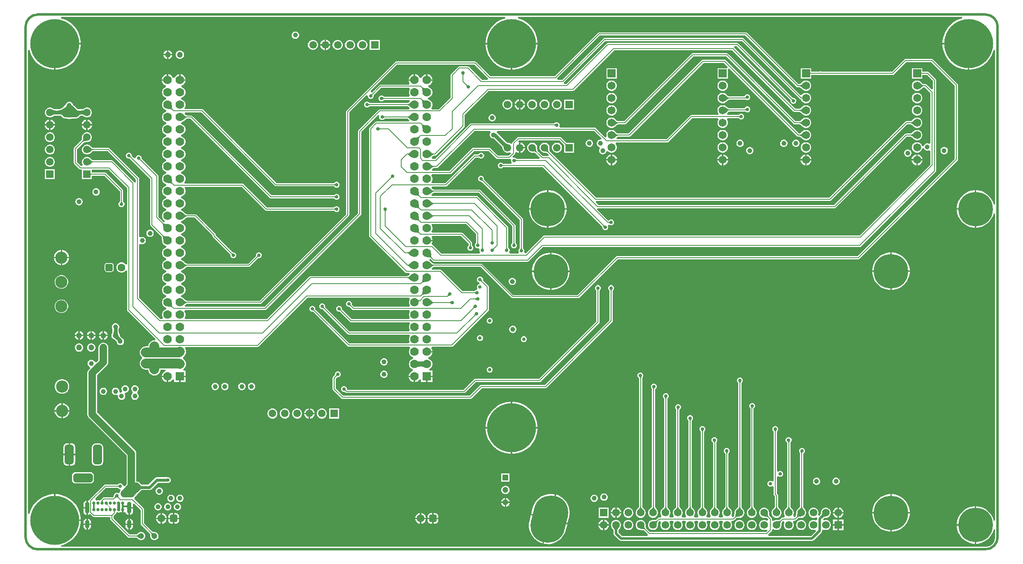
<source format=gbl>
G04*
G04 #@! TF.GenerationSoftware,Altium Limited,Altium Designer,25.5.2 (35)*
G04*
G04 Layer_Physical_Order=4*
G04 Layer_Color=16711680*
%FSLAX43Y43*%
%MOMM*%
G71*
G04*
G04 #@! TF.SameCoordinates,63F32C08-AF9D-475E-98F0-C5E4A992C089*
G04*
G04*
G04 #@! TF.FilePolarity,Positive*
G04*
G01*
G75*
%ADD14C,0.600*%
%ADD16C,0.150*%
%ADD18C,0.500*%
%ADD19C,0.300*%
%ADD54C,1.570*%
%ADD55R,1.570X1.570*%
G04:AMPARAMS|DCode=56|XSize=0.9mm|YSize=2.4mm|CornerRadius=0.45mm|HoleSize=0mm|Usage=FLASHONLY|Rotation=0.000|XOffset=0mm|YOffset=0mm|HoleType=Round|Shape=RoundedRectangle|*
%AMROUNDEDRECTD56*
21,1,0.900,1.500,0,0,0.0*
21,1,0.000,2.400,0,0,0.0*
1,1,0.900,0.000,-0.750*
1,1,0.900,0.000,-0.750*
1,1,0.900,0.000,0.750*
1,1,0.900,0.000,0.750*
%
%ADD56ROUNDEDRECTD56*%
G04:AMPARAMS|DCode=58|XSize=0.9mm|YSize=1.7mm|CornerRadius=0.45mm|HoleSize=0mm|Usage=FLASHONLY|Rotation=0.000|XOffset=0mm|YOffset=0mm|HoleType=Round|Shape=RoundedRectangle|*
%AMROUNDEDRECTD58*
21,1,0.900,0.800,0,0,0.0*
21,1,0.000,1.700,0,0,0.0*
1,1,0.900,0.000,-0.400*
1,1,0.900,0.000,-0.400*
1,1,0.900,0.000,0.400*
1,1,0.900,0.000,0.400*
%
%ADD58ROUNDEDRECTD58*%
%ADD59C,0.650*%
%ADD63C,1.200*%
%ADD67R,1.200X1.200*%
%ADD69C,1.500*%
%ADD70C,0.125*%
%ADD71C,0.800*%
%ADD72C,2.000*%
%ADD73C,1.000*%
%ADD77C,2.500*%
G04:AMPARAMS|DCode=78|XSize=1.6mm|YSize=1.6mm|CornerRadius=0.4mm|HoleSize=0mm|Usage=FLASHONLY|Rotation=0.000|XOffset=0mm|YOffset=0mm|HoleType=Round|Shape=RoundedRectangle|*
%AMROUNDEDRECTD78*
21,1,1.600,0.800,0,0,0.0*
21,1,0.800,1.600,0,0,0.0*
1,1,0.800,0.400,-0.400*
1,1,0.800,-0.400,-0.400*
1,1,0.800,-0.400,0.400*
1,1,0.800,0.400,0.400*
%
%ADD78ROUNDEDRECTD78*%
%ADD79C,1.550*%
%ADD80R,1.550X1.550*%
%ADD81C,1.778*%
%ADD82C,1.651*%
%ADD83R,1.651X1.651*%
%ADD84C,10.100*%
G04:AMPARAMS|DCode=85|XSize=4mm|YSize=1.8mm|CornerRadius=0.45mm|HoleSize=0mm|Usage=FLASHONLY|Rotation=90.000|XOffset=0mm|YOffset=0mm|HoleType=Round|Shape=RoundedRectangle|*
%AMROUNDEDRECTD85*
21,1,4.000,0.900,0,0,90.0*
21,1,3.100,1.800,0,0,90.0*
1,1,0.900,0.450,1.550*
1,1,0.900,0.450,-1.550*
1,1,0.900,-0.450,-1.550*
1,1,0.900,-0.450,1.550*
%
%ADD85ROUNDEDRECTD85*%
%ADD86C,1.600*%
%ADD87R,1.778X1.778*%
G04:AMPARAMS|DCode=88|XSize=9.801mm|YSize=7.1mm|CornerRadius=0mm|HoleSize=0mm|Usage=FLASHONLY|Rotation=75.800|XOffset=0mm|YOffset=0mm|HoleType=Round|Shape=Round|*
%AMOVALD88*
21,1,2.701,7.100,0.000,0.000,75.8*
1,1,7.100,-0.331,-1.309*
1,1,7.100,0.331,1.309*
%
%ADD88OVALD88*%

%ADD89C,7.100*%
%ADD90R,1.550X1.550*%
G04:AMPARAMS|DCode=91|XSize=4mm|YSize=1.8mm|CornerRadius=0.45mm|HoleSize=0mm|Usage=FLASHONLY|Rotation=180.000|XOffset=0mm|YOffset=0mm|HoleType=Round|Shape=RoundedRectangle|*
%AMROUNDEDRECTD91*
21,1,4.000,0.900,0,0,180.0*
21,1,3.100,1.800,0,0,180.0*
1,1,0.900,-1.550,0.450*
1,1,0.900,1.550,0.450*
1,1,0.900,1.550,-0.450*
1,1,0.900,-1.550,-0.450*
%
%ADD91ROUNDEDRECTD91*%
%ADD92C,0.700*%
%ADD93C,1.000*%
G36*
X98660Y109490D02*
X98699Y109190D01*
X98277Y109077D01*
X97629Y108809D01*
X97021Y108458D01*
X96465Y108031D01*
X95969Y107535D01*
X95542Y106979D01*
X95191Y106371D01*
X94923Y105723D01*
X94742Y105046D01*
X94650Y104351D01*
Y104150D01*
X100000D01*
Y104000D01*
D01*
Y104150D01*
X105350D01*
Y104351D01*
X105258Y105046D01*
X105077Y105723D01*
X104809Y106371D01*
X104458Y106979D01*
X104031Y107535D01*
X103535Y108031D01*
X102979Y108458D01*
X102371Y108809D01*
X101723Y109077D01*
X101301Y109190D01*
X101340Y109490D01*
X192660D01*
X192699Y109190D01*
X192277Y109077D01*
X191629Y108809D01*
X191021Y108458D01*
X190465Y108031D01*
X189969Y107535D01*
X189542Y106979D01*
X189191Y106371D01*
X188923Y105723D01*
X188742Y105046D01*
X188650Y104351D01*
Y104150D01*
X194000D01*
Y104000D01*
X194150D01*
Y98650D01*
X194351D01*
X195046Y98742D01*
X195723Y98923D01*
X196371Y99191D01*
X196979Y99542D01*
X197535Y99969D01*
X198031Y100465D01*
X198458Y101021D01*
X198809Y101629D01*
X199077Y102277D01*
X199190Y102699D01*
X199490Y102660D01*
X199490Y70960D01*
X199196Y70910D01*
X199008Y71487D01*
X198733Y72027D01*
X198377Y72517D01*
X197949Y72945D01*
X197458Y73302D01*
X196918Y73577D01*
X196342Y73764D01*
X195744Y73859D01*
X195591D01*
Y70009D01*
Y66159D01*
X195744D01*
X196342Y66254D01*
X196918Y66441D01*
X197458Y66716D01*
X197949Y67072D01*
X198377Y67501D01*
X198733Y67991D01*
X199008Y68531D01*
X199196Y69107D01*
X199490Y69057D01*
X199490Y5960D01*
X199196Y5910D01*
X199008Y6487D01*
X198733Y7027D01*
X198377Y7517D01*
X197949Y7945D01*
X197458Y8302D01*
X196918Y8577D01*
X196342Y8764D01*
X195744Y8859D01*
X195591D01*
Y5009D01*
Y1159D01*
X195744D01*
X196342Y1254D01*
X196918Y1441D01*
X197458Y1716D01*
X197949Y2072D01*
X198377Y2501D01*
X198733Y2991D01*
X199008Y3531D01*
X199196Y4107D01*
X199490Y4057D01*
Y2304D01*
X199414Y1919D01*
X199264Y1557D01*
X199046Y1231D01*
X198769Y954D01*
X198443Y736D01*
X198081Y586D01*
X197696Y510D01*
X197500Y510D01*
X7340Y510D01*
X7301Y810D01*
X7723Y923D01*
X8371Y1191D01*
X8979Y1542D01*
X9535Y1969D01*
X10031Y2465D01*
X10458Y3021D01*
X10809Y3629D01*
X11077Y4277D01*
X11258Y4954D01*
X11350Y5649D01*
Y5850D01*
X6000D01*
Y6000D01*
X5850D01*
Y11350D01*
X5649D01*
X4954Y11258D01*
X4277Y11077D01*
X3629Y10809D01*
X3021Y10458D01*
X2465Y10031D01*
X1969Y9535D01*
X1542Y8979D01*
X1191Y8371D01*
X923Y7723D01*
X810Y7301D01*
X510Y7340D01*
X510Y102660D01*
X810Y102700D01*
X923Y102277D01*
X1191Y101629D01*
X1542Y101021D01*
X1969Y100465D01*
X2465Y99969D01*
X3021Y99542D01*
X3629Y99191D01*
X4277Y98923D01*
X4954Y98742D01*
X5649Y98650D01*
X5850D01*
Y104000D01*
X6000D01*
Y104150D01*
X11350D01*
Y104351D01*
X11258Y105046D01*
X11077Y105723D01*
X10809Y106371D01*
X10458Y106979D01*
X10031Y107535D01*
X9535Y108031D01*
X8979Y108458D01*
X8371Y108809D01*
X7723Y109077D01*
X7301Y109190D01*
X7340Y109490D01*
X98660D01*
D02*
G37*
%LPC*%
G36*
X55599Y106500D02*
X55401D01*
X55211Y106449D01*
X55039Y106350D01*
X54900Y106211D01*
X54801Y106039D01*
X54750Y105849D01*
Y105651D01*
X54801Y105461D01*
X54900Y105289D01*
X55039Y105150D01*
X55211Y105051D01*
X55401Y105000D01*
X55599D01*
X55789Y105051D01*
X55961Y105150D01*
X56100Y105289D01*
X56199Y105461D01*
X56250Y105651D01*
Y105849D01*
X56199Y106039D01*
X56100Y106211D01*
X55961Y106350D01*
X55789Y106449D01*
X55599Y106500D01*
D02*
G37*
G36*
X61820Y104823D02*
Y103900D01*
X62743D01*
X62672Y104165D01*
X62530Y104410D01*
X62330Y104610D01*
X62085Y104752D01*
X61820Y104823D01*
D02*
G37*
G36*
X61520Y104823D02*
X61255Y104752D01*
X61010Y104610D01*
X60810Y104410D01*
X60668Y104165D01*
X60597Y103900D01*
X61520D01*
Y104823D01*
D02*
G37*
G36*
X72855Y104775D02*
X70805D01*
Y102725D01*
X72855D01*
Y104775D01*
D02*
G37*
G36*
X69425D02*
X69155D01*
X68894Y104705D01*
X68661Y104570D01*
X68470Y104379D01*
X68335Y104146D01*
X68265Y103885D01*
Y103615D01*
X68335Y103354D01*
X68470Y103121D01*
X68661Y102930D01*
X68894Y102795D01*
X69155Y102725D01*
X69425D01*
X69686Y102795D01*
X69919Y102930D01*
X70110Y103121D01*
X70245Y103354D01*
X70315Y103615D01*
Y103885D01*
X70245Y104146D01*
X70110Y104379D01*
X69919Y104570D01*
X69686Y104705D01*
X69425Y104775D01*
D02*
G37*
G36*
X66885D02*
X66615D01*
X66354Y104705D01*
X66121Y104570D01*
X65930Y104379D01*
X65795Y104146D01*
X65725Y103885D01*
Y103615D01*
X65795Y103354D01*
X65930Y103121D01*
X66121Y102930D01*
X66354Y102795D01*
X66615Y102725D01*
X66885D01*
X67146Y102795D01*
X67379Y102930D01*
X67570Y103121D01*
X67705Y103354D01*
X67775Y103615D01*
Y103885D01*
X67705Y104146D01*
X67570Y104379D01*
X67379Y104570D01*
X67146Y104705D01*
X66885Y104775D01*
D02*
G37*
G36*
X64345D02*
X64075D01*
X63814Y104705D01*
X63581Y104570D01*
X63390Y104379D01*
X63255Y104146D01*
X63185Y103885D01*
Y103615D01*
X63255Y103354D01*
X63390Y103121D01*
X63581Y102930D01*
X63814Y102795D01*
X64075Y102725D01*
X64345D01*
X64606Y102795D01*
X64839Y102930D01*
X65030Y103121D01*
X65165Y103354D01*
X65235Y103615D01*
Y103885D01*
X65165Y104146D01*
X65030Y104379D01*
X64839Y104570D01*
X64606Y104705D01*
X64345Y104775D01*
D02*
G37*
G36*
X59265D02*
X58995D01*
X58734Y104705D01*
X58501Y104570D01*
X58310Y104379D01*
X58175Y104146D01*
X58105Y103885D01*
Y103615D01*
X58175Y103354D01*
X58310Y103121D01*
X58501Y102930D01*
X58734Y102795D01*
X58995Y102725D01*
X59265D01*
X59526Y102795D01*
X59759Y102930D01*
X59950Y103121D01*
X60085Y103354D01*
X60155Y103615D01*
Y103885D01*
X60085Y104146D01*
X59950Y104379D01*
X59759Y104570D01*
X59526Y104705D01*
X59265Y104775D01*
D02*
G37*
G36*
X62743Y103600D02*
X61820D01*
Y102677D01*
X62085Y102748D01*
X62330Y102890D01*
X62530Y103090D01*
X62672Y103335D01*
X62743Y103600D01*
D02*
G37*
G36*
X61520D02*
X60597D01*
X60668Y103335D01*
X60810Y103090D01*
X61010Y102890D01*
X61255Y102748D01*
X61520Y102677D01*
Y103600D01*
D02*
G37*
G36*
X29400Y102642D02*
Y101900D01*
X30142D01*
X30089Y102097D01*
X29970Y102303D01*
X29803Y102470D01*
X29597Y102589D01*
X29400Y102642D01*
D02*
G37*
G36*
X29100D02*
X28903Y102589D01*
X28697Y102470D01*
X28530Y102303D01*
X28411Y102097D01*
X28358Y101900D01*
X29100D01*
Y102642D01*
D02*
G37*
G36*
X31862Y102600D02*
X31638D01*
X31422Y102542D01*
X31228Y102430D01*
X31070Y102272D01*
X30958Y102078D01*
X30900Y101862D01*
Y101638D01*
X30958Y101422D01*
X31070Y101228D01*
X31228Y101070D01*
X31422Y100958D01*
X31638Y100900D01*
X31862D01*
X32078Y100958D01*
X32272Y101070D01*
X32430Y101228D01*
X32542Y101422D01*
X32600Y101638D01*
Y101862D01*
X32542Y102078D01*
X32430Y102272D01*
X32272Y102430D01*
X32078Y102542D01*
X31862Y102600D01*
D02*
G37*
G36*
X30142Y101600D02*
X29400D01*
Y100858D01*
X29597Y100911D01*
X29803Y101030D01*
X29970Y101197D01*
X30089Y101403D01*
X30142Y101600D01*
D02*
G37*
G36*
X29100D02*
X28358D01*
X28411Y101403D01*
X28530Y101197D01*
X28697Y101030D01*
X28903Y100911D01*
X29100Y100858D01*
Y101600D01*
D02*
G37*
G36*
X193850Y103850D02*
X188650D01*
Y103649D01*
X188742Y102954D01*
X188923Y102277D01*
X189191Y101629D01*
X189542Y101021D01*
X189969Y100465D01*
X190465Y99969D01*
X191021Y99542D01*
X191629Y99191D01*
X192277Y98923D01*
X192954Y98742D01*
X193649Y98650D01*
X193850D01*
Y103850D01*
D02*
G37*
G36*
X105350Y103850D02*
X100150D01*
Y98650D01*
X100351D01*
X101046Y98742D01*
X101723Y98923D01*
X102371Y99191D01*
X102979Y99542D01*
X103535Y99969D01*
X104031Y100465D01*
X104458Y101021D01*
X104809Y101629D01*
X105077Y102277D01*
X105258Y102954D01*
X105350Y103649D01*
Y103850D01*
D02*
G37*
G36*
X99850D02*
X94650D01*
Y103649D01*
X94742Y102954D01*
X94923Y102277D01*
X95191Y101629D01*
X95542Y101021D01*
X95969Y100465D01*
X96465Y99969D01*
X97021Y99542D01*
X97629Y99191D01*
X98277Y98923D01*
X98954Y98742D01*
X99649Y98650D01*
X99850D01*
Y103850D01*
D02*
G37*
G36*
X11350Y103850D02*
X6150D01*
Y98650D01*
X6351D01*
X7046Y98742D01*
X7723Y98923D01*
X8371Y99191D01*
X8979Y99542D01*
X9535Y99969D01*
X10031Y100465D01*
X10458Y101021D01*
X10809Y101629D01*
X11077Y102277D01*
X11258Y102954D01*
X11350Y103649D01*
Y103850D01*
D02*
G37*
G36*
X121646Y98965D02*
X119494D01*
Y96814D01*
X121646D01*
Y98965D01*
D02*
G37*
G36*
X31907Y97709D02*
X31900D01*
Y96670D01*
X32939D01*
Y96677D01*
X32858Y96979D01*
X32701Y97250D01*
X32480Y97471D01*
X32209Y97628D01*
X31907Y97709D01*
D02*
G37*
G36*
X29060Y97709D02*
X29053D01*
X28751Y97628D01*
X28480Y97471D01*
X28259Y97250D01*
X28102Y96979D01*
X28021Y96677D01*
Y96670D01*
X29060D01*
Y97709D01*
D02*
G37*
G36*
X148221Y106331D02*
X118000D01*
X117873Y106306D01*
X117766Y106234D01*
X108863Y97331D01*
X95637D01*
X92734Y100234D01*
X92627Y100306D01*
X92500Y100331D01*
X76250D01*
X76123Y100306D01*
X76016Y100234D01*
X66016Y90234D01*
X65944Y90127D01*
X65919Y90000D01*
Y68887D01*
X48163Y51131D01*
X33168D01*
X33165Y51132D01*
X33144Y51138D01*
X33106Y51154D01*
X33056Y51181D01*
X32995Y51221D01*
X32928Y51270D01*
X32664Y51504D01*
X32565Y51603D01*
X32544Y51617D01*
X32449Y51711D01*
X32190Y51861D01*
X31991Y51915D01*
Y52225D01*
X32190Y52279D01*
X32449Y52429D01*
X32661Y52641D01*
X32811Y52900D01*
X32889Y53190D01*
Y53490D01*
X32811Y53780D01*
X32661Y54039D01*
X32449Y54251D01*
X32190Y54401D01*
X31991Y54455D01*
Y54765D01*
X32190Y54819D01*
X32449Y54969D01*
X32661Y55181D01*
X32811Y55440D01*
X32889Y55730D01*
Y56030D01*
X32811Y56320D01*
X32661Y56579D01*
X32449Y56791D01*
X32190Y56941D01*
X31991Y56995D01*
Y57305D01*
X32190Y57359D01*
X32449Y57509D01*
X32543Y57602D01*
X32562Y57615D01*
X32759Y57806D01*
X32927Y57948D01*
X32995Y57999D01*
X33056Y58039D01*
X33106Y58066D01*
X33144Y58082D01*
X33165Y58088D01*
X33168Y58089D01*
X45920D01*
X46047Y58114D01*
X46154Y58186D01*
X47844Y59876D01*
X47851Y59878D01*
X47863Y59882D01*
X47880Y59886D01*
X47898Y59889D01*
X47962Y59895D01*
X47999Y59895D01*
X48022Y59900D01*
X48119D01*
X48340Y59991D01*
X48509Y60160D01*
X48600Y60381D01*
Y60619D01*
X48509Y60840D01*
X48340Y61009D01*
X48119Y61100D01*
X47881D01*
X47660Y61009D01*
X47491Y60840D01*
X47400Y60619D01*
Y60525D01*
X47395Y60505D01*
X47393Y60425D01*
X47390Y60402D01*
X47386Y60380D01*
X47382Y60363D01*
X47378Y60351D01*
X47376Y60344D01*
X45783Y58751D01*
X33168D01*
X33165Y58752D01*
X33144Y58758D01*
X33106Y58774D01*
X33056Y58801D01*
X32995Y58841D01*
X32928Y58890D01*
X32664Y59124D01*
X32565Y59223D01*
X32544Y59237D01*
X32449Y59331D01*
X32190Y59481D01*
X31991Y59535D01*
Y59845D01*
X32190Y59899D01*
X32449Y60049D01*
X32661Y60261D01*
X32811Y60520D01*
X32889Y60810D01*
Y61110D01*
X32811Y61400D01*
X32661Y61659D01*
X32449Y61871D01*
X32190Y62021D01*
X31991Y62075D01*
Y62385D01*
X32190Y62439D01*
X32449Y62589D01*
X32661Y62801D01*
X32811Y63060D01*
X32889Y63350D01*
Y63650D01*
X32811Y63940D01*
X32661Y64199D01*
X32449Y64411D01*
X32190Y64561D01*
X31991Y64615D01*
Y64925D01*
X32190Y64979D01*
X32449Y65129D01*
X32661Y65341D01*
X32811Y65600D01*
X32889Y65890D01*
Y66190D01*
X32811Y66480D01*
X32661Y66739D01*
X32449Y66951D01*
X32190Y67101D01*
X31991Y67155D01*
Y67465D01*
X32190Y67519D01*
X32449Y67669D01*
X32543Y67762D01*
X32562Y67775D01*
X32759Y67966D01*
X32927Y68108D01*
X32995Y68159D01*
X33056Y68199D01*
X33106Y68226D01*
X33144Y68242D01*
X33165Y68248D01*
X33168Y68249D01*
X34783D01*
X38451Y64580D01*
Y64468D01*
X38476Y64341D01*
X38548Y64233D01*
X42126Y60656D01*
X42128Y60649D01*
X42132Y60637D01*
X42136Y60620D01*
X42139Y60602D01*
X42145Y60538D01*
X42145Y60501D01*
X42150Y60478D01*
Y60381D01*
X42241Y60160D01*
X42410Y59991D01*
X42631Y59900D01*
X42869D01*
X43090Y59991D01*
X43259Y60160D01*
X43350Y60381D01*
Y60619D01*
X43259Y60840D01*
X43090Y61009D01*
X42869Y61100D01*
X42775D01*
X42755Y61105D01*
X42675Y61107D01*
X42652Y61110D01*
X42630Y61114D01*
X42613Y61118D01*
X42601Y61122D01*
X42594Y61124D01*
X39114Y64605D01*
Y64718D01*
X39089Y64844D01*
X39017Y64952D01*
X35154Y68814D01*
X35047Y68886D01*
X34920Y68911D01*
X33168D01*
X33165Y68912D01*
X33144Y68918D01*
X33106Y68934D01*
X33056Y68961D01*
X32995Y69001D01*
X32928Y69050D01*
X32664Y69284D01*
X32565Y69383D01*
X32544Y69397D01*
X32449Y69491D01*
X32190Y69641D01*
X31991Y69695D01*
Y70005D01*
X32190Y70059D01*
X32449Y70209D01*
X32661Y70421D01*
X32811Y70680D01*
X32889Y70970D01*
Y71270D01*
X32811Y71560D01*
X32661Y71819D01*
X32449Y72031D01*
X32190Y72181D01*
X31991Y72235D01*
Y72545D01*
X32190Y72599D01*
X32449Y72749D01*
X32661Y72961D01*
X32811Y73220D01*
X32889Y73510D01*
Y73810D01*
X32811Y74100D01*
X32717Y74263D01*
X32851Y74563D01*
X44468D01*
X49266Y69766D01*
X49373Y69694D01*
X49500Y69669D01*
X63448D01*
X63455Y69666D01*
X63466Y69660D01*
X63481Y69651D01*
X63496Y69640D01*
X63545Y69599D01*
X63572Y69573D01*
X63592Y69560D01*
X63660Y69491D01*
X63881Y69400D01*
X64119D01*
X64340Y69491D01*
X64509Y69660D01*
X64600Y69881D01*
Y70119D01*
X64509Y70340D01*
X64340Y70509D01*
X64119Y70600D01*
X63881D01*
X63660Y70509D01*
X63594Y70442D01*
X63576Y70431D01*
X63518Y70377D01*
X63499Y70362D01*
X63481Y70349D01*
X63466Y70340D01*
X63455Y70334D01*
X63448Y70331D01*
X49637D01*
X44840Y75129D01*
X44732Y75201D01*
X44605Y75226D01*
X32811D01*
X32705Y75420D01*
X32676Y75526D01*
X32811Y75760D01*
X32889Y76050D01*
Y76350D01*
X32811Y76640D01*
X32661Y76899D01*
X32449Y77111D01*
X32190Y77261D01*
X31991Y77315D01*
Y77625D01*
X32190Y77679D01*
X32449Y77829D01*
X32661Y78041D01*
X32811Y78300D01*
X32889Y78590D01*
Y78890D01*
X32811Y79180D01*
X32661Y79439D01*
X32449Y79651D01*
X32190Y79801D01*
X31991Y79855D01*
Y80165D01*
X32190Y80219D01*
X32449Y80369D01*
X32661Y80581D01*
X32811Y80840D01*
X32889Y81130D01*
Y81430D01*
X32811Y81720D01*
X32661Y81979D01*
X32449Y82191D01*
X32190Y82341D01*
X31991Y82395D01*
Y82705D01*
X32190Y82759D01*
X32449Y82909D01*
X32661Y83121D01*
X32811Y83380D01*
X32889Y83670D01*
Y83970D01*
X32811Y84260D01*
X32661Y84519D01*
X32449Y84731D01*
X32190Y84881D01*
X31991Y84935D01*
Y85245D01*
X32190Y85299D01*
X32449Y85449D01*
X32661Y85661D01*
X32811Y85920D01*
X32889Y86210D01*
Y86510D01*
X32811Y86800D01*
X32661Y87059D01*
X32449Y87271D01*
X32190Y87421D01*
X31991Y87475D01*
Y87785D01*
X32190Y87839D01*
X32449Y87989D01*
X32543Y88082D01*
X32562Y88095D01*
X32759Y88286D01*
X32927Y88428D01*
X32995Y88479D01*
X33056Y88519D01*
X33106Y88546D01*
X33144Y88562D01*
X33165Y88568D01*
X33168Y88569D01*
X33930D01*
X50233Y72266D01*
X50341Y72194D01*
X50468Y72169D01*
X63448D01*
X63455Y72166D01*
X63466Y72160D01*
X63481Y72151D01*
X63496Y72140D01*
X63545Y72099D01*
X63572Y72073D01*
X63592Y72060D01*
X63660Y71991D01*
X63881Y71900D01*
X64119D01*
X64340Y71991D01*
X64509Y72160D01*
X64600Y72381D01*
Y72619D01*
X64509Y72840D01*
X64340Y73009D01*
X64119Y73100D01*
X63881D01*
X63660Y73009D01*
X63594Y72942D01*
X63576Y72931D01*
X63518Y72877D01*
X63499Y72862D01*
X63481Y72849D01*
X63466Y72840D01*
X63455Y72834D01*
X63448Y72831D01*
X50605D01*
X34302Y89134D01*
X34194Y89206D01*
X34068Y89231D01*
X33168D01*
X33165Y89232D01*
X33144Y89238D01*
X33106Y89254D01*
X33056Y89281D01*
X32995Y89321D01*
X32928Y89370D01*
X32724Y89551D01*
X32776Y89761D01*
X32841Y89851D01*
X36180D01*
X51266Y74766D01*
X51373Y74694D01*
X51500Y74669D01*
X63448D01*
X63455Y74666D01*
X63466Y74660D01*
X63481Y74651D01*
X63496Y74640D01*
X63545Y74599D01*
X63572Y74573D01*
X63592Y74560D01*
X63660Y74491D01*
X63881Y74400D01*
X64119D01*
X64340Y74491D01*
X64509Y74660D01*
X64600Y74881D01*
Y75119D01*
X64509Y75340D01*
X64340Y75509D01*
X64119Y75600D01*
X63881D01*
X63660Y75509D01*
X63594Y75442D01*
X63576Y75431D01*
X63518Y75377D01*
X63499Y75362D01*
X63481Y75349D01*
X63466Y75340D01*
X63455Y75334D01*
X63448Y75331D01*
X51637D01*
X36552Y90417D01*
X36444Y90488D01*
X36318Y90514D01*
X32859D01*
X32790Y90593D01*
X32704Y90814D01*
X32811Y91000D01*
X32889Y91290D01*
Y91590D01*
X32811Y91880D01*
X32661Y92139D01*
X32449Y92351D01*
X32190Y92501D01*
X31991Y92555D01*
Y92865D01*
X32190Y92919D01*
X32449Y93069D01*
X32661Y93281D01*
X32811Y93540D01*
X32889Y93830D01*
Y94130D01*
X32811Y94420D01*
X32661Y94679D01*
X32449Y94891D01*
X32190Y95041D01*
X32087Y95069D01*
X32087Y95379D01*
X32209Y95412D01*
X32480Y95569D01*
X32701Y95790D01*
X32858Y96061D01*
X32939Y96363D01*
Y96370D01*
X31750D01*
Y96520D01*
X31600D01*
Y97709D01*
X31593D01*
X31291Y97628D01*
X31020Y97471D01*
X30799Y97250D01*
X30642Y96979D01*
X30635Y96954D01*
X30325D01*
X30318Y96979D01*
X30161Y97250D01*
X29940Y97471D01*
X29669Y97628D01*
X29367Y97709D01*
X29360D01*
Y96520D01*
X29210D01*
Y96370D01*
X28021D01*
Y96363D01*
X28102Y96061D01*
X28259Y95790D01*
X28480Y95569D01*
X28751Y95412D01*
X28873Y95379D01*
Y95069D01*
X28770Y95041D01*
X28511Y94891D01*
X28299Y94679D01*
X28149Y94420D01*
X28071Y94130D01*
Y93830D01*
X28149Y93540D01*
X28299Y93281D01*
X28511Y93069D01*
X28770Y92919D01*
X28969Y92865D01*
Y92555D01*
X28770Y92501D01*
X28511Y92351D01*
X28299Y92139D01*
X28149Y91880D01*
X28071Y91590D01*
Y91290D01*
X28149Y91000D01*
X28299Y90741D01*
X28511Y90529D01*
X28770Y90379D01*
X28969Y90325D01*
Y90015D01*
X28770Y89961D01*
X28511Y89811D01*
X28299Y89599D01*
X28149Y89340D01*
X28071Y89050D01*
Y88750D01*
X28149Y88460D01*
X28299Y88201D01*
X28511Y87989D01*
X28770Y87839D01*
X28969Y87785D01*
Y87475D01*
X28770Y87421D01*
X28511Y87271D01*
X28299Y87059D01*
X28149Y86800D01*
X28071Y86510D01*
Y86210D01*
X28149Y85920D01*
X28299Y85661D01*
X28511Y85449D01*
X28770Y85299D01*
X28969Y85245D01*
Y84935D01*
X28770Y84881D01*
X28511Y84731D01*
X28299Y84519D01*
X28149Y84260D01*
X28071Y83970D01*
Y83670D01*
X28149Y83380D01*
X28299Y83121D01*
X28511Y82909D01*
X28770Y82759D01*
X28969Y82705D01*
Y82395D01*
X28770Y82341D01*
X28511Y82191D01*
X28299Y81979D01*
X28149Y81720D01*
X28071Y81430D01*
Y81130D01*
X28149Y80840D01*
X28299Y80581D01*
X28511Y80369D01*
X28770Y80219D01*
X28969Y80165D01*
Y79855D01*
X28770Y79801D01*
X28511Y79651D01*
X28299Y79439D01*
X28149Y79180D01*
X28071Y78890D01*
Y78590D01*
X28149Y78300D01*
X28299Y78041D01*
X28511Y77829D01*
X28770Y77679D01*
X28969Y77625D01*
Y77315D01*
X28770Y77261D01*
X28511Y77111D01*
X28299Y76899D01*
X28149Y76640D01*
X28071Y76350D01*
Y76050D01*
X28149Y75760D01*
X28299Y75501D01*
X28511Y75289D01*
X28770Y75139D01*
X28969Y75085D01*
Y74775D01*
X28770Y74721D01*
X28511Y74571D01*
X28299Y74359D01*
X28149Y74100D01*
X28071Y73810D01*
Y73510D01*
X28149Y73220D01*
X28299Y72961D01*
X28511Y72749D01*
X28770Y72599D01*
X28969Y72545D01*
Y72235D01*
X28770Y72181D01*
X28511Y72031D01*
X28299Y71819D01*
X28149Y71560D01*
X28071Y71270D01*
Y70970D01*
X28149Y70680D01*
X28299Y70421D01*
X28511Y70209D01*
X28770Y70059D01*
X28969Y70005D01*
Y69695D01*
X28770Y69641D01*
X28511Y69491D01*
X28299Y69279D01*
X28149Y69020D01*
X28071Y68730D01*
Y68430D01*
X28149Y68140D01*
X28299Y67881D01*
X28511Y67669D01*
X28607Y67613D01*
X28610Y67265D01*
X28605Y67262D01*
X28514Y67245D01*
X28501Y67249D01*
X28463Y67264D01*
X28444Y67275D01*
X28441Y67277D01*
X27331Y68387D01*
Y76750D01*
X27306Y76877D01*
X27234Y76984D01*
X23874Y80344D01*
X23872Y80351D01*
X23868Y80363D01*
X23864Y80380D01*
X23861Y80398D01*
X23855Y80462D01*
X23855Y80499D01*
X23850Y80522D01*
Y80619D01*
X23759Y80840D01*
X23590Y81009D01*
X23369Y81100D01*
X23131D01*
X22910Y81009D01*
X22741Y80840D01*
X22650Y80619D01*
Y80525D01*
X22350Y80401D01*
X21886Y80865D01*
X21885Y80866D01*
X21881Y80876D01*
X21876Y80890D01*
X21870Y80909D01*
X21866Y80931D01*
X21857Y80999D01*
X21854Y81038D01*
X21850Y81051D01*
Y81119D01*
X21759Y81340D01*
X21590Y81509D01*
X21369Y81600D01*
X21131D01*
X20910Y81509D01*
X20741Y81340D01*
X20650Y81119D01*
Y80881D01*
X20741Y80660D01*
X20910Y80491D01*
X21131Y80400D01*
X21265D01*
X21289Y80396D01*
X21328Y80398D01*
X21356Y80398D01*
X21380Y80397D01*
X21399Y80395D01*
X21413Y80392D01*
X21423Y80389D01*
X21426Y80388D01*
X25669Y76145D01*
Y66710D01*
X25694Y66583D01*
X25766Y66476D01*
X27973Y64269D01*
X27975Y64266D01*
X27986Y64247D01*
X28001Y64209D01*
X28017Y64154D01*
X28032Y64082D01*
X28044Y64001D01*
X28066Y63648D01*
X28066Y63508D01*
X28071Y63484D01*
Y63350D01*
X28149Y63060D01*
X28299Y62801D01*
X28511Y62589D01*
X28770Y62439D01*
X28969Y62385D01*
Y62075D01*
X28770Y62021D01*
X28511Y61871D01*
X28299Y61659D01*
X28149Y61400D01*
X28071Y61110D01*
Y60810D01*
X28149Y60520D01*
X28299Y60261D01*
X28511Y60049D01*
X28770Y59899D01*
X28969Y59845D01*
Y59535D01*
X28770Y59481D01*
X28511Y59331D01*
X28299Y59119D01*
X28149Y58860D01*
X28071Y58570D01*
Y58270D01*
X28149Y57980D01*
X28299Y57721D01*
X28511Y57509D01*
X28770Y57359D01*
X28969Y57305D01*
Y56995D01*
X28770Y56941D01*
X28511Y56791D01*
X28299Y56579D01*
X28149Y56320D01*
X28071Y56030D01*
Y55730D01*
X28149Y55440D01*
X28299Y55181D01*
X28511Y54969D01*
X28770Y54819D01*
X28969Y54765D01*
Y54455D01*
X28770Y54401D01*
X28511Y54251D01*
X28299Y54039D01*
X28149Y53780D01*
X28071Y53490D01*
Y53190D01*
X28149Y52900D01*
X28299Y52641D01*
X28511Y52429D01*
X28770Y52279D01*
X28969Y52225D01*
Y51915D01*
X28770Y51861D01*
X28511Y51711D01*
X28299Y51499D01*
X28149Y51240D01*
X28071Y50950D01*
Y50650D01*
X28149Y50360D01*
X28299Y50101D01*
X28511Y49889D01*
X28770Y49739D01*
X28969Y49685D01*
Y49375D01*
X28770Y49321D01*
X28511Y49171D01*
X28299Y48959D01*
X28149Y48700D01*
X28071Y48410D01*
Y48110D01*
X28149Y47820D01*
X28244Y47654D01*
X28112Y47354D01*
X27735D01*
X23352Y51737D01*
Y62677D01*
X23368Y62696D01*
X23652Y62835D01*
X23711Y62801D01*
X23901Y62750D01*
X24099D01*
X24289Y62801D01*
X24461Y62900D01*
X24600Y63039D01*
X24699Y63211D01*
X24750Y63401D01*
Y63599D01*
X24699Y63789D01*
X24600Y63961D01*
X24461Y64100D01*
X24289Y64199D01*
X24099Y64250D01*
X23901D01*
X23711Y64199D01*
X23652Y64165D01*
X23368Y64304D01*
X23352Y64323D01*
Y76229D01*
X23327Y76356D01*
X23255Y76463D01*
X17254Y82464D01*
X17147Y82536D01*
X17020Y82561D01*
X13855D01*
X13839Y82566D01*
X13809Y82578D01*
X13768Y82600D01*
X13717Y82633D01*
X13662Y82673D01*
X13437Y82870D01*
X13353Y82953D01*
X13333Y82967D01*
X13249Y83050D01*
X13016Y83185D01*
X12755Y83255D01*
X12485D01*
X12224Y83185D01*
X11991Y83050D01*
X11800Y82859D01*
X11665Y82626D01*
X11595Y82365D01*
Y82095D01*
X11665Y81834D01*
X11800Y81601D01*
X11991Y81410D01*
X12224Y81275D01*
X12485Y81205D01*
X12755D01*
X13016Y81275D01*
X13249Y81410D01*
X13333Y81493D01*
X13353Y81507D01*
X13440Y81593D01*
X13517Y81665D01*
X13660Y81786D01*
X13717Y81827D01*
X13768Y81860D01*
X13809Y81882D01*
X13839Y81894D01*
X13855Y81899D01*
X16883D01*
X22690Y76092D01*
Y75496D01*
X22392Y75456D01*
X22320Y75563D01*
X17959Y79924D01*
X17851Y79996D01*
X17724Y80021D01*
X13855D01*
X13839Y80026D01*
X13809Y80038D01*
X13768Y80060D01*
X13717Y80093D01*
X13662Y80133D01*
X13437Y80330D01*
X13353Y80413D01*
X13333Y80427D01*
X13249Y80510D01*
X13016Y80645D01*
X12755Y80715D01*
X12485D01*
X12224Y80645D01*
X11991Y80510D01*
X11800Y80319D01*
X11665Y80086D01*
X11595Y79825D01*
Y79555D01*
X11665Y79294D01*
X11752Y79143D01*
X11619Y78860D01*
X11383Y78836D01*
X10581Y79637D01*
Y82263D01*
X11981Y83663D01*
X11995Y83671D01*
X12025Y83683D01*
X12070Y83697D01*
X12129Y83710D01*
X12196Y83720D01*
X12495Y83740D01*
X12613Y83740D01*
X12637Y83745D01*
X12755D01*
X13016Y83815D01*
X13249Y83950D01*
X13440Y84141D01*
X13575Y84374D01*
X13645Y84635D01*
Y84905D01*
X13575Y85166D01*
X13440Y85399D01*
X13249Y85590D01*
X13016Y85725D01*
X12755Y85795D01*
X12485D01*
X12224Y85725D01*
X11991Y85590D01*
X11800Y85399D01*
X11665Y85166D01*
X11595Y84905D01*
Y84787D01*
X11590Y84763D01*
X11590Y84641D01*
X11586Y84535D01*
X11571Y84349D01*
X11560Y84279D01*
X11547Y84220D01*
X11533Y84175D01*
X11521Y84145D01*
X11513Y84131D01*
X10016Y82634D01*
X9944Y82527D01*
X9919Y82400D01*
Y79500D01*
X9944Y79373D01*
X10016Y79266D01*
X11067Y78214D01*
X11175Y78142D01*
X11301Y78117D01*
X11595D01*
Y76125D01*
X13645D01*
Y76819D01*
X16213D01*
X19419Y73613D01*
Y71552D01*
X19416Y71545D01*
X19410Y71534D01*
X19401Y71519D01*
X19390Y71504D01*
X19349Y71455D01*
X19323Y71428D01*
X19310Y71408D01*
X19241Y71340D01*
X19150Y71119D01*
Y70881D01*
X19241Y70660D01*
X19410Y70491D01*
X19631Y70400D01*
X19869D01*
X20090Y70491D01*
X20259Y70660D01*
X20350Y70881D01*
Y71119D01*
X20259Y71340D01*
X20192Y71406D01*
X20181Y71424D01*
X20127Y71482D01*
X20112Y71501D01*
X20099Y71519D01*
X20090Y71534D01*
X20084Y71545D01*
X20081Y71552D01*
Y73750D01*
X20056Y73877D01*
X19984Y73984D01*
X16584Y77384D01*
X16477Y77456D01*
X16350Y77481D01*
X13645D01*
Y78117D01*
X17070D01*
X20887Y74300D01*
Y58662D01*
X20587Y58582D01*
X20565Y58620D01*
X20370Y58815D01*
X20130Y58953D01*
X19863Y59025D01*
X19587D01*
X19320Y58953D01*
X19080Y58815D01*
X18885Y58620D01*
X18747Y58380D01*
X18675Y58113D01*
Y57837D01*
X18747Y57570D01*
X18885Y57330D01*
X19080Y57135D01*
X19320Y56997D01*
X19587Y56925D01*
X19863D01*
X20130Y56997D01*
X20370Y57135D01*
X20565Y57330D01*
X20587Y57368D01*
X20887Y57288D01*
Y49236D01*
X20912Y49109D01*
X20984Y49002D01*
X26710Y43276D01*
X26570Y42992D01*
X26500Y43001D01*
X26174Y42958D01*
X25870Y42832D01*
X25608Y42632D01*
X25408Y42370D01*
X25282Y42066D01*
X25241Y41751D01*
X24750D01*
X24424Y41708D01*
X24120Y41582D01*
X23858Y41382D01*
X23658Y41120D01*
X23532Y40816D01*
X23489Y40490D01*
X23532Y40164D01*
X23658Y39860D01*
X23858Y39598D01*
X23910Y39559D01*
Y39181D01*
X23858Y39142D01*
X23658Y38880D01*
X23532Y38576D01*
X23489Y38250D01*
X23532Y37924D01*
X23658Y37620D01*
X23858Y37358D01*
X24120Y37158D01*
X24424Y37032D01*
X24750Y36989D01*
X25241D01*
X25282Y36674D01*
X25408Y36370D01*
X25608Y36108D01*
X25870Y35908D01*
X26174Y35782D01*
X26500Y35739D01*
X26826Y35782D01*
X27130Y35908D01*
X27392Y36108D01*
X27592Y36370D01*
X27718Y36674D01*
X27759Y36989D01*
X28791D01*
X28830Y36689D01*
X28751Y36668D01*
X28480Y36511D01*
X28259Y36290D01*
X28102Y36019D01*
X28021Y35717D01*
Y35710D01*
X29210D01*
Y35560D01*
X29360D01*
Y34371D01*
X29367D01*
X29669Y34452D01*
X29940Y34609D01*
X30161Y34830D01*
X30261Y35002D01*
X30561Y34922D01*
Y34371D01*
X31600D01*
Y35560D01*
X31750D01*
Y35710D01*
X32939D01*
Y36749D01*
X32513D01*
X32470Y36833D01*
X32434Y37049D01*
X32642Y37208D01*
X32842Y37470D01*
X32968Y37774D01*
X33011Y38100D01*
X32968Y38426D01*
X32842Y38730D01*
X32642Y38992D01*
X32492Y39142D01*
X32440Y39181D01*
Y39559D01*
X32492Y39598D01*
X32642Y39748D01*
X32842Y40010D01*
X32968Y40314D01*
X33011Y40640D01*
X32968Y40966D01*
X32842Y41270D01*
X32798Y41327D01*
X32946Y41627D01*
X47709D01*
X47836Y41653D01*
X47943Y41724D01*
X57962Y51743D01*
X78918D01*
X79000Y51633D01*
X79066Y51443D01*
X78949Y51240D01*
X78871Y50950D01*
Y50650D01*
X78949Y50360D01*
X79055Y50177D01*
X78965Y49951D01*
X78898Y49877D01*
X67592D01*
X67124Y50344D01*
X67122Y50351D01*
X67118Y50363D01*
X67114Y50380D01*
X67111Y50398D01*
X67105Y50462D01*
X67105Y50499D01*
X67100Y50522D01*
Y50619D01*
X67009Y50840D01*
X66840Y51009D01*
X66619Y51100D01*
X66381D01*
X66160Y51009D01*
X65991Y50840D01*
X65900Y50619D01*
Y50381D01*
X65991Y50160D01*
X66160Y49991D01*
X66381Y49900D01*
X66475D01*
X66495Y49895D01*
X66575Y49893D01*
X66598Y49890D01*
X66620Y49886D01*
X66637Y49882D01*
X66649Y49878D01*
X66656Y49876D01*
X67220Y49311D01*
X67328Y49239D01*
X67455Y49214D01*
X78929D01*
X79019Y49079D01*
X79072Y48914D01*
X78949Y48700D01*
X78871Y48410D01*
Y48110D01*
X78949Y47820D01*
X79040Y47662D01*
X78902Y47362D01*
X67106D01*
X65124Y49344D01*
X65122Y49351D01*
X65118Y49363D01*
X65114Y49380D01*
X65111Y49398D01*
X65105Y49462D01*
X65105Y49499D01*
X65100Y49522D01*
Y49619D01*
X65009Y49840D01*
X64840Y50009D01*
X64619Y50100D01*
X64381D01*
X64160Y50009D01*
X63991Y49840D01*
X63900Y49619D01*
Y49381D01*
X63991Y49160D01*
X64160Y48991D01*
X64381Y48900D01*
X64475D01*
X64495Y48895D01*
X64575Y48893D01*
X64598Y48890D01*
X64620Y48886D01*
X64637Y48882D01*
X64649Y48878D01*
X64656Y48876D01*
X66735Y46797D01*
X66842Y46725D01*
X66969Y46700D01*
X78955D01*
X79065Y46485D01*
X79087Y46400D01*
X78949Y46160D01*
X78871Y45870D01*
Y45570D01*
X78949Y45280D01*
X79035Y45131D01*
X78890Y44831D01*
X66637D01*
X61624Y49844D01*
X61622Y49851D01*
X61618Y49863D01*
X61614Y49880D01*
X61611Y49898D01*
X61605Y49962D01*
X61605Y49999D01*
X61600Y50022D01*
Y50119D01*
X61509Y50340D01*
X61340Y50509D01*
X61119Y50600D01*
X60881D01*
X60660Y50509D01*
X60491Y50340D01*
X60400Y50119D01*
Y49881D01*
X60491Y49660D01*
X60660Y49491D01*
X60881Y49400D01*
X60975D01*
X60995Y49395D01*
X61075Y49393D01*
X61098Y49390D01*
X61120Y49386D01*
X61137Y49382D01*
X61149Y49378D01*
X61156Y49376D01*
X66266Y44266D01*
X66373Y44194D01*
X66500Y44169D01*
X78964D01*
X79080Y43918D01*
X79092Y43869D01*
X78949Y43620D01*
X78871Y43330D01*
Y43030D01*
X78949Y42740D01*
X79008Y42637D01*
X78835Y42337D01*
X66632D01*
X59624Y49344D01*
X59622Y49351D01*
X59618Y49363D01*
X59614Y49380D01*
X59611Y49398D01*
X59605Y49462D01*
X59605Y49499D01*
X59600Y49522D01*
Y49619D01*
X59509Y49840D01*
X59340Y50009D01*
X59119Y50100D01*
X58881D01*
X58660Y50009D01*
X58491Y49840D01*
X58400Y49619D01*
Y49381D01*
X58491Y49160D01*
X58660Y48991D01*
X58881Y48900D01*
X58975D01*
X58995Y48895D01*
X59075Y48893D01*
X59098Y48890D01*
X59120Y48886D01*
X59137Y48882D01*
X59149Y48878D01*
X59156Y48876D01*
X66260Y41771D01*
X66368Y41700D01*
X66494Y41674D01*
X79009D01*
X79133Y41374D01*
X79099Y41339D01*
X78949Y41080D01*
X78871Y40790D01*
Y40490D01*
X78949Y40200D01*
X79099Y39941D01*
X79311Y39729D01*
X79570Y39579D01*
X79769Y39525D01*
Y39215D01*
X79570Y39161D01*
X79311Y39011D01*
X79099Y38799D01*
X78949Y38540D01*
X78871Y38250D01*
Y37950D01*
X78949Y37660D01*
X79099Y37401D01*
X79311Y37189D01*
X79570Y37039D01*
X79673Y37011D01*
Y36701D01*
X79551Y36668D01*
X79280Y36511D01*
X79059Y36290D01*
X78902Y36019D01*
X78821Y35717D01*
Y35710D01*
X80010D01*
Y35560D01*
X80160D01*
Y34371D01*
X80167D01*
X80469Y34452D01*
X80740Y34609D01*
X80961Y34830D01*
X81061Y35002D01*
X81361Y34922D01*
Y34371D01*
X82400D01*
Y35560D01*
X82550D01*
Y35710D01*
X83739D01*
Y36749D01*
X83136D01*
X82999Y37020D01*
X83008Y37049D01*
X83249Y37189D01*
X83461Y37401D01*
X83611Y37660D01*
X83689Y37950D01*
Y38250D01*
X83611Y38540D01*
X83461Y38799D01*
X83249Y39011D01*
X82990Y39161D01*
X82887Y39189D01*
X82887Y39499D01*
X83009Y39532D01*
X83280Y39689D01*
X83501Y39910D01*
X83658Y40181D01*
X83739Y40483D01*
Y40490D01*
X82550D01*
Y40790D01*
X83739D01*
Y40797D01*
X83658Y41099D01*
X83501Y41370D01*
X83497Y41374D01*
X83621Y41674D01*
X87732D01*
X87859Y41700D01*
X87967Y41771D01*
X95234Y49039D01*
X95306Y49146D01*
X95331Y49273D01*
Y54000D01*
X95306Y54127D01*
X95234Y54234D01*
X94124Y55344D01*
X94122Y55351D01*
X94118Y55363D01*
X94114Y55380D01*
X94111Y55398D01*
X94105Y55462D01*
X94105Y55499D01*
X94100Y55522D01*
Y55619D01*
X94009Y55840D01*
X93840Y56009D01*
X93619Y56100D01*
X93381D01*
X93160Y56009D01*
X92991Y55840D01*
X92900Y55619D01*
Y55381D01*
X92991Y55160D01*
X93160Y54991D01*
X93381Y54900D01*
Y54600D01*
X93160Y54509D01*
X92991Y54340D01*
X92900Y54119D01*
Y53881D01*
X92991Y53660D01*
X92860Y53367D01*
X92785D01*
X92565Y53276D01*
X92498Y53209D01*
X92481Y53198D01*
X92422Y53144D01*
X92404Y53129D01*
X92386Y53116D01*
X92371Y53107D01*
X92360Y53101D01*
X92353Y53099D01*
X89870D01*
X85580Y57388D01*
X85473Y57460D01*
X85346Y57486D01*
X83660D01*
X83538Y57785D01*
X83560Y57806D01*
X83727Y57948D01*
X83795Y57999D01*
X83856Y58039D01*
X83906Y58066D01*
X83944Y58082D01*
X83965Y58088D01*
X83968Y58089D01*
X93623D01*
X99965Y51747D01*
X100072Y51675D01*
X100199Y51650D01*
X113731D01*
X113858Y51675D01*
X113966Y51747D01*
X121887Y59669D01*
X171321D01*
X171448Y59694D01*
X171556Y59766D01*
X191734Y79944D01*
X191806Y80052D01*
X191831Y80179D01*
Y95500D01*
X191806Y95627D01*
X191734Y95734D01*
X186734Y100734D01*
X186627Y100806D01*
X186500Y100831D01*
X181000D01*
X180873Y100806D01*
X180766Y100734D01*
X178253Y98221D01*
X163767D01*
X163766Y98221D01*
X163757Y98223D01*
X163750Y98225D01*
X163745Y98226D01*
X163742Y98228D01*
X163740Y98229D01*
X163734Y98234D01*
X163728Y98239D01*
X163725Y98241D01*
X163716Y98246D01*
X163677Y98272D01*
X163664Y98283D01*
X163661Y98283D01*
X163627Y98306D01*
X163500Y98331D01*
X163373Y98306D01*
X163266Y98234D01*
X163257Y98221D01*
X161645D01*
Y98965D01*
X159495D01*
Y96814D01*
X161645D01*
Y97559D01*
X178390D01*
X178517Y97584D01*
X178624Y97656D01*
X181137Y100169D01*
X186363D01*
X191169Y95363D01*
Y80316D01*
X171184Y60331D01*
X121750D01*
X121623Y60306D01*
X121516Y60234D01*
X113594Y52313D01*
X100336D01*
X93995Y58654D01*
X93887Y58726D01*
X93761Y58751D01*
X83968D01*
X83965Y58752D01*
X83944Y58758D01*
X83906Y58774D01*
X83856Y58801D01*
X83795Y58841D01*
X83728Y58890D01*
X83464Y59124D01*
X83365Y59223D01*
X83344Y59237D01*
X83249Y59331D01*
X83153Y59387D01*
X83150Y59735D01*
X83155Y59738D01*
X83246Y59755D01*
X83259Y59751D01*
X83297Y59736D01*
X83316Y59725D01*
X83319Y59723D01*
X83776Y59266D01*
X83883Y59194D01*
X84010Y59169D01*
X103300D01*
X103427Y59194D01*
X103534Y59266D01*
X106437Y62169D01*
X171624D01*
X171751Y62194D01*
X171859Y62266D01*
X187234Y77641D01*
X187306Y77749D01*
X187331Y77876D01*
Y96500D01*
X187306Y96627D01*
X187234Y96734D01*
X185844Y98124D01*
X185737Y98196D01*
X185610Y98221D01*
X184505D01*
Y98965D01*
X182355D01*
Y96814D01*
X184505D01*
Y97559D01*
X185473D01*
X186669Y96363D01*
Y94692D01*
X186391Y94577D01*
X185384Y95584D01*
X185277Y95656D01*
X185150Y95681D01*
X184746D01*
X184745Y95681D01*
X184727Y95686D01*
X184693Y95700D01*
X184648Y95725D01*
X184593Y95761D01*
X184533Y95805D01*
X184290Y96018D01*
X184199Y96109D01*
X184179Y96122D01*
X184090Y96211D01*
X183845Y96352D01*
X183572Y96425D01*
X183288D01*
X183015Y96352D01*
X182770Y96211D01*
X182569Y96010D01*
X182428Y95765D01*
X182355Y95492D01*
Y95208D01*
X182428Y94935D01*
X182569Y94690D01*
X182770Y94489D01*
X183015Y94348D01*
X183288Y94274D01*
X183572D01*
X183845Y94348D01*
X184090Y94489D01*
X184178Y94577D01*
X184197Y94589D01*
X184378Y94764D01*
X184531Y94894D01*
X184593Y94939D01*
X184648Y94975D01*
X184693Y95000D01*
X184727Y95014D01*
X184745Y95019D01*
X184746Y95019D01*
X185013D01*
X186169Y93863D01*
Y83564D01*
X186118Y83512D01*
X185869Y83403D01*
X185789Y83449D01*
X185599Y83500D01*
X185401D01*
X185211Y83449D01*
X185039Y83350D01*
X184900Y83211D01*
X184801Y83039D01*
X184775Y82943D01*
X184465D01*
X184432Y83065D01*
X184291Y83310D01*
X184090Y83511D01*
X183845Y83652D01*
X183572Y83726D01*
X183288D01*
X183015Y83652D01*
X182770Y83511D01*
X182569Y83310D01*
X182428Y83065D01*
X182355Y82792D01*
Y82508D01*
X182428Y82235D01*
X182569Y81990D01*
X182770Y81789D01*
X183015Y81648D01*
X183288Y81575D01*
X183572D01*
X183845Y81648D01*
X184090Y81789D01*
X184291Y81990D01*
X184432Y82235D01*
X184492Y82457D01*
X184644Y82496D01*
X184795Y82483D01*
X184801Y82461D01*
X184900Y82289D01*
X185039Y82150D01*
X185211Y82051D01*
X185401Y82000D01*
X185599D01*
X185789Y82051D01*
X185869Y82097D01*
X186118Y81988D01*
X186169Y81936D01*
Y79137D01*
X171613Y64581D01*
X106747D01*
X106621Y64556D01*
X106513Y64484D01*
X102954Y60925D01*
X102720Y60926D01*
X102658Y61013D01*
X102572Y61225D01*
X102600Y61293D01*
Y61532D01*
X102509Y61752D01*
X102442Y61819D01*
X102431Y61836D01*
X102377Y61895D01*
X102362Y61913D01*
X102349Y61931D01*
X102340Y61946D01*
X102334Y61957D01*
X102331Y61964D01*
Y67900D01*
X102306Y68027D01*
X102234Y68134D01*
X94324Y76044D01*
X94322Y76051D01*
X94318Y76063D01*
X94314Y76080D01*
X94311Y76098D01*
X94305Y76162D01*
X94305Y76199D01*
X94300Y76222D01*
Y76319D01*
X94209Y76540D01*
X94040Y76709D01*
X93819Y76800D01*
X93581D01*
X93360Y76709D01*
X93191Y76540D01*
X93100Y76319D01*
Y76081D01*
X93191Y75860D01*
X93360Y75691D01*
X93581Y75600D01*
X93675D01*
X93695Y75595D01*
X93775Y75593D01*
X93798Y75590D01*
X93820Y75586D01*
X93837Y75582D01*
X93849Y75578D01*
X93856Y75576D01*
X101669Y67763D01*
Y61964D01*
X101666Y61957D01*
X101660Y61946D01*
X101651Y61931D01*
X101640Y61916D01*
X101599Y61867D01*
X101573Y61841D01*
X101560Y61821D01*
X101491Y61752D01*
X101400Y61532D01*
Y61293D01*
X101467Y61131D01*
X101381Y60927D01*
X101308Y60831D01*
X99604D01*
X99480Y61131D01*
X99509Y61160D01*
X99600Y61381D01*
Y61619D01*
X99509Y61840D01*
X99442Y61906D01*
X99431Y61924D01*
X99377Y61982D01*
X99362Y62001D01*
X99349Y62019D01*
X99340Y62034D01*
X99334Y62045D01*
X99331Y62052D01*
Y66175D01*
X99306Y66302D01*
X99234Y66410D01*
X93074Y72570D01*
X92967Y72642D01*
X92840Y72667D01*
X83599D01*
X83478Y72967D01*
X83560Y73046D01*
X83727Y73188D01*
X83795Y73239D01*
X83856Y73279D01*
X83906Y73306D01*
X83944Y73322D01*
X83965Y73328D01*
X83968Y73329D01*
X93252D01*
X100169Y66412D01*
Y63052D01*
X100166Y63045D01*
X100160Y63034D01*
X100151Y63019D01*
X100140Y63004D01*
X100099Y62955D01*
X100073Y62928D01*
X100060Y62908D01*
X99991Y62840D01*
X99900Y62619D01*
Y62381D01*
X99991Y62160D01*
X100160Y61991D01*
X100381Y61900D01*
X100619D01*
X100840Y61991D01*
X101009Y62160D01*
X101100Y62381D01*
Y62619D01*
X101009Y62840D01*
X100942Y62906D01*
X100931Y62924D01*
X100877Y62982D01*
X100862Y63001D01*
X100849Y63019D01*
X100840Y63034D01*
X100834Y63045D01*
X100831Y63052D01*
Y66549D01*
X100806Y66676D01*
X100734Y66783D01*
X93623Y73894D01*
X93516Y73966D01*
X93389Y73991D01*
X83968D01*
X83965Y73992D01*
X83944Y73998D01*
X83906Y74014D01*
X83856Y74041D01*
X83795Y74081D01*
X83728Y74130D01*
X83521Y74314D01*
X83566Y74510D01*
X83638Y74614D01*
X86446D01*
X86572Y74639D01*
X86680Y74711D01*
X92562Y80594D01*
X93226D01*
X93228Y80593D01*
X93269Y80578D01*
X93285Y80571D01*
X93385Y80515D01*
X93388Y80513D01*
X93410Y80491D01*
X93631Y80400D01*
X93869D01*
X94090Y80491D01*
X94259Y80660D01*
X94350Y80881D01*
Y81119D01*
X94259Y81340D01*
X94090Y81509D01*
X93869Y81600D01*
X93631D01*
X93410Y81509D01*
X93241Y81340D01*
X93228Y81307D01*
X93222Y81299D01*
X93209Y81281D01*
X93197Y81268D01*
X93189Y81260D01*
X93184Y81256D01*
X92425D01*
X92298Y81231D01*
X92191Y81159D01*
X86308Y75277D01*
X83662D01*
X83596Y75351D01*
X83505Y75577D01*
X83611Y75760D01*
X83689Y76050D01*
Y76350D01*
X83611Y76640D01*
X83479Y76869D01*
X83515Y76992D01*
X83616Y77169D01*
X87356D01*
X87483Y77194D01*
X87591Y77266D01*
X92243Y81919D01*
X95304D01*
X96831Y80391D01*
X96939Y80319D01*
X97065Y80294D01*
X99520D01*
X99647Y80319D01*
X99685Y80345D01*
X99934Y80161D01*
X99900Y80079D01*
Y79841D01*
X99991Y79620D01*
X100020Y79591D01*
X99896Y79291D01*
X98302D01*
X98295Y79294D01*
X98284Y79300D01*
X98269Y79309D01*
X98254Y79320D01*
X98205Y79361D01*
X98178Y79387D01*
X98158Y79400D01*
X98090Y79469D01*
X97869Y79560D01*
X97631D01*
X97410Y79469D01*
X97241Y79300D01*
X97150Y79079D01*
Y78841D01*
X97241Y78620D01*
X97410Y78451D01*
X97631Y78360D01*
X97869D01*
X98090Y78451D01*
X98156Y78518D01*
X98174Y78529D01*
X98232Y78583D01*
X98251Y78598D01*
X98269Y78611D01*
X98284Y78620D01*
X98295Y78626D01*
X98302Y78629D01*
X106403D01*
X118626Y66406D01*
X118628Y66399D01*
X118632Y66387D01*
X118636Y66370D01*
X118639Y66352D01*
X118645Y66288D01*
X118645Y66251D01*
X118650Y66228D01*
Y66131D01*
X118741Y65910D01*
X118910Y65741D01*
X119131Y65650D01*
X119369D01*
X119590Y65741D01*
X119759Y65910D01*
X119850Y66131D01*
Y66369D01*
X119811Y66464D01*
X119831Y66576D01*
X119925Y66742D01*
X119976Y66789D01*
X120121Y66781D01*
X120160Y66741D01*
X120381Y66650D01*
X120619D01*
X120840Y66741D01*
X121009Y66910D01*
X121100Y67131D01*
Y67369D01*
X121009Y67590D01*
X120840Y67759D01*
X120619Y67850D01*
X120381D01*
X120160Y67759D01*
X120094Y67692D01*
X120076Y67681D01*
X120018Y67627D01*
X119999Y67612D01*
X119981Y67599D01*
X119966Y67590D01*
X119955Y67584D01*
X119948Y67581D01*
X119887D01*
X117582Y69887D01*
X117682Y70120D01*
X117724Y70169D01*
X166500D01*
X166627Y70194D01*
X166734Y70266D01*
X181327Y84859D01*
X182114D01*
X182115Y84859D01*
X182133Y84854D01*
X182167Y84840D01*
X182212Y84815D01*
X182267Y84779D01*
X182327Y84735D01*
X182570Y84522D01*
X182661Y84431D01*
X182681Y84418D01*
X182770Y84329D01*
X183015Y84188D01*
X183288Y84115D01*
X183572D01*
X183845Y84188D01*
X184090Y84329D01*
X184291Y84530D01*
X184432Y84775D01*
X184505Y85048D01*
Y85332D01*
X184432Y85605D01*
X184291Y85850D01*
X184090Y86051D01*
X183845Y86192D01*
X183572Y86266D01*
X183288D01*
X183015Y86192D01*
X182770Y86051D01*
X182682Y85963D01*
X182663Y85951D01*
X182482Y85776D01*
X182329Y85646D01*
X182267Y85601D01*
X182212Y85565D01*
X182167Y85540D01*
X182133Y85526D01*
X182115Y85521D01*
X182114Y85521D01*
X181190D01*
X181063Y85496D01*
X180956Y85424D01*
X166363Y70831D01*
X117840D01*
X117303Y71369D01*
X117427Y71669D01*
X165500D01*
X165627Y71694D01*
X165734Y71766D01*
X181367Y87399D01*
X182114D01*
X182115Y87399D01*
X182133Y87394D01*
X182167Y87380D01*
X182212Y87355D01*
X182267Y87319D01*
X182327Y87275D01*
X182570Y87062D01*
X182661Y86971D01*
X182681Y86958D01*
X182770Y86869D01*
X183015Y86728D01*
X183288Y86655D01*
X183572D01*
X183845Y86728D01*
X184090Y86869D01*
X184291Y87070D01*
X184432Y87315D01*
X184505Y87588D01*
Y87872D01*
X184432Y88145D01*
X184291Y88390D01*
X184090Y88591D01*
X183845Y88732D01*
X183572Y88805D01*
X183288D01*
X183015Y88732D01*
X182770Y88591D01*
X182682Y88503D01*
X182663Y88491D01*
X182482Y88316D01*
X182329Y88186D01*
X182267Y88141D01*
X182212Y88105D01*
X182167Y88080D01*
X182133Y88066D01*
X182115Y88061D01*
X182114Y88061D01*
X181230D01*
X181103Y88036D01*
X180996Y87964D01*
X165363Y72331D01*
X117423D01*
X107832Y81922D01*
X107831Y81923D01*
X107824Y81937D01*
X107813Y81964D01*
X107801Y82005D01*
X107792Y82060D01*
X107785Y82127D01*
X107781Y82204D01*
X107786Y82402D01*
X107791Y82460D01*
X107795Y82475D01*
Y82509D01*
X107796Y82515D01*
X107795Y82519D01*
Y82745D01*
X107725Y83006D01*
X107590Y83239D01*
X107399Y83430D01*
X107166Y83565D01*
X106905Y83635D01*
X106635D01*
X106374Y83565D01*
X106141Y83430D01*
X105950Y83239D01*
X105815Y83006D01*
X105745Y82745D01*
Y82475D01*
X105815Y82214D01*
X105950Y81981D01*
X106141Y81790D01*
X106374Y81655D01*
X106635Y81585D01*
X106683D01*
X106689Y81583D01*
X106816Y81572D01*
X107033Y81546D01*
X107203Y81514D01*
X107264Y81498D01*
X107312Y81482D01*
X107344Y81468D01*
X107357Y81460D01*
X107651Y81166D01*
X107527Y80866D01*
X106443D01*
X105337Y81971D01*
X105329Y81985D01*
X105317Y82015D01*
X105303Y82060D01*
X105290Y82119D01*
X105280Y82186D01*
X105260Y82485D01*
X105260Y82603D01*
X105255Y82627D01*
Y82745D01*
X105185Y83006D01*
X105050Y83239D01*
X104859Y83430D01*
X104626Y83565D01*
X104365Y83635D01*
X104095D01*
X103834Y83565D01*
X103601Y83430D01*
X103410Y83239D01*
X103275Y83006D01*
X103205Y82745D01*
Y82475D01*
X103275Y82214D01*
X103410Y81981D01*
X103601Y81790D01*
X103834Y81655D01*
X104095Y81585D01*
X104213D01*
X104237Y81580D01*
X104359Y81580D01*
X104465Y81576D01*
X104651Y81561D01*
X104721Y81550D01*
X104780Y81537D01*
X104825Y81523D01*
X104855Y81511D01*
X104869Y81503D01*
X105780Y80591D01*
X105656Y80291D01*
X101052D01*
X101045Y80294D01*
X101034Y80300D01*
X101019Y80309D01*
X101004Y80320D01*
X100955Y80361D01*
X100928Y80387D01*
X100908Y80400D01*
X100840Y80469D01*
X100619Y80560D01*
X100381D01*
X100324Y80537D01*
X100154Y80791D01*
X100652Y81289D01*
X100724Y81397D01*
X100749Y81523D01*
Y81606D01*
X100965Y81716D01*
X101049Y81739D01*
X101275Y81608D01*
X101540Y81537D01*
Y82610D01*
Y83683D01*
X101527Y83679D01*
X101386Y83939D01*
X101539Y84130D01*
X109861D01*
X110811Y83180D01*
X110812Y83180D01*
X110818Y83171D01*
X110823Y83164D01*
X110825Y83160D01*
Y81585D01*
X112875D01*
Y83635D01*
X111300D01*
X111296Y83637D01*
X111289Y83642D01*
X111280Y83648D01*
X111280Y83649D01*
X110233Y84696D01*
X110125Y84768D01*
X109998Y84793D01*
X101389D01*
X101262Y84768D01*
X101154Y84696D01*
X100184Y83725D01*
X100112Y83618D01*
X100096Y83538D01*
X99964Y83463D01*
X99787Y83423D01*
X99779Y83430D01*
X99546Y83565D01*
X99285Y83635D01*
X99175D01*
X99159Y83639D01*
X99136Y83641D01*
X99124Y83643D01*
X99105Y83649D01*
X99079Y83661D01*
X99047Y83679D01*
X99009Y83704D01*
X98969Y83734D01*
X98867Y83821D01*
X98844Y83844D01*
X97012Y85675D01*
X96899Y85762D01*
X96898Y85795D01*
X97087Y86062D01*
X116969D01*
X118515Y84516D01*
X118360Y84247D01*
X118349Y84250D01*
X118151D01*
X117961Y84199D01*
X117789Y84100D01*
X117650Y83961D01*
X117551Y83789D01*
X117500Y83599D01*
Y83401D01*
X117551Y83211D01*
X117650Y83039D01*
X117789Y82900D01*
X117961Y82801D01*
X118044Y82779D01*
X118150Y82501D01*
X118150Y82461D01*
X118051Y82289D01*
X118000Y82099D01*
Y81901D01*
X118051Y81711D01*
X118150Y81539D01*
X118289Y81400D01*
X118461Y81301D01*
X118651Y81250D01*
X118849D01*
X119039Y81301D01*
X119211Y81400D01*
X119350Y81539D01*
X119449Y81711D01*
X119478Y81818D01*
X119487Y81825D01*
X119711Y81900D01*
X119799Y81900D01*
X119910Y81789D01*
X120155Y81648D01*
X120428Y81575D01*
X120712D01*
X120985Y81648D01*
X121230Y81789D01*
X121431Y81990D01*
X121572Y82235D01*
X121646Y82508D01*
Y82792D01*
X121572Y83065D01*
X121431Y83310D01*
X121372Y83369D01*
X121497Y83669D01*
X132000D01*
X132127Y83694D01*
X132234Y83766D01*
X137137Y88669D01*
X142423D01*
X142532Y88462D01*
X142557Y88369D01*
X142428Y88145D01*
X142355Y87872D01*
Y87588D01*
X142428Y87315D01*
X142569Y87070D01*
X142770Y86869D01*
X143015Y86728D01*
X143288Y86655D01*
X143572D01*
X143845Y86728D01*
X144090Y86869D01*
X144291Y87070D01*
X144432Y87315D01*
X144505Y87588D01*
Y87872D01*
X144432Y88145D01*
X144303Y88369D01*
X144328Y88462D01*
X144437Y88669D01*
X146698D01*
X146705Y88666D01*
X146716Y88660D01*
X146731Y88651D01*
X146746Y88640D01*
X146795Y88599D01*
X146822Y88573D01*
X146842Y88560D01*
X146910Y88491D01*
X147131Y88400D01*
X147369D01*
X147590Y88491D01*
X147759Y88660D01*
X147850Y88881D01*
Y89119D01*
X147759Y89340D01*
X147590Y89509D01*
X147369Y89600D01*
X147131D01*
X146910Y89509D01*
X146844Y89442D01*
X146826Y89431D01*
X146768Y89377D01*
X146749Y89362D01*
X146731Y89349D01*
X146716Y89340D01*
X146705Y89334D01*
X146698Y89331D01*
X144437D01*
X144328Y89538D01*
X144303Y89631D01*
X144309Y89641D01*
X144445Y89817D01*
X144505Y89885D01*
X144563Y89943D01*
X144615Y89989D01*
X144660Y90023D01*
X144698Y90046D01*
X144725Y90058D01*
X144742Y90063D01*
X144747Y90063D01*
X147990D01*
X148020Y90055D01*
X148034Y90051D01*
X148156Y89996D01*
X148160Y89991D01*
X148195Y89977D01*
X148217Y89965D01*
X148217Y89965D01*
X148218Y89965D01*
X148238Y89959D01*
X148381Y89900D01*
X148619D01*
X148840Y89991D01*
X149009Y90160D01*
X149100Y90381D01*
Y90619D01*
X149009Y90840D01*
X148840Y91009D01*
X148619Y91100D01*
X148381D01*
X148160Y91009D01*
X147991Y90840D01*
X147970Y90787D01*
X147965Y90781D01*
X147949Y90754D01*
X147939Y90738D01*
X147931Y90728D01*
X147930Y90726D01*
X144730D01*
X144715Y90730D01*
X144677Y90745D01*
X144633Y90766D01*
X144189Y91053D01*
X144110Y91111D01*
X144090Y91131D01*
X143845Y91272D01*
X143572Y91345D01*
X143288D01*
X143015Y91272D01*
X142770Y91131D01*
X142569Y90930D01*
X142428Y90685D01*
X142355Y90412D01*
Y90128D01*
X142428Y89855D01*
X142557Y89631D01*
X142532Y89538D01*
X142423Y89331D01*
X137000D01*
X136873Y89306D01*
X136766Y89234D01*
X131863Y84331D01*
X121667D01*
X121558Y84530D01*
X121550Y84631D01*
X121671Y84734D01*
X121733Y84779D01*
X121788Y84815D01*
X121833Y84840D01*
X121867Y84854D01*
X121885Y84859D01*
X121886Y84859D01*
X124190D01*
X124317Y84884D01*
X124424Y84956D01*
X139508Y100039D01*
X143688D01*
X144462Y99266D01*
X144338Y98965D01*
X144281Y98965D01*
X144281Y98965D01*
X144275Y98965D01*
X142355D01*
Y96814D01*
X144505D01*
X144505Y98735D01*
Y98741D01*
D01*
X144505Y98798D01*
X144603Y98838D01*
X144805Y98922D01*
X158772Y84956D01*
X158880Y84884D01*
X159006Y84859D01*
X159254D01*
X159255Y84859D01*
X159273Y84854D01*
X159307Y84840D01*
X159352Y84815D01*
X159407Y84779D01*
X159467Y84735D01*
X159710Y84522D01*
X159801Y84431D01*
X159821Y84418D01*
X159910Y84329D01*
X160155Y84188D01*
X160428Y84115D01*
X160712D01*
X160985Y84188D01*
X161230Y84329D01*
X161431Y84530D01*
X161572Y84775D01*
X161645Y85048D01*
Y85332D01*
X161572Y85605D01*
X161431Y85850D01*
X161230Y86051D01*
X160985Y86192D01*
X160712Y86266D01*
X160428D01*
X160155Y86192D01*
X159910Y86051D01*
X159822Y85963D01*
X159803Y85951D01*
X159622Y85776D01*
X159469Y85646D01*
X159407Y85601D01*
X159352Y85565D01*
X159307Y85540D01*
X159273Y85526D01*
X159255Y85521D01*
X159254Y85521D01*
X159144D01*
X144060Y100605D01*
X143953Y100677D01*
X143826Y100702D01*
X139371D01*
X139244Y100677D01*
X139136Y100605D01*
X124053Y85521D01*
X121886D01*
X121885Y85521D01*
X121867Y85526D01*
X121833Y85540D01*
X121788Y85565D01*
X121733Y85601D01*
X121673Y85645D01*
X121430Y85858D01*
X121339Y85949D01*
X121319Y85962D01*
X121230Y86051D01*
X120985Y86192D01*
X120712Y86266D01*
X120428D01*
X120155Y86192D01*
X119910Y86051D01*
X119709Y85850D01*
X119568Y85605D01*
X119494Y85332D01*
Y85048D01*
X119549Y84843D01*
X119300Y84669D01*
X117341Y86628D01*
X117234Y86699D01*
X117107Y86725D01*
X109982D01*
X109952Y86749D01*
X109806Y87025D01*
X109850Y87131D01*
Y87369D01*
X109759Y87590D01*
X109590Y87759D01*
X109369Y87850D01*
X109131D01*
X108910Y87759D01*
X108875Y87723D01*
X108871Y87721D01*
X108838Y87696D01*
X108780Y87655D01*
X108759Y87642D01*
X108740Y87632D01*
X108724Y87625D01*
X108713Y87621D01*
X108710Y87620D01*
X91648D01*
X91521Y87595D01*
X91413Y87523D01*
X84222Y80331D01*
X83645D01*
X83524Y80631D01*
X83560Y80666D01*
X83727Y80808D01*
X83795Y80859D01*
X83856Y80899D01*
X83906Y80926D01*
X83944Y80942D01*
X83965Y80948D01*
X83968Y80949D01*
X84241D01*
X84367Y80974D01*
X84475Y81046D01*
X90234Y86805D01*
X90306Y86913D01*
X90331Y87039D01*
Y89363D01*
X95262Y94293D01*
X112625D01*
X112752Y94319D01*
X112859Y94391D01*
X121137Y102669D01*
X145363D01*
X157996Y90036D01*
X158103Y89964D01*
X158230Y89939D01*
X159254D01*
X159255Y89939D01*
X159273Y89934D01*
X159307Y89920D01*
X159352Y89895D01*
X159407Y89859D01*
X159467Y89815D01*
X159710Y89602D01*
X159801Y89511D01*
X159821Y89498D01*
X159910Y89409D01*
X160155Y89268D01*
X160428Y89195D01*
X160712D01*
X160985Y89268D01*
X161230Y89409D01*
X161431Y89610D01*
X161572Y89855D01*
X161645Y90128D01*
Y90412D01*
X161572Y90685D01*
X161431Y90930D01*
X161230Y91131D01*
X160985Y91272D01*
X160712Y91345D01*
X160428D01*
X160155Y91272D01*
X159910Y91131D01*
X159822Y91043D01*
X159803Y91031D01*
X159622Y90856D01*
X159469Y90726D01*
X159407Y90681D01*
X159352Y90645D01*
X159307Y90620D01*
X159273Y90606D01*
X159255Y90601D01*
X159254Y90601D01*
X158367D01*
X145797Y103172D01*
X145869Y103418D01*
X145909Y103472D01*
X146309D01*
X157376Y92406D01*
X157378Y92399D01*
X157382Y92387D01*
X157386Y92370D01*
X157389Y92352D01*
X157395Y92288D01*
X157395Y92251D01*
X157400Y92228D01*
Y92131D01*
X157491Y91910D01*
X157660Y91741D01*
X157881Y91650D01*
X158119D01*
X158340Y91741D01*
X158509Y91910D01*
X158600Y92131D01*
Y92369D01*
X158509Y92590D01*
X158340Y92759D01*
X158119Y92850D01*
X158025D01*
X158005Y92855D01*
X157925Y92857D01*
X157902Y92860D01*
X157880Y92864D01*
X157863Y92868D01*
X157851Y92872D01*
X157844Y92874D01*
X146681Y104038D01*
X146574Y104109D01*
X146447Y104135D01*
X119775D01*
X119648Y104109D01*
X119541Y104038D01*
X111210Y95706D01*
X110846D01*
X110755Y96006D01*
X110769Y96016D01*
X119241Y104487D01*
X147449D01*
X159360Y92576D01*
X159468Y92504D01*
X159543Y92489D01*
X159568Y92395D01*
X159709Y92150D01*
X159910Y91949D01*
X160155Y91808D01*
X160428Y91734D01*
X160712D01*
X160985Y91808D01*
X161230Y91949D01*
X161431Y92150D01*
X161572Y92395D01*
X161645Y92668D01*
Y92952D01*
X161572Y93225D01*
X161431Y93470D01*
X161230Y93671D01*
X160985Y93812D01*
X160712Y93885D01*
X160428D01*
X160155Y93812D01*
X159910Y93671D01*
X159709Y93470D01*
X159439Y93435D01*
X147820Y105053D01*
X147713Y105125D01*
X147586Y105150D01*
X119103D01*
X118976Y105125D01*
X118869Y105053D01*
X110398Y96581D01*
X109474D01*
X109350Y96881D01*
X118137Y105669D01*
X148084D01*
X158636Y95116D01*
X158744Y95044D01*
X158871Y95019D01*
X159254D01*
X159255Y95019D01*
X159273Y95014D01*
X159307Y95000D01*
X159352Y94975D01*
X159407Y94939D01*
X159467Y94895D01*
X159710Y94682D01*
X159801Y94591D01*
X159821Y94578D01*
X159910Y94489D01*
X160155Y94348D01*
X160428Y94274D01*
X160712D01*
X160985Y94348D01*
X161230Y94489D01*
X161431Y94690D01*
X161572Y94935D01*
X161645Y95208D01*
Y95492D01*
X161572Y95765D01*
X161431Y96010D01*
X161230Y96211D01*
X160985Y96352D01*
X160712Y96425D01*
X160428D01*
X160155Y96352D01*
X159910Y96211D01*
X159822Y96123D01*
X159803Y96111D01*
X159622Y95936D01*
X159469Y95806D01*
X159407Y95761D01*
X159352Y95725D01*
X159307Y95700D01*
X159273Y95686D01*
X159255Y95681D01*
X159254Y95681D01*
X159008D01*
X148455Y106234D01*
X148348Y106306D01*
X148327Y106310D01*
X148221Y106331D01*
D02*
G37*
G36*
X143572Y96425D02*
X143288D01*
X143015Y96352D01*
X142770Y96211D01*
X142569Y96010D01*
X142428Y95765D01*
X142355Y95492D01*
Y95208D01*
X142428Y94935D01*
X142569Y94690D01*
X142770Y94489D01*
X143015Y94348D01*
X143288Y94274D01*
X143572D01*
X143845Y94348D01*
X144090Y94489D01*
X144291Y94690D01*
X144432Y94935D01*
X144505Y95208D01*
Y95492D01*
X144432Y95765D01*
X144291Y96010D01*
X144090Y96211D01*
X143845Y96352D01*
X143572Y96425D01*
D02*
G37*
G36*
X120712D02*
X120428D01*
X120155Y96352D01*
X119910Y96211D01*
X119709Y96010D01*
X119568Y95765D01*
X119494Y95492D01*
Y95208D01*
X119568Y94935D01*
X119709Y94690D01*
X119910Y94489D01*
X120155Y94348D01*
X120428Y94274D01*
X120712D01*
X120985Y94348D01*
X121230Y94489D01*
X121431Y94690D01*
X121572Y94935D01*
X121646Y95208D01*
Y95492D01*
X121572Y95765D01*
X121431Y96010D01*
X121230Y96211D01*
X120985Y96352D01*
X120712Y96425D01*
D02*
G37*
G36*
X143572Y93885D02*
X143288D01*
X143015Y93812D01*
X142770Y93671D01*
X142569Y93470D01*
X142428Y93225D01*
X142355Y92952D01*
Y92668D01*
X142428Y92395D01*
X142569Y92150D01*
X142770Y91949D01*
X143015Y91808D01*
X143288Y91734D01*
X143572D01*
X143845Y91808D01*
X144090Y91949D01*
X144178Y92037D01*
X144197Y92049D01*
X144378Y92224D01*
X144531Y92354D01*
X144593Y92399D01*
X144648Y92435D01*
X144693Y92460D01*
X144727Y92474D01*
X144745Y92479D01*
X144746Y92479D01*
X148161D01*
X148181Y92483D01*
X148381Y92400D01*
X148619D01*
X148840Y92491D01*
X149009Y92660D01*
X149100Y92881D01*
Y93119D01*
X149009Y93340D01*
X148840Y93509D01*
X148619Y93600D01*
X148381D01*
X148160Y93509D01*
X147991Y93340D01*
X147909Y93141D01*
X144746D01*
X144745Y93141D01*
X144727Y93146D01*
X144693Y93160D01*
X144648Y93185D01*
X144593Y93221D01*
X144533Y93265D01*
X144290Y93478D01*
X144199Y93569D01*
X144179Y93582D01*
X144090Y93671D01*
X143845Y93812D01*
X143572Y93885D01*
D02*
G37*
G36*
X183572Y93885D02*
X183288D01*
X183015Y93812D01*
X182770Y93671D01*
X182569Y93470D01*
X182428Y93225D01*
X182355Y92952D01*
Y92668D01*
X182428Y92395D01*
X182569Y92150D01*
X182770Y91949D01*
X183015Y91808D01*
X183288Y91734D01*
X183572D01*
X183845Y91808D01*
X184090Y91949D01*
X184291Y92150D01*
X184432Y92395D01*
X184505Y92668D01*
Y92952D01*
X184432Y93225D01*
X184291Y93470D01*
X184090Y93671D01*
X183845Y93812D01*
X183572Y93885D01*
D02*
G37*
G36*
X120712Y93885D02*
X120428D01*
X120155Y93812D01*
X119910Y93671D01*
X119709Y93470D01*
X119568Y93225D01*
X119494Y92952D01*
Y92668D01*
X119568Y92395D01*
X119709Y92150D01*
X119910Y91949D01*
X120155Y91808D01*
X120428Y91734D01*
X120712D01*
X120985Y91808D01*
X121230Y91949D01*
X121431Y92150D01*
X121572Y92395D01*
X121646Y92668D01*
Y92952D01*
X121572Y93225D01*
X121431Y93470D01*
X121230Y93671D01*
X120985Y93812D01*
X120712Y93885D01*
D02*
G37*
G36*
X101840Y92573D02*
Y91650D01*
X102763D01*
X102692Y91915D01*
X102550Y92160D01*
X102350Y92360D01*
X102105Y92502D01*
X101840Y92573D01*
D02*
G37*
G36*
X101540Y92573D02*
X101275Y92502D01*
X101030Y92360D01*
X100830Y92160D01*
X100688Y91915D01*
X100617Y91650D01*
X101540D01*
Y92573D01*
D02*
G37*
G36*
X9099Y92050D02*
X8901D01*
X8711Y91999D01*
X8539Y91900D01*
X8400Y91761D01*
X8301Y91589D01*
X8279Y91506D01*
X7811Y91039D01*
X7811Y91039D01*
X7758Y90986D01*
X7668Y90901D01*
X7563Y90817D01*
X7455Y90744D01*
X7343Y90680D01*
X7228Y90627D01*
X7109Y90583D01*
X6985Y90549D01*
X6857Y90525D01*
X6723Y90510D01*
X6600Y90506D01*
X6089D01*
X6056Y90506D01*
X5923Y90516D01*
X5873Y90524D01*
X5829Y90533D01*
X5793Y90543D01*
X5767Y90553D01*
X5749Y90562D01*
X5739Y90569D01*
X5721Y90584D01*
X5707Y90592D01*
X5629Y90670D01*
X5396Y90805D01*
X5135Y90875D01*
X4865D01*
X4604Y90805D01*
X4371Y90670D01*
X4180Y90479D01*
X4045Y90246D01*
X3975Y89985D01*
Y89715D01*
X4045Y89454D01*
X4180Y89221D01*
X4371Y89030D01*
X4604Y88895D01*
X4865Y88825D01*
X5135D01*
X5396Y88895D01*
X5629Y89030D01*
X5707Y89107D01*
X5721Y89116D01*
X5739Y89131D01*
X5749Y89138D01*
X5767Y89146D01*
X5793Y89157D01*
X5829Y89167D01*
X5873Y89176D01*
X5923Y89184D01*
X6056Y89194D01*
X6089Y89194D01*
X7278D01*
X7648Y88825D01*
X7784Y88720D01*
X7942Y88655D01*
X8112Y88633D01*
X8569D01*
X8711Y88551D01*
X8901Y88500D01*
X9099D01*
X9289Y88551D01*
X9431Y88633D01*
X10438D01*
X10608Y88655D01*
X10766Y88720D01*
X10902Y88825D01*
X11272Y89194D01*
X11531D01*
X11564Y89194D01*
X11697Y89184D01*
X11747Y89176D01*
X11791Y89167D01*
X11827Y89157D01*
X11853Y89146D01*
X11871Y89138D01*
X11881Y89131D01*
X11899Y89116D01*
X11913Y89107D01*
X11991Y89030D01*
X12224Y88895D01*
X12485Y88825D01*
X12755D01*
X13016Y88895D01*
X13249Y89030D01*
X13440Y89221D01*
X13575Y89454D01*
X13645Y89715D01*
Y89985D01*
X13575Y90246D01*
X13440Y90479D01*
X13249Y90670D01*
X13016Y90805D01*
X12755Y90875D01*
X12485D01*
X12224Y90805D01*
X11991Y90670D01*
X11913Y90592D01*
X11899Y90584D01*
X11881Y90569D01*
X11871Y90562D01*
X11853Y90553D01*
X11827Y90543D01*
X11791Y90533D01*
X11747Y90524D01*
X11697Y90516D01*
X11564Y90506D01*
X11531Y90506D01*
X10722D01*
X9989Y91239D01*
X9989Y91239D01*
X9989Y91239D01*
X9721Y91506D01*
X9699Y91589D01*
X9600Y91761D01*
X9461Y91900D01*
X9289Y91999D01*
X9099Y92050D01*
D02*
G37*
G36*
X112875Y92525D02*
X110825D01*
Y90475D01*
X112875D01*
Y92525D01*
D02*
G37*
G36*
X109445D02*
X109175D01*
X108914Y92455D01*
X108681Y92320D01*
X108490Y92129D01*
X108355Y91896D01*
X108285Y91635D01*
Y91365D01*
X108355Y91104D01*
X108490Y90871D01*
X108681Y90680D01*
X108914Y90545D01*
X109175Y90475D01*
X109445D01*
X109706Y90545D01*
X109939Y90680D01*
X110130Y90871D01*
X110265Y91104D01*
X110335Y91365D01*
Y91635D01*
X110265Y91896D01*
X110130Y92129D01*
X109939Y92320D01*
X109706Y92455D01*
X109445Y92525D01*
D02*
G37*
G36*
X106905D02*
X106635D01*
X106374Y92455D01*
X106141Y92320D01*
X105950Y92129D01*
X105815Y91896D01*
X105745Y91635D01*
Y91365D01*
X105815Y91104D01*
X105950Y90871D01*
X106141Y90680D01*
X106374Y90545D01*
X106635Y90475D01*
X106905D01*
X107166Y90545D01*
X107399Y90680D01*
X107590Y90871D01*
X107725Y91104D01*
X107795Y91365D01*
Y91635D01*
X107725Y91896D01*
X107590Y92129D01*
X107399Y92320D01*
X107166Y92455D01*
X106905Y92525D01*
D02*
G37*
G36*
X104365D02*
X104095D01*
X103834Y92455D01*
X103601Y92320D01*
X103410Y92129D01*
X103275Y91896D01*
X103205Y91635D01*
Y91365D01*
X103275Y91104D01*
X103410Y90871D01*
X103601Y90680D01*
X103834Y90545D01*
X104095Y90475D01*
X104365D01*
X104626Y90545D01*
X104859Y90680D01*
X105050Y90871D01*
X105185Y91104D01*
X105255Y91365D01*
Y91635D01*
X105185Y91896D01*
X105050Y92129D01*
X104859Y92320D01*
X104626Y92455D01*
X104365Y92525D01*
D02*
G37*
G36*
X99285D02*
X99015D01*
X98754Y92455D01*
X98521Y92320D01*
X98330Y92129D01*
X98195Y91896D01*
X98125Y91635D01*
Y91365D01*
X98195Y91104D01*
X98330Y90871D01*
X98521Y90680D01*
X98754Y90545D01*
X99015Y90475D01*
X99285D01*
X99546Y90545D01*
X99779Y90680D01*
X99970Y90871D01*
X100105Y91104D01*
X100175Y91365D01*
Y91635D01*
X100105Y91896D01*
X99970Y92129D01*
X99779Y92320D01*
X99546Y92455D01*
X99285Y92525D01*
D02*
G37*
G36*
X101540Y91350D02*
X100617D01*
X100688Y91085D01*
X100830Y90840D01*
X101030Y90640D01*
X101275Y90498D01*
X101540Y90427D01*
Y91350D01*
D02*
G37*
G36*
X102763D02*
X101840D01*
Y90427D01*
X102105Y90498D01*
X102350Y90640D01*
X102550Y90840D01*
X102692Y91085D01*
X102763Y91350D01*
D02*
G37*
G36*
X120712Y91345D02*
X120428D01*
X120155Y91272D01*
X119910Y91131D01*
X119709Y90930D01*
X119568Y90685D01*
X119494Y90412D01*
Y90128D01*
X119568Y89855D01*
X119709Y89610D01*
X119910Y89409D01*
X120155Y89268D01*
X120428Y89195D01*
X120712D01*
X120985Y89268D01*
X121230Y89409D01*
X121431Y89610D01*
X121572Y89855D01*
X121646Y90128D01*
Y90412D01*
X121572Y90685D01*
X121431Y90930D01*
X121230Y91131D01*
X120985Y91272D01*
X120712Y91345D01*
D02*
G37*
G36*
X183572Y91345D02*
X183288D01*
X183015Y91272D01*
X182770Y91131D01*
X182569Y90930D01*
X182428Y90685D01*
X182355Y90412D01*
Y90128D01*
X182428Y89855D01*
X182569Y89610D01*
X182770Y89409D01*
X183015Y89268D01*
X183288Y89195D01*
X183572D01*
X183845Y89268D01*
X184090Y89409D01*
X184291Y89610D01*
X184432Y89855D01*
X184505Y90128D01*
Y90412D01*
X184432Y90685D01*
X184291Y90930D01*
X184090Y91131D01*
X183845Y91272D01*
X183572Y91345D01*
D02*
G37*
G36*
X96099Y89500D02*
X95901D01*
X95711Y89449D01*
X95539Y89350D01*
X95400Y89211D01*
X95301Y89039D01*
X95250Y88849D01*
Y88651D01*
X95301Y88461D01*
X95400Y88289D01*
X95539Y88150D01*
X95711Y88051D01*
X95901Y88000D01*
X96099D01*
X96289Y88051D01*
X96461Y88150D01*
X96600Y88289D01*
X96699Y88461D01*
X96750Y88651D01*
Y88849D01*
X96699Y89039D01*
X96600Y89211D01*
X96461Y89350D01*
X96289Y89449D01*
X96099Y89500D01*
D02*
G37*
G36*
X12770Y88383D02*
Y87460D01*
X13693D01*
X13622Y87725D01*
X13480Y87970D01*
X13280Y88170D01*
X13035Y88312D01*
X12770Y88383D01*
D02*
G37*
G36*
X5150D02*
Y87460D01*
X6073D01*
X6002Y87725D01*
X5860Y87970D01*
X5660Y88170D01*
X5415Y88312D01*
X5150Y88383D01*
D02*
G37*
G36*
X4850D02*
X4585Y88312D01*
X4340Y88170D01*
X4140Y87970D01*
X3998Y87725D01*
X3927Y87460D01*
X4850D01*
Y88383D01*
D02*
G37*
G36*
X12470D02*
X12205Y88312D01*
X11960Y88170D01*
X11760Y87970D01*
X11618Y87725D01*
X11547Y87460D01*
X12470D01*
Y88383D01*
D02*
G37*
G36*
X144309Y102023D02*
X137248D01*
X137121Y101998D01*
X137014Y101926D01*
X123150Y88061D01*
X121886D01*
X121885Y88061D01*
X121867Y88066D01*
X121833Y88080D01*
X121788Y88105D01*
X121733Y88141D01*
X121673Y88185D01*
X121430Y88398D01*
X121339Y88489D01*
X121319Y88502D01*
X121230Y88591D01*
X120985Y88732D01*
X120712Y88806D01*
X120428D01*
X120155Y88732D01*
X119910Y88591D01*
X119709Y88390D01*
X119568Y88145D01*
X119494Y87872D01*
Y87588D01*
X119568Y87315D01*
X119709Y87070D01*
X119910Y86869D01*
X120155Y86728D01*
X120428Y86655D01*
X120712D01*
X120985Y86728D01*
X121230Y86869D01*
X121318Y86957D01*
X121337Y86969D01*
X121518Y87144D01*
X121671Y87274D01*
X121733Y87319D01*
X121788Y87355D01*
X121833Y87380D01*
X121867Y87394D01*
X121885Y87399D01*
X121886Y87399D01*
X123287D01*
X123414Y87424D01*
X123521Y87496D01*
X137386Y101360D01*
X144171D01*
X158036Y87496D01*
X158143Y87424D01*
X158270Y87399D01*
X159254D01*
X159255Y87399D01*
X159273Y87394D01*
X159307Y87380D01*
X159352Y87355D01*
X159407Y87319D01*
X159467Y87275D01*
X159710Y87062D01*
X159801Y86971D01*
X159821Y86958D01*
X159910Y86869D01*
X160155Y86728D01*
X160428Y86655D01*
X160712D01*
X160985Y86728D01*
X161230Y86869D01*
X161431Y87070D01*
X161572Y87315D01*
X161645Y87588D01*
Y87872D01*
X161572Y88145D01*
X161431Y88390D01*
X161230Y88591D01*
X160985Y88732D01*
X160712Y88805D01*
X160428D01*
X160155Y88732D01*
X159910Y88591D01*
X159822Y88503D01*
X159803Y88491D01*
X159622Y88316D01*
X159469Y88186D01*
X159407Y88141D01*
X159352Y88105D01*
X159307Y88080D01*
X159273Y88066D01*
X159255Y88061D01*
X159254Y88061D01*
X158407D01*
X144543Y101926D01*
X144435Y101998D01*
X144414Y102002D01*
X144309Y102023D01*
D02*
G37*
G36*
X13693Y87160D02*
X12770D01*
Y86237D01*
X13035Y86308D01*
X13280Y86450D01*
X13480Y86650D01*
X13622Y86895D01*
X13693Y87160D01*
D02*
G37*
G36*
X6073D02*
X5150D01*
Y86237D01*
X5415Y86308D01*
X5660Y86450D01*
X5860Y86650D01*
X6002Y86895D01*
X6073Y87160D01*
D02*
G37*
G36*
X12470D02*
X11547D01*
X11618Y86895D01*
X11760Y86650D01*
X11960Y86450D01*
X12205Y86308D01*
X12470Y86237D01*
Y87160D01*
D02*
G37*
G36*
X4850D02*
X3927D01*
X3998Y86895D01*
X4140Y86650D01*
X4340Y86450D01*
X4585Y86308D01*
X4850Y86237D01*
Y87160D01*
D02*
G37*
G36*
X143572Y86266D02*
X143288D01*
X143015Y86192D01*
X142770Y86051D01*
X142569Y85850D01*
X142428Y85605D01*
X142355Y85332D01*
Y85048D01*
X142428Y84775D01*
X142569Y84530D01*
X142770Y84329D01*
X143015Y84188D01*
X143288Y84115D01*
X143572D01*
X143845Y84188D01*
X144090Y84329D01*
X144291Y84530D01*
X144432Y84775D01*
X144505Y85048D01*
Y85332D01*
X144432Y85605D01*
X144291Y85850D01*
X144090Y86051D01*
X143845Y86192D01*
X143572Y86266D01*
D02*
G37*
G36*
X5135Y85795D02*
X4865D01*
X4604Y85725D01*
X4371Y85590D01*
X4180Y85399D01*
X4045Y85166D01*
X3975Y84905D01*
Y84635D01*
X4045Y84374D01*
X4180Y84141D01*
X4371Y83950D01*
X4604Y83815D01*
X4865Y83745D01*
X5135D01*
X5396Y83815D01*
X5629Y83950D01*
X5820Y84141D01*
X5955Y84374D01*
X6025Y84635D01*
Y84905D01*
X5955Y85166D01*
X5820Y85399D01*
X5629Y85590D01*
X5396Y85725D01*
X5135Y85795D01*
D02*
G37*
G36*
X101840Y83683D02*
Y82760D01*
X102763D01*
X102692Y83025D01*
X102550Y83270D01*
X102350Y83470D01*
X102105Y83612D01*
X101840Y83683D01*
D02*
G37*
G36*
X158599Y84250D02*
X158401D01*
X158211Y84199D01*
X158039Y84100D01*
X157900Y83961D01*
X157801Y83789D01*
X157750Y83599D01*
Y83401D01*
X157801Y83211D01*
X157900Y83039D01*
X158039Y82900D01*
X158211Y82801D01*
X158401Y82750D01*
X158599D01*
X158789Y82801D01*
X158961Y82900D01*
X159100Y83039D01*
X159199Y83211D01*
X159250Y83401D01*
Y83599D01*
X159199Y83789D01*
X159100Y83961D01*
X158961Y84100D01*
X158789Y84199D01*
X158599Y84250D01*
D02*
G37*
G36*
X156099D02*
X155901D01*
X155711Y84199D01*
X155539Y84100D01*
X155400Y83961D01*
X155301Y83789D01*
X155250Y83599D01*
Y83401D01*
X155301Y83211D01*
X155400Y83039D01*
X155539Y82900D01*
X155711Y82801D01*
X155901Y82750D01*
X156099D01*
X156289Y82801D01*
X156461Y82900D01*
X156600Y83039D01*
X156699Y83211D01*
X156750Y83401D01*
Y83599D01*
X156699Y83789D01*
X156600Y83961D01*
X156461Y84100D01*
X156289Y84199D01*
X156099Y84250D01*
D02*
G37*
G36*
X147099D02*
X146901D01*
X146711Y84199D01*
X146539Y84100D01*
X146400Y83961D01*
X146301Y83789D01*
X146250Y83599D01*
Y83401D01*
X146301Y83211D01*
X146400Y83039D01*
X146539Y82900D01*
X146711Y82801D01*
X146901Y82750D01*
X147099D01*
X147289Y82801D01*
X147461Y82900D01*
X147600Y83039D01*
X147699Y83211D01*
X147750Y83401D01*
Y83599D01*
X147699Y83789D01*
X147600Y83961D01*
X147461Y84100D01*
X147289Y84199D01*
X147099Y84250D01*
D02*
G37*
G36*
X116099D02*
X115901D01*
X115711Y84199D01*
X115539Y84100D01*
X115400Y83961D01*
X115301Y83789D01*
X115250Y83599D01*
Y83401D01*
X115301Y83211D01*
X115400Y83039D01*
X115539Y82900D01*
X115711Y82801D01*
X115901Y82750D01*
X116099D01*
X116289Y82801D01*
X116461Y82900D01*
X116600Y83039D01*
X116699Y83211D01*
X116750Y83401D01*
Y83599D01*
X116699Y83789D01*
X116600Y83961D01*
X116461Y84100D01*
X116289Y84199D01*
X116099Y84250D01*
D02*
G37*
G36*
X109445Y83635D02*
X109175D01*
X108914Y83565D01*
X108681Y83430D01*
X108490Y83239D01*
X108355Y83006D01*
X108285Y82745D01*
Y82475D01*
X108355Y82214D01*
X108490Y81981D01*
X108681Y81790D01*
X108914Y81655D01*
X109175Y81585D01*
X109445D01*
X109706Y81655D01*
X109939Y81790D01*
X110130Y81981D01*
X110265Y82214D01*
X110335Y82475D01*
Y82745D01*
X110265Y83006D01*
X110130Y83239D01*
X109939Y83430D01*
X109706Y83565D01*
X109445Y83635D01*
D02*
G37*
G36*
X160712Y83726D02*
X160428D01*
X160155Y83652D01*
X159910Y83511D01*
X159709Y83310D01*
X159568Y83065D01*
X159495Y82792D01*
Y82508D01*
X159568Y82235D01*
X159709Y81990D01*
X159910Y81789D01*
X160155Y81648D01*
X160428Y81575D01*
X160712D01*
X160985Y81648D01*
X161230Y81789D01*
X161431Y81990D01*
X161572Y82235D01*
X161645Y82508D01*
Y82792D01*
X161572Y83065D01*
X161431Y83310D01*
X161230Y83511D01*
X160985Y83652D01*
X160712Y83726D01*
D02*
G37*
G36*
X143572Y83726D02*
X143288D01*
X143015Y83652D01*
X142770Y83511D01*
X142569Y83310D01*
X142428Y83065D01*
X142355Y82792D01*
Y82508D01*
X142428Y82235D01*
X142569Y81990D01*
X142770Y81789D01*
X143015Y81648D01*
X143288Y81575D01*
X143572D01*
X143845Y81648D01*
X144090Y81789D01*
X144291Y81990D01*
X144432Y82235D01*
X144505Y82508D01*
Y82792D01*
X144432Y83065D01*
X144291Y83310D01*
X144090Y83511D01*
X143845Y83652D01*
X143572Y83726D01*
D02*
G37*
G36*
X102763Y82460D02*
X101840D01*
Y81537D01*
X102105Y81608D01*
X102350Y81750D01*
X102550Y81950D01*
X102692Y82195D01*
X102763Y82460D01*
D02*
G37*
G36*
X189099Y82750D02*
X188901D01*
X188711Y82699D01*
X188539Y82600D01*
X188400Y82461D01*
X188301Y82289D01*
X188250Y82099D01*
Y81901D01*
X188301Y81711D01*
X188400Y81539D01*
X188539Y81400D01*
X188711Y81301D01*
X188901Y81250D01*
X189099D01*
X189289Y81301D01*
X189461Y81400D01*
X189600Y81539D01*
X189699Y81711D01*
X189750Y81901D01*
Y82099D01*
X189699Y82289D01*
X189600Y82461D01*
X189461Y82600D01*
X189289Y82699D01*
X189099Y82750D01*
D02*
G37*
G36*
X149099D02*
X148901D01*
X148711Y82699D01*
X148539Y82600D01*
X148400Y82461D01*
X148301Y82289D01*
X148250Y82099D01*
Y81901D01*
X148301Y81711D01*
X148400Y81539D01*
X148539Y81400D01*
X148711Y81301D01*
X148901Y81250D01*
X149099D01*
X149289Y81301D01*
X149461Y81400D01*
X149600Y81539D01*
X149699Y81711D01*
X149750Y81901D01*
Y82099D01*
X149699Y82289D01*
X149600Y82461D01*
X149461Y82600D01*
X149289Y82699D01*
X149099Y82750D01*
D02*
G37*
G36*
X5135Y83255D02*
X4865D01*
X4604Y83185D01*
X4371Y83050D01*
X4180Y82859D01*
X4045Y82626D01*
X3975Y82365D01*
Y82095D01*
X4045Y81834D01*
X4180Y81601D01*
X4371Y81410D01*
X4604Y81275D01*
X4865Y81205D01*
X5135D01*
X5396Y81275D01*
X5629Y81410D01*
X5820Y81601D01*
X5955Y81834D01*
X6025Y82095D01*
Y82365D01*
X5955Y82626D01*
X5820Y82859D01*
X5629Y83050D01*
X5396Y83185D01*
X5135Y83255D01*
D02*
G37*
G36*
X181599Y82250D02*
X181401D01*
X181211Y82199D01*
X181039Y82100D01*
X180900Y81961D01*
X180801Y81789D01*
X180750Y81599D01*
Y81401D01*
X180801Y81211D01*
X180900Y81039D01*
X181039Y80900D01*
X181211Y80801D01*
X181401Y80750D01*
X181599D01*
X181789Y80801D01*
X181961Y80900D01*
X182100Y81039D01*
X182199Y81211D01*
X182250Y81401D01*
Y81599D01*
X182199Y81789D01*
X182100Y81961D01*
X181961Y82100D01*
X181789Y82199D01*
X181599Y82250D01*
D02*
G37*
G36*
X143580Y81235D02*
Y80260D01*
X144555D01*
X144479Y80544D01*
X144331Y80801D01*
X144121Y81011D01*
X143864Y81159D01*
X143580Y81235D01*
D02*
G37*
G36*
X120720D02*
Y80260D01*
X121695D01*
X121619Y80544D01*
X121471Y80801D01*
X121261Y81011D01*
X121004Y81159D01*
X120720Y81235D01*
D02*
G37*
G36*
X143280Y81235D02*
X142996Y81159D01*
X142739Y81011D01*
X142529Y80801D01*
X142381Y80544D01*
X142305Y80260D01*
X143280D01*
Y81235D01*
D02*
G37*
G36*
X120420D02*
X120136Y81159D01*
X119879Y81011D01*
X119669Y80801D01*
X119521Y80544D01*
X119445Y80260D01*
X120420D01*
Y81235D01*
D02*
G37*
G36*
X183580Y81235D02*
Y80260D01*
X184555D01*
X184479Y80544D01*
X184331Y80801D01*
X184121Y81011D01*
X183864Y81159D01*
X183580Y81235D01*
D02*
G37*
G36*
X160720D02*
Y80260D01*
X161695D01*
X161619Y80544D01*
X161471Y80801D01*
X161261Y81011D01*
X161004Y81159D01*
X160720Y81235D01*
D02*
G37*
G36*
X183280Y81235D02*
X182996Y81159D01*
X182739Y81011D01*
X182529Y80801D01*
X182381Y80544D01*
X182305Y80260D01*
X183280D01*
Y81235D01*
D02*
G37*
G36*
X160420D02*
X160136Y81159D01*
X159879Y81011D01*
X159669Y80801D01*
X159521Y80544D01*
X159445Y80260D01*
X160420D01*
Y81235D01*
D02*
G37*
G36*
X120420Y79960D02*
X119445D01*
X119521Y79676D01*
X119669Y79419D01*
X119879Y79209D01*
X120136Y79061D01*
X120420Y78985D01*
Y79960D01*
D02*
G37*
G36*
X143280D02*
X142305D01*
X142381Y79676D01*
X142529Y79419D01*
X142739Y79209D01*
X142996Y79061D01*
X143280Y78985D01*
Y79960D01*
D02*
G37*
G36*
X184555Y79960D02*
X183580D01*
Y78985D01*
X183864Y79061D01*
X184121Y79209D01*
X184331Y79419D01*
X184479Y79676D01*
X184555Y79960D01*
D02*
G37*
G36*
X161695D02*
X160720D01*
Y78985D01*
X161004Y79061D01*
X161261Y79209D01*
X161471Y79419D01*
X161619Y79676D01*
X161695Y79960D01*
D02*
G37*
G36*
X144555Y79960D02*
X143580D01*
Y78985D01*
X143864Y79061D01*
X144121Y79209D01*
X144331Y79419D01*
X144479Y79676D01*
X144555Y79960D01*
D02*
G37*
G36*
X121695D02*
X120720D01*
Y78985D01*
X121004Y79061D01*
X121261Y79209D01*
X121471Y79419D01*
X121619Y79676D01*
X121695Y79960D01*
D02*
G37*
G36*
X183280Y79960D02*
X182305D01*
X182381Y79676D01*
X182529Y79419D01*
X182739Y79209D01*
X182996Y79061D01*
X183280Y78985D01*
Y79960D01*
D02*
G37*
G36*
X160420D02*
X159445D01*
X159521Y79676D01*
X159669Y79419D01*
X159879Y79209D01*
X160136Y79061D01*
X160420Y78985D01*
Y79960D01*
D02*
G37*
G36*
X5135Y80715D02*
X4865D01*
X4604Y80645D01*
X4371Y80510D01*
X4180Y80319D01*
X4045Y80086D01*
X3975Y79825D01*
Y79555D01*
X4045Y79294D01*
X4180Y79061D01*
X4371Y78870D01*
X4604Y78735D01*
X4865Y78665D01*
X5135D01*
X5396Y78735D01*
X5629Y78870D01*
X5820Y79061D01*
X5955Y79294D01*
X6025Y79555D01*
Y79825D01*
X5955Y80086D01*
X5820Y80319D01*
X5629Y80510D01*
X5396Y80645D01*
X5135Y80715D01*
D02*
G37*
G36*
X6025Y78175D02*
X3975D01*
Y76125D01*
X6025D01*
Y78175D01*
D02*
G37*
G36*
X14599Y74250D02*
X14401D01*
X14211Y74199D01*
X14039Y74100D01*
X13900Y73961D01*
X13801Y73789D01*
X13750Y73599D01*
Y73401D01*
X13801Y73211D01*
X13900Y73039D01*
X14039Y72900D01*
X14211Y72801D01*
X14401Y72750D01*
X14599D01*
X14789Y72801D01*
X14961Y72900D01*
X15100Y73039D01*
X15199Y73211D01*
X15250Y73401D01*
Y73599D01*
X15199Y73789D01*
X15100Y73961D01*
X14961Y74100D01*
X14789Y74199D01*
X14599Y74250D01*
D02*
G37*
G36*
X11099Y72250D02*
X10901D01*
X10711Y72199D01*
X10539Y72100D01*
X10400Y71961D01*
X10301Y71789D01*
X10250Y71599D01*
Y71401D01*
X10301Y71211D01*
X10400Y71039D01*
X10539Y70900D01*
X10711Y70801D01*
X10901Y70750D01*
X11099D01*
X11289Y70801D01*
X11461Y70900D01*
X11600Y71039D01*
X11699Y71211D01*
X11750Y71401D01*
Y71599D01*
X11699Y71789D01*
X11600Y71961D01*
X11461Y72100D01*
X11289Y72199D01*
X11099Y72250D01*
D02*
G37*
G36*
X107744Y73859D02*
X107591D01*
Y70159D01*
X111291D01*
Y70312D01*
X111196Y70910D01*
X111008Y71487D01*
X110733Y72027D01*
X110377Y72517D01*
X109949Y72945D01*
X109458Y73302D01*
X108918Y73577D01*
X108342Y73764D01*
X107744Y73859D01*
D02*
G37*
G36*
X107291D02*
X107138D01*
X106539Y73764D01*
X105963Y73577D01*
X105423Y73302D01*
X104932Y72945D01*
X104504Y72517D01*
X104148Y72027D01*
X103873Y71487D01*
X103685Y70910D01*
X103591Y70312D01*
Y70159D01*
X107291D01*
Y73859D01*
D02*
G37*
G36*
X195291D02*
X195138D01*
X194539Y73764D01*
X193963Y73577D01*
X193423Y73302D01*
X192932Y72945D01*
X192504Y72517D01*
X192148Y72027D01*
X191873Y71487D01*
X191685Y70910D01*
X191591Y70312D01*
Y70159D01*
X195291D01*
Y73859D01*
D02*
G37*
G36*
Y69859D02*
X191591D01*
Y69706D01*
X191685Y69107D01*
X191873Y68531D01*
X192148Y67991D01*
X192504Y67501D01*
X192932Y67072D01*
X193423Y66716D01*
X193963Y66441D01*
X194539Y66254D01*
X195138Y66159D01*
X195291D01*
Y69859D01*
D02*
G37*
G36*
X111291Y69859D02*
X107591D01*
Y66159D01*
X107744D01*
X108342Y66254D01*
X108918Y66441D01*
X109458Y66716D01*
X109949Y67072D01*
X110377Y67501D01*
X110733Y67991D01*
X111008Y68531D01*
X111196Y69107D01*
X111291Y69706D01*
Y69859D01*
D02*
G37*
G36*
X107291D02*
X103591D01*
Y69706D01*
X103685Y69107D01*
X103873Y68531D01*
X104148Y67991D01*
X104504Y67501D01*
X104932Y67072D01*
X105423Y66716D01*
X105963Y66441D01*
X106539Y66254D01*
X107138Y66159D01*
X107291D01*
Y69859D01*
D02*
G37*
G36*
X25697Y65757D02*
X25499D01*
X25308Y65706D01*
X25137Y65607D01*
X24998Y65467D01*
X24899Y65296D01*
X24848Y65105D01*
Y64908D01*
X24899Y64717D01*
X24998Y64546D01*
X25137Y64407D01*
X25308Y64308D01*
X25499Y64257D01*
X25697D01*
X25887Y64308D01*
X26058Y64407D01*
X26198Y64546D01*
X26297Y64717D01*
X26348Y64908D01*
Y65105D01*
X26297Y65296D01*
X26198Y65467D01*
X26058Y65607D01*
X25887Y65706D01*
X25697Y65757D01*
D02*
G37*
G36*
X7534Y61556D02*
X7531D01*
Y60156D01*
X8931D01*
Y60159D01*
X8872Y60458D01*
X8755Y60740D01*
X8585Y60994D01*
X8369Y61210D01*
X8116Y61380D01*
X7833Y61496D01*
X7534Y61556D01*
D02*
G37*
G36*
X7231D02*
X7229D01*
X6929Y61496D01*
X6647Y61380D01*
X6393Y61210D01*
X6177Y60994D01*
X6008Y60740D01*
X5891Y60458D01*
X5831Y60159D01*
Y60156D01*
X7231D01*
Y61556D01*
D02*
G37*
G36*
X8931Y59856D02*
X7531D01*
Y58456D01*
X7534D01*
X7833Y58515D01*
X8116Y58632D01*
X8369Y58802D01*
X8585Y59018D01*
X8755Y59272D01*
X8872Y59554D01*
X8931Y59853D01*
Y59856D01*
D02*
G37*
G36*
X7231D02*
X5831D01*
Y59853D01*
X5891Y59554D01*
X6008Y59272D01*
X6177Y59018D01*
X6393Y58802D01*
X6647Y58632D01*
X6929Y58515D01*
X7229Y58456D01*
X7231D01*
Y59856D01*
D02*
G37*
G36*
X178369Y61059D02*
X178216D01*
Y57359D01*
X181916D01*
Y57512D01*
X181821Y58110D01*
X181633Y58687D01*
X181358Y59227D01*
X181002Y59717D01*
X180574Y60145D01*
X180083Y60502D01*
X179543Y60777D01*
X178967Y60964D01*
X178369Y61059D01*
D02*
G37*
G36*
X177916D02*
X177763D01*
X177164Y60964D01*
X176588Y60777D01*
X176048Y60502D01*
X175557Y60145D01*
X175129Y59717D01*
X174773Y59227D01*
X174498Y58687D01*
X174310Y58110D01*
X174216Y57512D01*
Y57359D01*
X177916D01*
Y61059D01*
D02*
G37*
G36*
X108369Y61034D02*
X108216D01*
Y57334D01*
X111916D01*
Y57487D01*
X111821Y58085D01*
X111633Y58662D01*
X111358Y59202D01*
X111002Y59692D01*
X110574Y60120D01*
X110083Y60477D01*
X109543Y60752D01*
X108967Y60939D01*
X108369Y61034D01*
D02*
G37*
G36*
X107916D02*
X107763D01*
X107164Y60939D01*
X106588Y60752D01*
X106048Y60477D01*
X105557Y60120D01*
X105129Y59692D01*
X104773Y59202D01*
X104498Y58662D01*
X104310Y58085D01*
X104216Y57487D01*
Y57334D01*
X107916D01*
Y61034D01*
D02*
G37*
G36*
X17585Y58910D02*
X16785D01*
X16580Y58870D01*
X16406Y58754D01*
X16290Y58580D01*
X16250Y58375D01*
Y57575D01*
X16290Y57370D01*
X16406Y57196D01*
X16580Y57080D01*
X16785Y57040D01*
X17585D01*
X17790Y57080D01*
X17963Y57196D01*
X18080Y57370D01*
X18120Y57575D01*
Y58375D01*
X18080Y58580D01*
X17963Y58754D01*
X17790Y58870D01*
X17585Y58910D01*
D02*
G37*
G36*
X100249Y55850D02*
X100051D01*
X99861Y55799D01*
X99689Y55700D01*
X99550Y55561D01*
X99451Y55389D01*
X99400Y55199D01*
Y55001D01*
X99451Y54811D01*
X99550Y54639D01*
X99689Y54500D01*
X99861Y54401D01*
X100051Y54350D01*
X100249D01*
X100439Y54401D01*
X100611Y54500D01*
X100750Y54639D01*
X100849Y54811D01*
X100900Y55001D01*
Y55199D01*
X100849Y55389D01*
X100750Y55561D01*
X100611Y55700D01*
X100439Y55799D01*
X100249Y55850D01*
D02*
G37*
G36*
X7562Y56381D02*
X7200D01*
X6851Y56287D01*
X6537Y56106D01*
X6281Y55850D01*
X6100Y55537D01*
X6006Y55187D01*
Y54825D01*
X6100Y54475D01*
X6281Y54162D01*
X6537Y53906D01*
X6851Y53725D01*
X7200Y53631D01*
X7562D01*
X7912Y53725D01*
X8226Y53906D01*
X8482Y54162D01*
X8663Y54475D01*
X8756Y54825D01*
Y55187D01*
X8663Y55537D01*
X8482Y55850D01*
X8226Y56106D01*
X7912Y56287D01*
X7562Y56381D01*
D02*
G37*
G36*
X181916Y57059D02*
X178216D01*
Y53359D01*
X178369D01*
X178967Y53454D01*
X179543Y53641D01*
X180083Y53916D01*
X180574Y54272D01*
X181002Y54701D01*
X181358Y55191D01*
X181633Y55731D01*
X181821Y56307D01*
X181916Y56906D01*
Y57059D01*
D02*
G37*
G36*
X177916D02*
X174216D01*
Y56906D01*
X174310Y56307D01*
X174498Y55731D01*
X174773Y55191D01*
X175129Y54701D01*
X175557Y54272D01*
X176048Y53916D01*
X176588Y53641D01*
X177164Y53454D01*
X177763Y53359D01*
X177916D01*
Y57059D01*
D02*
G37*
G36*
X111916Y57034D02*
X108216D01*
Y53334D01*
X108369D01*
X108967Y53429D01*
X109543Y53616D01*
X110083Y53891D01*
X110574Y54247D01*
X111002Y54676D01*
X111358Y55166D01*
X111633Y55706D01*
X111821Y56282D01*
X111916Y56881D01*
Y57034D01*
D02*
G37*
G36*
X107916D02*
X104216D01*
Y56881D01*
X104310Y56282D01*
X104498Y55706D01*
X104773Y55166D01*
X105129Y54676D01*
X105557Y54247D01*
X106048Y53891D01*
X106588Y53616D01*
X107164Y53429D01*
X107763Y53334D01*
X107916D01*
Y57034D01*
D02*
G37*
G36*
X7562Y51381D02*
X7200D01*
X6851Y51287D01*
X6537Y51106D01*
X6281Y50850D01*
X6100Y50537D01*
X6006Y50187D01*
Y49825D01*
X6100Y49475D01*
X6281Y49162D01*
X6537Y48906D01*
X6851Y48725D01*
X7200Y48631D01*
X7562D01*
X7912Y48725D01*
X8226Y48906D01*
X8482Y49162D01*
X8663Y49475D01*
X8756Y49825D01*
Y50187D01*
X8663Y50537D01*
X8482Y50850D01*
X8226Y51106D01*
X7912Y51287D01*
X7562Y51381D01*
D02*
G37*
G36*
X95619Y47600D02*
X95381D01*
X95160Y47509D01*
X94991Y47340D01*
X94900Y47119D01*
Y46881D01*
X94991Y46660D01*
X95160Y46491D01*
X95381Y46400D01*
X95619D01*
X95840Y46491D01*
X96009Y46660D01*
X96100Y46881D01*
Y47119D01*
X96009Y47340D01*
X95840Y47509D01*
X95619Y47600D01*
D02*
G37*
G36*
X100349Y46000D02*
X100151D01*
X99961Y45949D01*
X99789Y45850D01*
X99650Y45711D01*
X99551Y45539D01*
X99500Y45349D01*
Y45151D01*
X99551Y44961D01*
X99650Y44789D01*
X99789Y44650D01*
X99961Y44551D01*
X100151Y44500D01*
X100349D01*
X100539Y44551D01*
X100711Y44650D01*
X100850Y44789D01*
X100949Y44961D01*
X101000Y45151D01*
Y45349D01*
X100949Y45539D01*
X100850Y45711D01*
X100711Y45850D01*
X100539Y45949D01*
X100349Y46000D01*
D02*
G37*
G36*
X13650Y44892D02*
Y44150D01*
X14392D01*
X14339Y44347D01*
X14220Y44553D01*
X14053Y44720D01*
X13847Y44839D01*
X13650Y44892D01*
D02*
G37*
G36*
X13350Y44892D02*
X13153Y44839D01*
X12947Y44720D01*
X12780Y44553D01*
X12661Y44347D01*
X12608Y44150D01*
X13350D01*
Y44892D01*
D02*
G37*
G36*
X16150Y44892D02*
Y44150D01*
X16892D01*
X16839Y44347D01*
X16720Y44553D01*
X16553Y44720D01*
X16347Y44839D01*
X16150Y44892D01*
D02*
G37*
G36*
X15850D02*
X15653Y44839D01*
X15447Y44720D01*
X15280Y44553D01*
X15161Y44347D01*
X15108Y44150D01*
X15850D01*
Y44892D01*
D02*
G37*
G36*
X11150D02*
Y44150D01*
X11892D01*
X11839Y44347D01*
X11720Y44553D01*
X11553Y44720D01*
X11347Y44839D01*
X11150Y44892D01*
D02*
G37*
G36*
X10850D02*
X10653Y44839D01*
X10447Y44720D01*
X10280Y44553D01*
X10161Y44347D01*
X10108Y44150D01*
X10850D01*
Y44892D01*
D02*
G37*
G36*
X13350Y43850D02*
X12608D01*
X12661Y43653D01*
X12780Y43447D01*
X12947Y43280D01*
X13153Y43161D01*
X13350Y43108D01*
Y43850D01*
D02*
G37*
G36*
X16892Y43850D02*
X16150D01*
Y43108D01*
X16347Y43161D01*
X16553Y43280D01*
X16720Y43447D01*
X16839Y43653D01*
X16892Y43850D01*
D02*
G37*
G36*
X15850D02*
X15108D01*
X15161Y43653D01*
X15280Y43447D01*
X15447Y43280D01*
X15653Y43161D01*
X15850Y43108D01*
Y43850D01*
D02*
G37*
G36*
X11892D02*
X11150D01*
Y43108D01*
X11347Y43161D01*
X11553Y43280D01*
X11720Y43447D01*
X11839Y43653D01*
X11892Y43850D01*
D02*
G37*
G36*
X10850D02*
X10108D01*
X10161Y43653D01*
X10280Y43447D01*
X10447Y43280D01*
X10653Y43161D01*
X10850Y43108D01*
Y43850D01*
D02*
G37*
G36*
X14392Y43850D02*
X13650D01*
Y43108D01*
X13847Y43161D01*
X14053Y43280D01*
X14220Y43447D01*
X14339Y43653D01*
X14392Y43850D01*
D02*
G37*
G36*
X93619Y44100D02*
X93381D01*
X93160Y44009D01*
X92991Y43840D01*
X92900Y43619D01*
Y43381D01*
X92991Y43160D01*
X93160Y42991D01*
X93381Y42900D01*
X93619D01*
X93840Y42991D01*
X94009Y43160D01*
X94100Y43381D01*
Y43619D01*
X94009Y43840D01*
X93840Y44009D01*
X93619Y44100D01*
D02*
G37*
G36*
X102619Y43850D02*
X102381D01*
X102160Y43759D01*
X101991Y43590D01*
X101900Y43369D01*
Y43131D01*
X101991Y42910D01*
X102160Y42741D01*
X102381Y42650D01*
X102619D01*
X102840Y42741D01*
X103009Y42910D01*
X103100Y43131D01*
Y43369D01*
X103009Y43590D01*
X102840Y43759D01*
X102619Y43850D01*
D02*
G37*
G36*
X18599Y46500D02*
X18401D01*
X18211Y46449D01*
X18039Y46350D01*
X17900Y46211D01*
X17801Y46039D01*
X17750Y45849D01*
Y45651D01*
X17801Y45461D01*
X17844Y45386D01*
Y44720D01*
X17840Y44546D01*
X17840Y44542D01*
X17820Y44522D01*
X17708Y44328D01*
X17650Y44112D01*
Y43888D01*
X17708Y43672D01*
X17820Y43478D01*
X17978Y43320D01*
X18172Y43208D01*
X18288Y43177D01*
X18750Y42715D01*
Y42651D01*
X18801Y42461D01*
X18900Y42289D01*
X19039Y42150D01*
X19211Y42051D01*
X19401Y42000D01*
X19599D01*
X19789Y42051D01*
X19961Y42150D01*
X20100Y42289D01*
X20199Y42461D01*
X20250Y42651D01*
Y42849D01*
X20199Y43039D01*
X20100Y43211D01*
X19961Y43350D01*
X19957Y43352D01*
X19925Y43394D01*
X19480Y43839D01*
X19436Y43884D01*
X19350Y43980D01*
Y44112D01*
X19292Y44328D01*
X19180Y44522D01*
X19170Y44532D01*
X19156Y44800D01*
Y45386D01*
X19199Y45461D01*
X19250Y45651D01*
Y45849D01*
X19199Y46039D01*
X19100Y46211D01*
X18961Y46350D01*
X18789Y46449D01*
X18599Y46500D01*
D02*
G37*
G36*
X13612Y42350D02*
X13388D01*
X13172Y42292D01*
X12978Y42180D01*
X12820Y42022D01*
X12708Y41828D01*
X12650Y41612D01*
Y41388D01*
X12708Y41172D01*
X12820Y40978D01*
X12978Y40820D01*
X13172Y40708D01*
X13388Y40650D01*
X13612D01*
X13828Y40708D01*
X14022Y40820D01*
X14180Y40978D01*
X14292Y41172D01*
X14350Y41388D01*
Y41612D01*
X14292Y41828D01*
X14180Y42022D01*
X14022Y42180D01*
X13828Y42292D01*
X13612Y42350D01*
D02*
G37*
G36*
X11112D02*
X10888D01*
X10672Y42292D01*
X10478Y42180D01*
X10320Y42022D01*
X10208Y41828D01*
X10150Y41612D01*
Y41388D01*
X10208Y41172D01*
X10320Y40978D01*
X10478Y40820D01*
X10672Y40708D01*
X10888Y40650D01*
X11112D01*
X11328Y40708D01*
X11522Y40820D01*
X11680Y40978D01*
X11792Y41172D01*
X11850Y41388D01*
Y41612D01*
X11792Y41828D01*
X11680Y42022D01*
X11522Y42180D01*
X11328Y42292D01*
X11112Y42350D01*
D02*
G37*
G36*
X16000Y42509D02*
X15739Y42474D01*
X15496Y42374D01*
X15287Y42213D01*
X15127Y42004D01*
X15026Y41761D01*
X14991Y41500D01*
Y38918D01*
X14531Y38458D01*
X14199Y38539D01*
X14100Y38711D01*
X13961Y38850D01*
X13789Y38949D01*
X13599Y39000D01*
X13401D01*
X13211Y38949D01*
X13039Y38850D01*
X12900Y38711D01*
X12801Y38539D01*
X12750Y38349D01*
Y38151D01*
X12801Y37961D01*
X12900Y37789D01*
X13039Y37650D01*
X13211Y37551D01*
X13292Y37219D01*
X13023Y36950D01*
X12863Y36741D01*
X12762Y36498D01*
X12728Y36237D01*
Y27763D01*
X12762Y27502D01*
X12863Y27259D01*
X13023Y27050D01*
X20777Y19297D01*
Y13368D01*
X20400Y12991D01*
X20100Y13115D01*
Y13119D01*
X20009Y13340D01*
X19840Y13509D01*
X19619Y13600D01*
X19381D01*
X19160Y13509D01*
X19094Y13442D01*
X19076Y13431D01*
X19018Y13377D01*
X18999Y13362D01*
X18981Y13349D01*
X18966Y13340D01*
X18955Y13334D01*
X18948Y13331D01*
X16409D01*
X16282Y13306D01*
X16174Y13234D01*
X13167Y10227D01*
X13095Y10119D01*
X12871Y10026D01*
X12825Y10032D01*
Y8545D01*
Y7058D01*
X12871Y7064D01*
X13053Y7140D01*
X13210Y7260D01*
X13268Y7264D01*
X13766Y6766D01*
X13873Y6694D01*
X14000Y6669D01*
X17419D01*
Y6250D01*
X17444Y6123D01*
X17516Y6016D01*
X21016Y2516D01*
X21123Y2444D01*
X21250Y2419D01*
X22795D01*
X22800Y2417D01*
X22819Y2410D01*
X22846Y2397D01*
X22881Y2375D01*
X22918Y2349D01*
X23082Y2208D01*
X23142Y2149D01*
X23162Y2135D01*
X23228Y2070D01*
X23422Y1958D01*
X23638Y1900D01*
X23862D01*
X24078Y1958D01*
X24272Y2070D01*
X24430Y2228D01*
X24542Y2422D01*
X24600Y2638D01*
Y2862D01*
X24542Y3078D01*
X24430Y3272D01*
X24272Y3430D01*
X24078Y3542D01*
X23862Y3600D01*
X23638D01*
X23422Y3542D01*
X23228Y3430D01*
X23162Y3365D01*
X23142Y3351D01*
X23081Y3290D01*
X22968Y3189D01*
X22923Y3154D01*
X22881Y3125D01*
X22846Y3103D01*
X22819Y3090D01*
X22800Y3083D01*
X22795Y3081D01*
X21387D01*
X18081Y6387D01*
Y6838D01*
X18081Y6839D01*
X18083Y6847D01*
X18085Y6854D01*
X18087Y6860D01*
X18090Y6866D01*
X18094Y6873D01*
X18098Y6879D01*
X18099Y6880D01*
X18509Y7291D01*
X18581Y7398D01*
X18596Y7472D01*
X18643Y7522D01*
X18715Y7568D01*
X18906Y7643D01*
X19011Y7600D01*
X19239D01*
X19451Y7688D01*
X19515Y7751D01*
X19621Y7645D01*
X19825Y7561D01*
Y8175D01*
X20125D01*
Y7561D01*
X20288Y7628D01*
X20393Y7618D01*
X20627Y7519D01*
X20670Y7417D01*
X20790Y7260D01*
X20947Y7140D01*
X21129Y7064D01*
X21175Y7058D01*
Y8545D01*
X21325D01*
Y8695D01*
X22081D01*
Y9276D01*
X22123Y9312D01*
X22369Y9413D01*
X23669Y8113D01*
Y5250D01*
X23694Y5123D01*
X23766Y5016D01*
X25590Y3191D01*
X25593Y3187D01*
X25601Y3168D01*
X25611Y3139D01*
X25621Y3099D01*
X25629Y3055D01*
X25645Y2839D01*
X25645Y2755D01*
X25650Y2731D01*
Y2638D01*
X25708Y2422D01*
X25820Y2228D01*
X25978Y2070D01*
X26172Y1958D01*
X26388Y1900D01*
X26612D01*
X26828Y1958D01*
X27022Y2070D01*
X27180Y2228D01*
X27292Y2422D01*
X27350Y2638D01*
Y2862D01*
X27292Y3078D01*
X27180Y3272D01*
X27022Y3430D01*
X26828Y3542D01*
X26612Y3600D01*
X26519D01*
X26495Y3605D01*
X26408Y3605D01*
X26258Y3614D01*
X26201Y3620D01*
X26151Y3629D01*
X26111Y3639D01*
X26082Y3649D01*
X26063Y3657D01*
X26059Y3660D01*
X24331Y5387D01*
Y8250D01*
X24306Y8377D01*
X24234Y8484D01*
X22387Y10332D01*
X22387Y10699D01*
X22403Y10727D01*
X22997Y11320D01*
X23713Y12037D01*
X23830Y12189D01*
X25500D01*
X25715Y12232D01*
X25897Y12353D01*
X27233Y13690D01*
X29036D01*
X29131Y13650D01*
X29370D01*
X29590Y13742D01*
X29759Y13911D01*
X29850Y14131D01*
Y14370D01*
X29759Y14590D01*
X29590Y14759D01*
X29370Y14850D01*
X29131D01*
X29036Y14811D01*
X27000D01*
X26786Y14768D01*
X26604Y14647D01*
X25268Y13311D01*
X23830D01*
X23713Y13463D01*
X23513Y13663D01*
X23304Y13823D01*
X23061Y13924D01*
X22800Y13959D01*
X22794D01*
Y19714D01*
X22760Y19975D01*
X22659Y20219D01*
X22499Y20428D01*
X14745Y28181D01*
Y35819D01*
X16713Y37787D01*
X16874Y37996D01*
X16974Y38239D01*
X17009Y38500D01*
Y41500D01*
X16974Y41761D01*
X16874Y42004D01*
X16713Y42213D01*
X16504Y42374D01*
X16261Y42474D01*
X16000Y42509D01*
D02*
G37*
G36*
X73849Y39294D02*
X73652D01*
X73461Y39243D01*
X73290Y39144D01*
X73151Y39005D01*
X73052Y38833D01*
X73001Y38643D01*
Y38445D01*
X73052Y38255D01*
X73151Y38084D01*
X73290Y37944D01*
X73461Y37845D01*
X73652Y37794D01*
X73849D01*
X74040Y37845D01*
X74211Y37944D01*
X74351Y38084D01*
X74450Y38255D01*
X74501Y38445D01*
Y38643D01*
X74450Y38833D01*
X74351Y39005D01*
X74211Y39144D01*
X74040Y39243D01*
X73849Y39294D01*
D02*
G37*
G36*
X95644Y37575D02*
X95406D01*
X95185Y37484D01*
X95016Y37315D01*
X94925Y37094D01*
Y36856D01*
X95016Y36635D01*
X95185Y36466D01*
X95406Y36375D01*
X95644D01*
X95865Y36466D01*
X96034Y36635D01*
X96125Y36856D01*
Y37094D01*
X96034Y37315D01*
X95865Y37484D01*
X95644Y37575D01*
D02*
G37*
G36*
X73849Y36750D02*
X73651D01*
X73461Y36699D01*
X73289Y36600D01*
X73150Y36461D01*
X73051Y36289D01*
X73000Y36099D01*
Y35901D01*
X73051Y35711D01*
X73150Y35539D01*
X73289Y35400D01*
X73461Y35301D01*
X73651Y35250D01*
X73849D01*
X74039Y35301D01*
X74211Y35400D01*
X74350Y35539D01*
X74449Y35711D01*
X74500Y35901D01*
Y36099D01*
X74449Y36289D01*
X74350Y36461D01*
X74211Y36600D01*
X74039Y36699D01*
X73849Y36750D01*
D02*
G37*
G36*
X79860Y35410D02*
X78821D01*
Y35403D01*
X78902Y35101D01*
X79059Y34830D01*
X79280Y34609D01*
X79551Y34452D01*
X79853Y34371D01*
X79860D01*
Y35410D01*
D02*
G37*
G36*
X83739Y35410D02*
X82700D01*
Y34371D01*
X83739D01*
Y35410D01*
D02*
G37*
G36*
X29060Y35410D02*
X28021D01*
Y35403D01*
X28102Y35101D01*
X28259Y34830D01*
X28480Y34609D01*
X28751Y34452D01*
X29053Y34371D01*
X29060D01*
Y35410D01*
D02*
G37*
G36*
X32939Y35410D02*
X31900D01*
Y34371D01*
X32939D01*
Y35410D01*
D02*
G37*
G36*
X117869Y54350D02*
X117631D01*
X117410Y54259D01*
X117241Y54090D01*
X117150Y53869D01*
Y53631D01*
X117241Y53410D01*
X117308Y53344D01*
X117319Y53326D01*
X117373Y53268D01*
X117388Y53249D01*
X117401Y53231D01*
X117410Y53216D01*
X117416Y53205D01*
X117419Y53198D01*
Y46887D01*
X105613Y35081D01*
X92500D01*
X92373Y35056D01*
X92266Y34984D01*
X90113Y32831D01*
X66137D01*
X66124Y32844D01*
X66122Y32851D01*
X66118Y32863D01*
X66114Y32880D01*
X66111Y32898D01*
X66105Y32962D01*
X66105Y32999D01*
X66100Y33022D01*
Y33119D01*
X66009Y33340D01*
X65840Y33509D01*
X65619Y33600D01*
X65381D01*
X65160Y33509D01*
X64991Y33340D01*
X64900Y33119D01*
Y32881D01*
X64991Y32660D01*
X65160Y32491D01*
X65381Y32400D01*
X65475D01*
X65495Y32395D01*
X65575Y32393D01*
X65598Y32390D01*
X65620Y32386D01*
X65637Y32382D01*
X65649Y32378D01*
X65656Y32376D01*
X65766Y32266D01*
X65873Y32194D01*
X66000Y32169D01*
X90250D01*
X90377Y32194D01*
X90484Y32266D01*
X92637Y34419D01*
X105750D01*
X105877Y34444D01*
X105984Y34516D01*
X117984Y46516D01*
X118056Y46623D01*
X118081Y46750D01*
Y53198D01*
X118084Y53205D01*
X118090Y53216D01*
X118099Y53231D01*
X118110Y53246D01*
X118151Y53295D01*
X118177Y53322D01*
X118190Y53342D01*
X118259Y53410D01*
X118350Y53631D01*
Y53869D01*
X118259Y54090D01*
X118090Y54259D01*
X117869Y54350D01*
D02*
G37*
G36*
X46599Y34250D02*
X46401D01*
X46211Y34199D01*
X46039Y34100D01*
X45900Y33961D01*
X45801Y33789D01*
X45750Y33599D01*
Y33401D01*
X45801Y33211D01*
X45900Y33039D01*
X46039Y32900D01*
X46211Y32801D01*
X46401Y32750D01*
X46599D01*
X46789Y32801D01*
X46961Y32900D01*
X47100Y33039D01*
X47199Y33211D01*
X47250Y33401D01*
Y33599D01*
X47199Y33789D01*
X47100Y33961D01*
X46961Y34100D01*
X46789Y34199D01*
X46599Y34250D01*
D02*
G37*
G36*
X44599D02*
X44401D01*
X44211Y34199D01*
X44039Y34100D01*
X43900Y33961D01*
X43801Y33789D01*
X43750Y33599D01*
Y33401D01*
X43801Y33211D01*
X43900Y33039D01*
X44039Y32900D01*
X44211Y32801D01*
X44401Y32750D01*
X44599D01*
X44789Y32801D01*
X44961Y32900D01*
X45100Y33039D01*
X45199Y33211D01*
X45250Y33401D01*
Y33599D01*
X45199Y33789D01*
X45100Y33961D01*
X44961Y34100D01*
X44789Y34199D01*
X44599Y34250D01*
D02*
G37*
G36*
X41099D02*
X40901D01*
X40711Y34199D01*
X40539Y34100D01*
X40400Y33961D01*
X40301Y33789D01*
X40250Y33599D01*
Y33401D01*
X40301Y33211D01*
X40400Y33039D01*
X40539Y32900D01*
X40711Y32801D01*
X40901Y32750D01*
X41099D01*
X41289Y32801D01*
X41461Y32900D01*
X41600Y33039D01*
X41699Y33211D01*
X41750Y33401D01*
Y33599D01*
X41699Y33789D01*
X41600Y33961D01*
X41461Y34100D01*
X41289Y34199D01*
X41099Y34250D01*
D02*
G37*
G36*
X39099D02*
X38901D01*
X38711Y34199D01*
X38539Y34100D01*
X38400Y33961D01*
X38301Y33789D01*
X38250Y33599D01*
Y33401D01*
X38301Y33211D01*
X38400Y33039D01*
X38539Y32900D01*
X38711Y32801D01*
X38901Y32750D01*
X39099D01*
X39289Y32801D01*
X39461Y32900D01*
X39600Y33039D01*
X39699Y33211D01*
X39750Y33401D01*
Y33599D01*
X39699Y33789D01*
X39600Y33961D01*
X39461Y34100D01*
X39289Y34199D01*
X39099Y34250D01*
D02*
G37*
G36*
X20599Y33750D02*
X20401D01*
X20211Y33699D01*
X20039Y33600D01*
X19900Y33461D01*
X19801Y33289D01*
X19750Y33099D01*
Y32901D01*
X19801Y32711D01*
X19889Y32558D01*
X19770Y32290D01*
X19483Y32229D01*
X19354Y32313D01*
X19250Y32424D01*
Y32599D01*
X19199Y32789D01*
X19100Y32961D01*
X18961Y33100D01*
X18789Y33199D01*
X18599Y33250D01*
X18401D01*
X18211Y33199D01*
X18039Y33100D01*
X17900Y32961D01*
X17801Y32789D01*
X17750Y32599D01*
Y32401D01*
X17801Y32211D01*
X17900Y32039D01*
X18039Y31900D01*
X18211Y31801D01*
X18401Y31750D01*
X18599D01*
X18740Y31788D01*
X18896Y31687D01*
X19000Y31576D01*
Y31401D01*
X19051Y31211D01*
X19150Y31039D01*
X19289Y30900D01*
X19461Y30801D01*
X19651Y30750D01*
X19849D01*
X20039Y30801D01*
X20211Y30900D01*
X20350Y31039D01*
X20449Y31211D01*
X20500Y31401D01*
Y31599D01*
X20449Y31789D01*
X20350Y31961D01*
X20347Y31963D01*
X20359Y32027D01*
X20485Y32250D01*
X20599D01*
X20789Y32301D01*
X20961Y32400D01*
X21100Y32539D01*
X21199Y32711D01*
X21250Y32901D01*
Y33099D01*
X21199Y33289D01*
X21100Y33461D01*
X20961Y33600D01*
X20789Y33699D01*
X20599Y33750D01*
D02*
G37*
G36*
X7648Y35000D02*
X7352D01*
X7062Y34942D01*
X6789Y34829D01*
X6544Y34665D01*
X6335Y34456D01*
X6171Y34211D01*
X6058Y33938D01*
X6000Y33648D01*
Y33352D01*
X6058Y33062D01*
X6171Y32789D01*
X6335Y32544D01*
X6544Y32335D01*
X6789Y32171D01*
X7062Y32058D01*
X7352Y32000D01*
X7648D01*
X7938Y32058D01*
X8211Y32171D01*
X8456Y32335D01*
X8665Y32544D01*
X8829Y32789D01*
X8942Y33062D01*
X9000Y33352D01*
Y33648D01*
X8942Y33938D01*
X8829Y34211D01*
X8665Y34456D01*
X8456Y34665D01*
X8211Y34829D01*
X7938Y34942D01*
X7648Y35000D01*
D02*
G37*
G36*
X16099Y33250D02*
X15901D01*
X15711Y33199D01*
X15539Y33100D01*
X15400Y32961D01*
X15301Y32789D01*
X15250Y32599D01*
Y32401D01*
X15301Y32211D01*
X15400Y32039D01*
X15539Y31900D01*
X15711Y31801D01*
X15901Y31750D01*
X16099D01*
X16289Y31801D01*
X16461Y31900D01*
X16600Y32039D01*
X16699Y32211D01*
X16750Y32401D01*
Y32599D01*
X16699Y32789D01*
X16600Y32961D01*
X16461Y33100D01*
X16289Y33199D01*
X16099Y33250D01*
D02*
G37*
G36*
X120619Y54350D02*
X120381D01*
X120160Y54259D01*
X119991Y54090D01*
X119900Y53869D01*
Y53631D01*
X119991Y53410D01*
X120058Y53344D01*
X120069Y53326D01*
X120123Y53268D01*
X120138Y53249D01*
X120151Y53231D01*
X120160Y53216D01*
X120166Y53205D01*
X120169Y53198D01*
Y47137D01*
X106863Y33831D01*
X93750D01*
X93623Y33806D01*
X93516Y33734D01*
X91363Y31581D01*
X65387Y31581D01*
X63831Y33137D01*
Y35113D01*
X64094Y35376D01*
X64101Y35378D01*
X64113Y35382D01*
X64130Y35386D01*
X64148Y35389D01*
X64212Y35395D01*
X64249Y35395D01*
X64272Y35400D01*
X64369D01*
X64590Y35491D01*
X64759Y35660D01*
X64850Y35881D01*
Y36119D01*
X64759Y36340D01*
X64590Y36509D01*
X64369Y36600D01*
X64131D01*
X63910Y36509D01*
X63741Y36340D01*
X63650Y36119D01*
Y36025D01*
X63645Y36005D01*
X63643Y35925D01*
X63640Y35902D01*
X63636Y35880D01*
X63632Y35863D01*
X63628Y35851D01*
X63626Y35844D01*
X63266Y35484D01*
X63194Y35377D01*
X63169Y35250D01*
Y33000D01*
X63194Y32873D01*
X63266Y32766D01*
X65016Y31016D01*
X65123Y30944D01*
X65250Y30919D01*
X91500Y30919D01*
X91627Y30944D01*
X91734Y31016D01*
X93887Y33169D01*
X107000D01*
X107127Y33194D01*
X107234Y33266D01*
X120734Y46766D01*
X120806Y46873D01*
X120831Y47000D01*
Y53198D01*
X120834Y53205D01*
X120840Y53216D01*
X120849Y53231D01*
X120860Y53246D01*
X120901Y53295D01*
X120927Y53322D01*
X120940Y53342D01*
X121009Y53410D01*
X121100Y53631D01*
Y53869D01*
X121009Y54090D01*
X120840Y54259D01*
X120619Y54350D01*
D02*
G37*
G36*
X22599Y33750D02*
X22401D01*
X22211Y33699D01*
X22039Y33600D01*
X21900Y33461D01*
X21801Y33289D01*
X21750Y33099D01*
Y32901D01*
X21801Y32711D01*
X21900Y32539D01*
X22010Y32429D01*
X22026Y32250D01*
X22010Y32071D01*
X21900Y31961D01*
X21801Y31789D01*
X21750Y31599D01*
Y31401D01*
X21801Y31211D01*
X21900Y31039D01*
X22039Y30900D01*
X22211Y30801D01*
X22401Y30750D01*
X22599D01*
X22789Y30801D01*
X22961Y30900D01*
X23100Y31039D01*
X23199Y31211D01*
X23250Y31401D01*
Y31599D01*
X23199Y31789D01*
X23100Y31961D01*
X22990Y32071D01*
X22974Y32250D01*
X22990Y32429D01*
X23100Y32539D01*
X23199Y32711D01*
X23250Y32901D01*
Y33099D01*
X23199Y33289D01*
X23100Y33461D01*
X22961Y33600D01*
X22789Y33699D01*
X22599Y33750D01*
D02*
G37*
G36*
X7653Y30050D02*
X7650D01*
Y28650D01*
X9050D01*
Y28653D01*
X8990Y28952D01*
X8874Y29234D01*
X8704Y29488D01*
X8488Y29704D01*
X8234Y29874D01*
X7952Y29990D01*
X7653Y30050D01*
D02*
G37*
G36*
X7350D02*
X7347D01*
X7048Y29990D01*
X6766Y29874D01*
X6512Y29704D01*
X6296Y29488D01*
X6126Y29234D01*
X6010Y28952D01*
X5950Y28653D01*
Y28650D01*
X7350D01*
Y30050D01*
D02*
G37*
G36*
X58570Y29013D02*
Y28090D01*
X59493D01*
X59422Y28355D01*
X59280Y28600D01*
X59080Y28800D01*
X58835Y28942D01*
X58570Y29013D01*
D02*
G37*
G36*
X58270Y29013D02*
X58005Y28942D01*
X57760Y28800D01*
X57560Y28600D01*
X57418Y28355D01*
X57347Y28090D01*
X58270D01*
Y29013D01*
D02*
G37*
G36*
X9050Y28350D02*
X7650D01*
Y26950D01*
X7653D01*
X7952Y27010D01*
X8234Y27126D01*
X8488Y27296D01*
X8704Y27512D01*
X8874Y27766D01*
X8990Y28048D01*
X9050Y28347D01*
Y28350D01*
D02*
G37*
G36*
X7350D02*
X5950D01*
Y28347D01*
X6010Y28048D01*
X6126Y27766D01*
X6296Y27512D01*
X6512Y27296D01*
X6766Y27126D01*
X7048Y27010D01*
X7347Y26950D01*
X7350D01*
Y28350D01*
D02*
G37*
G36*
X64525Y28965D02*
X62475D01*
Y26915D01*
X64525D01*
Y28965D01*
D02*
G37*
G36*
X61095D02*
X60825D01*
X60564Y28895D01*
X60331Y28760D01*
X60140Y28569D01*
X60005Y28336D01*
X59935Y28075D01*
Y27805D01*
X60005Y27544D01*
X60140Y27311D01*
X60331Y27120D01*
X60564Y26985D01*
X60825Y26915D01*
X61095D01*
X61356Y26985D01*
X61589Y27120D01*
X61780Y27311D01*
X61915Y27544D01*
X61985Y27805D01*
Y28075D01*
X61915Y28336D01*
X61780Y28569D01*
X61589Y28760D01*
X61356Y28895D01*
X61095Y28965D01*
D02*
G37*
G36*
X56015D02*
X55745D01*
X55484Y28895D01*
X55251Y28760D01*
X55060Y28569D01*
X54925Y28336D01*
X54855Y28075D01*
Y27805D01*
X54925Y27544D01*
X55060Y27311D01*
X55251Y27120D01*
X55484Y26985D01*
X55745Y26915D01*
X56015D01*
X56276Y26985D01*
X56509Y27120D01*
X56700Y27311D01*
X56835Y27544D01*
X56905Y27805D01*
Y28075D01*
X56835Y28336D01*
X56700Y28569D01*
X56509Y28760D01*
X56276Y28895D01*
X56015Y28965D01*
D02*
G37*
G36*
X53475D02*
X53205D01*
X52944Y28895D01*
X52711Y28760D01*
X52520Y28569D01*
X52385Y28336D01*
X52315Y28075D01*
Y27805D01*
X52385Y27544D01*
X52520Y27311D01*
X52711Y27120D01*
X52944Y26985D01*
X53205Y26915D01*
X53475D01*
X53736Y26985D01*
X53969Y27120D01*
X54160Y27311D01*
X54295Y27544D01*
X54365Y27805D01*
Y28075D01*
X54295Y28336D01*
X54160Y28569D01*
X53969Y28760D01*
X53736Y28895D01*
X53475Y28965D01*
D02*
G37*
G36*
X50935D02*
X50665D01*
X50404Y28895D01*
X50171Y28760D01*
X49980Y28569D01*
X49845Y28336D01*
X49775Y28075D01*
Y27805D01*
X49845Y27544D01*
X49980Y27311D01*
X50171Y27120D01*
X50404Y26985D01*
X50665Y26915D01*
X50935D01*
X51196Y26985D01*
X51429Y27120D01*
X51620Y27311D01*
X51755Y27544D01*
X51825Y27805D01*
Y28075D01*
X51755Y28336D01*
X51620Y28569D01*
X51429Y28760D01*
X51196Y28895D01*
X50935Y28965D01*
D02*
G37*
G36*
X58270Y27790D02*
X57347D01*
X57418Y27525D01*
X57560Y27280D01*
X57760Y27080D01*
X58005Y26938D01*
X58270Y26867D01*
Y27790D01*
D02*
G37*
G36*
X59493D02*
X58570D01*
Y26867D01*
X58835Y26938D01*
X59080Y27080D01*
X59280Y27280D01*
X59422Y27525D01*
X59493Y27790D01*
D02*
G37*
G36*
X100351Y30350D02*
X100150D01*
Y25150D01*
X105350D01*
Y25351D01*
X105258Y26046D01*
X105077Y26723D01*
X104809Y27371D01*
X104458Y27979D01*
X104031Y28535D01*
X103535Y29031D01*
X102979Y29458D01*
X102371Y29809D01*
X101723Y30077D01*
X101046Y30258D01*
X100351Y30350D01*
D02*
G37*
G36*
X99850D02*
X99649D01*
X98954Y30258D01*
X98277Y30077D01*
X97629Y29809D01*
X97021Y29458D01*
X96465Y29031D01*
X95969Y28535D01*
X95542Y27979D01*
X95191Y27371D01*
X94923Y26723D01*
X94742Y26046D01*
X94650Y25351D01*
Y25150D01*
X99850D01*
Y30350D01*
D02*
G37*
G36*
X105350Y24850D02*
X100150D01*
Y19650D01*
X100351D01*
X101046Y19742D01*
X101723Y19923D01*
X102371Y20191D01*
X102979Y20542D01*
X103535Y20969D01*
X104031Y21465D01*
X104458Y22021D01*
X104809Y22629D01*
X105077Y23277D01*
X105258Y23954D01*
X105350Y24649D01*
Y24850D01*
D02*
G37*
G36*
X99850D02*
X94650D01*
Y24649D01*
X94742Y23954D01*
X94923Y23277D01*
X95191Y22629D01*
X95542Y22021D01*
X95969Y21465D01*
X96465Y20969D01*
X97021Y20542D01*
X97629Y20191D01*
X98277Y19923D01*
X98954Y19742D01*
X99649Y19650D01*
X99850D01*
Y24850D01*
D02*
G37*
G36*
X9450Y21806D02*
X9150D01*
Y19650D01*
X10206D01*
Y21050D01*
X10181Y21246D01*
X10105Y21428D01*
X9985Y21585D01*
X9828Y21705D01*
X9646Y21781D01*
X9450Y21806D01*
D02*
G37*
G36*
X8850D02*
X8550D01*
X8354Y21781D01*
X8172Y21705D01*
X8015Y21585D01*
X7895Y21428D01*
X7819Y21246D01*
X7794Y21050D01*
Y19650D01*
X8850D01*
Y21806D01*
D02*
G37*
G36*
X15250Y21756D02*
X14350D01*
X14167Y21732D01*
X13997Y21661D01*
X13851Y21549D01*
X13739Y21403D01*
X13668Y21233D01*
X13644Y21050D01*
Y17950D01*
X13668Y17767D01*
X13739Y17597D01*
X13851Y17451D01*
X13997Y17339D01*
X14167Y17268D01*
X14350Y17244D01*
X15250D01*
X15433Y17268D01*
X15603Y17339D01*
X15749Y17451D01*
X15861Y17597D01*
X15932Y17767D01*
X15956Y17950D01*
Y21050D01*
X15932Y21233D01*
X15861Y21403D01*
X15749Y21549D01*
X15603Y21661D01*
X15433Y21732D01*
X15250Y21756D01*
D02*
G37*
G36*
X10206Y19350D02*
X9150D01*
Y17194D01*
X9450D01*
X9646Y17219D01*
X9828Y17295D01*
X9985Y17415D01*
X10105Y17572D01*
X10181Y17754D01*
X10206Y17950D01*
Y19350D01*
D02*
G37*
G36*
X8850D02*
X7794D01*
Y17950D01*
X7819Y17754D01*
X7895Y17572D01*
X8015Y17415D01*
X8172Y17295D01*
X8354Y17219D01*
X8550Y17194D01*
X8850D01*
Y19350D01*
D02*
G37*
G36*
X154369Y25350D02*
X154131D01*
X153910Y25259D01*
X153741Y25090D01*
X153650Y24869D01*
Y24631D01*
X153741Y24410D01*
X153808Y24344D01*
X153819Y24326D01*
X153873Y24268D01*
X153888Y24249D01*
X153901Y24231D01*
X153910Y24216D01*
X153916Y24205D01*
X153919Y24198D01*
Y14104D01*
X153619Y13980D01*
X153590Y14009D01*
X153369Y14100D01*
X153131D01*
X152910Y14009D01*
X152741Y13840D01*
X152650Y13619D01*
Y13381D01*
X152741Y13160D01*
X152910Y12991D01*
X153131Y12900D01*
X153369D01*
X153590Y12991D01*
X153619Y13020D01*
X153919Y12896D01*
Y11304D01*
X153944Y11177D01*
X154016Y11070D01*
X154169Y10917D01*
Y8789D01*
X154164Y8773D01*
X154152Y8743D01*
X154129Y8701D01*
X154096Y8649D01*
X154055Y8593D01*
X153854Y8364D01*
X153770Y8279D01*
X153756Y8258D01*
X153672Y8174D01*
X153536Y7938D01*
X153466Y7675D01*
Y7403D01*
X153536Y7139D01*
X153672Y6903D01*
X153865Y6711D01*
X154101Y6574D01*
X154364Y6504D01*
X154637D01*
X154900Y6574D01*
X155136Y6711D01*
X155329Y6903D01*
X155465Y7139D01*
X155536Y7403D01*
Y7675D01*
X155465Y7938D01*
X155329Y8174D01*
X155244Y8259D01*
X155230Y8280D01*
X155143Y8368D01*
X155069Y8446D01*
X154946Y8591D01*
X154904Y8649D01*
X154871Y8701D01*
X154848Y8743D01*
X154836Y8773D01*
X154831Y8790D01*
Y11054D01*
X154806Y11181D01*
X154734Y11288D01*
X154581Y11441D01*
Y14896D01*
X154881Y15020D01*
X154910Y14991D01*
X155131Y14900D01*
X155369D01*
X155590Y14991D01*
X155759Y15160D01*
X155850Y15381D01*
Y15619D01*
X155759Y15840D01*
X155590Y16009D01*
X155369Y16100D01*
X155131D01*
X154910Y16009D01*
X154881Y15980D01*
X154581Y16104D01*
Y24198D01*
X154584Y24205D01*
X154590Y24216D01*
X154599Y24231D01*
X154610Y24246D01*
X154651Y24295D01*
X154677Y24322D01*
X154690Y24342D01*
X154759Y24410D01*
X154850Y24631D01*
Y24869D01*
X154759Y25090D01*
X154590Y25259D01*
X154369Y25350D01*
D02*
G37*
G36*
X99590Y15600D02*
X97890D01*
Y13900D01*
X99590D01*
Y15600D01*
D02*
G37*
G36*
X13350Y15856D02*
X10250D01*
X10067Y15832D01*
X9897Y15761D01*
X9751Y15649D01*
X9639Y15503D01*
X9568Y15333D01*
X9544Y15150D01*
Y14250D01*
X9568Y14067D01*
X9639Y13897D01*
X9751Y13751D01*
X9897Y13639D01*
X10067Y13568D01*
X10250Y13544D01*
X13350D01*
X13533Y13568D01*
X13703Y13639D01*
X13849Y13751D01*
X13961Y13897D01*
X14032Y14067D01*
X14056Y14250D01*
Y15150D01*
X14032Y15333D01*
X13961Y15503D01*
X13849Y15649D01*
X13703Y15761D01*
X13533Y15832D01*
X13350Y15856D01*
D02*
G37*
G36*
X166849Y14750D02*
X166651D01*
X166461Y14699D01*
X166289Y14600D01*
X166150Y14461D01*
X166051Y14289D01*
X166000Y14099D01*
Y13901D01*
X166051Y13711D01*
X166150Y13539D01*
X166289Y13400D01*
X166461Y13301D01*
X166651Y13250D01*
X166849D01*
X167039Y13301D01*
X167211Y13400D01*
X167350Y13539D01*
X167449Y13711D01*
X167500Y13901D01*
Y14099D01*
X167449Y14289D01*
X167350Y14461D01*
X167211Y14600D01*
X167039Y14699D01*
X166849Y14750D01*
D02*
G37*
G36*
X162849D02*
X162651D01*
X162461Y14699D01*
X162289Y14600D01*
X162150Y14461D01*
X162051Y14289D01*
X162000Y14099D01*
Y13901D01*
X162051Y13711D01*
X162150Y13539D01*
X162289Y13400D01*
X162461Y13301D01*
X162651Y13250D01*
X162849D01*
X163039Y13301D01*
X163211Y13400D01*
X163350Y13539D01*
X163449Y13711D01*
X163500Y13901D01*
Y14099D01*
X163449Y14289D01*
X163350Y14461D01*
X163211Y14600D01*
X163039Y14699D01*
X162849Y14750D01*
D02*
G37*
G36*
X98852Y13060D02*
X98628D01*
X98412Y13002D01*
X98218Y12890D01*
X98060Y12732D01*
X97948Y12538D01*
X97890Y12322D01*
Y12098D01*
X97948Y11882D01*
X98060Y11688D01*
X98218Y11530D01*
X98412Y11418D01*
X98628Y11360D01*
X98852D01*
X99068Y11418D01*
X99262Y11530D01*
X99420Y11688D01*
X99532Y11882D01*
X99590Y12098D01*
Y12322D01*
X99532Y12538D01*
X99420Y12732D01*
X99262Y12890D01*
X99068Y13002D01*
X98852Y13060D01*
D02*
G37*
G36*
X27599Y12750D02*
X27401D01*
X27211Y12699D01*
X27039Y12600D01*
X26900Y12461D01*
X26801Y12289D01*
X26750Y12099D01*
Y11901D01*
X26801Y11711D01*
X26900Y11539D01*
X27039Y11400D01*
X27211Y11301D01*
X27401Y11250D01*
X27599D01*
X27789Y11301D01*
X27961Y11400D01*
X28100Y11539D01*
X28199Y11711D01*
X28250Y11901D01*
Y12099D01*
X28199Y12289D01*
X28100Y12461D01*
X27961Y12600D01*
X27789Y12699D01*
X27599Y12750D01*
D02*
G37*
G36*
X119099Y11500D02*
X118901D01*
X118711Y11449D01*
X118539Y11350D01*
X118400Y11211D01*
X118301Y11039D01*
X118250Y10849D01*
Y10651D01*
X118301Y10461D01*
X118400Y10289D01*
X118539Y10150D01*
X118711Y10051D01*
X118901Y10000D01*
X119099D01*
X119289Y10051D01*
X119461Y10150D01*
X119600Y10289D01*
X119699Y10461D01*
X119750Y10651D01*
Y10849D01*
X119699Y11039D01*
X119600Y11211D01*
X119461Y11350D01*
X119289Y11449D01*
X119099Y11500D01*
D02*
G37*
G36*
X98890Y10562D02*
Y9820D01*
X99632D01*
X99579Y10017D01*
X99460Y10223D01*
X99293Y10390D01*
X99087Y10509D01*
X98890Y10562D01*
D02*
G37*
G36*
X98590Y10562D02*
X98393Y10509D01*
X98187Y10390D01*
X98020Y10223D01*
X97901Y10017D01*
X97848Y9820D01*
X98590D01*
Y10562D01*
D02*
G37*
G36*
X117099Y11250D02*
X116901D01*
X116711Y11199D01*
X116539Y11100D01*
X116400Y10961D01*
X116301Y10789D01*
X116250Y10599D01*
Y10401D01*
X116301Y10211D01*
X116400Y10039D01*
X116539Y9900D01*
X116711Y9801D01*
X116901Y9750D01*
X117099D01*
X117289Y9801D01*
X117461Y9900D01*
X117600Y10039D01*
X117699Y10211D01*
X117750Y10401D01*
Y10599D01*
X117699Y10789D01*
X117600Y10961D01*
X117461Y11100D01*
X117289Y11199D01*
X117099Y11250D01*
D02*
G37*
G36*
X31849D02*
X31651D01*
X31461Y11199D01*
X31289Y11100D01*
X31150Y10961D01*
X31051Y10789D01*
X31000Y10599D01*
Y10401D01*
X31051Y10211D01*
X31150Y10039D01*
X31289Y9900D01*
X31461Y9801D01*
X31651Y9750D01*
X31849D01*
X32039Y9801D01*
X32211Y9900D01*
X32350Y10039D01*
X32449Y10211D01*
X32500Y10401D01*
Y10599D01*
X32449Y10789D01*
X32350Y10961D01*
X32211Y11100D01*
X32039Y11199D01*
X31849Y11250D01*
D02*
G37*
G36*
X30009D02*
X29811D01*
X29621Y11199D01*
X29449Y11100D01*
X29310Y10961D01*
X29211Y10789D01*
X29160Y10599D01*
Y10401D01*
X29211Y10211D01*
X29310Y10039D01*
X29449Y9900D01*
X29621Y9801D01*
X29811Y9750D01*
X30009D01*
X30199Y9801D01*
X30371Y9900D01*
X30510Y10039D01*
X30609Y10211D01*
X30660Y10401D01*
Y10599D01*
X30609Y10789D01*
X30510Y10961D01*
X30371Y11100D01*
X30199Y11199D01*
X30009Y11250D01*
D02*
G37*
G36*
X99632Y9520D02*
X98890D01*
Y8778D01*
X99087Y8831D01*
X99293Y8950D01*
X99460Y9117D01*
X99579Y9323D01*
X99632Y9520D01*
D02*
G37*
G36*
X98590D02*
X97848D01*
X97901Y9323D01*
X98020Y9117D01*
X98187Y8950D01*
X98393Y8831D01*
X98590Y8778D01*
Y9520D01*
D02*
G37*
G36*
X12525Y10032D02*
X12479Y10026D01*
X12297Y9950D01*
X12140Y9830D01*
X12020Y9673D01*
X11944Y9491D01*
X11919Y9295D01*
Y8695D01*
X12525D01*
Y10032D01*
D02*
G37*
G36*
X31349Y9500D02*
X31151D01*
X30961Y9449D01*
X30789Y9350D01*
X30650Y9211D01*
X30551Y9039D01*
X30500Y8849D01*
Y8651D01*
X30551Y8461D01*
X30650Y8289D01*
X30789Y8150D01*
X30961Y8051D01*
X31151Y8000D01*
X31349D01*
X31539Y8051D01*
X31711Y8150D01*
X31850Y8289D01*
X31949Y8461D01*
X32000Y8651D01*
Y8849D01*
X31949Y9039D01*
X31850Y9211D01*
X31711Y9350D01*
X31539Y9449D01*
X31349Y9500D01*
D02*
G37*
G36*
X29349D02*
X29151D01*
X28961Y9449D01*
X28789Y9350D01*
X28650Y9211D01*
X28551Y9039D01*
X28500Y8849D01*
Y8651D01*
X28551Y8461D01*
X28650Y8289D01*
X28789Y8150D01*
X28961Y8051D01*
X29151Y8000D01*
X29349D01*
X29539Y8051D01*
X29711Y8150D01*
X29850Y8289D01*
X29949Y8461D01*
X30000Y8651D01*
Y8849D01*
X29949Y9039D01*
X29850Y9211D01*
X29711Y9350D01*
X29539Y9449D01*
X29349Y9500D01*
D02*
G37*
G36*
X27349D02*
X27151D01*
X26961Y9449D01*
X26789Y9350D01*
X26650Y9211D01*
X26551Y9039D01*
X26500Y8849D01*
Y8651D01*
X26551Y8461D01*
X26650Y8289D01*
X26789Y8150D01*
X26961Y8051D01*
X27151Y8000D01*
X27349D01*
X27539Y8051D01*
X27711Y8150D01*
X27850Y8289D01*
X27949Y8461D01*
X28000Y8651D01*
Y8849D01*
X27949Y9039D01*
X27850Y9211D01*
X27711Y9350D01*
X27539Y9449D01*
X27349Y9500D01*
D02*
G37*
G36*
X167351Y8622D02*
Y7689D01*
X168284D01*
X168212Y7958D01*
X168069Y8205D01*
X167867Y8407D01*
X167619Y8550D01*
X167351Y8622D01*
D02*
G37*
G36*
X167051D02*
X166782Y8550D01*
X166534Y8407D01*
X166332Y8205D01*
X166189Y7958D01*
X166117Y7689D01*
X167051D01*
Y8622D01*
D02*
G37*
G36*
X121631D02*
Y7689D01*
X122564D01*
X122492Y7958D01*
X122349Y8205D01*
X122147Y8407D01*
X121899Y8550D01*
X121631Y8622D01*
D02*
G37*
G36*
X121331D02*
X121062Y8550D01*
X120814Y8407D01*
X120612Y8205D01*
X120469Y7958D01*
X120397Y7689D01*
X121331D01*
Y8622D01*
D02*
G37*
G36*
X178369Y11359D02*
X178216D01*
Y7659D01*
X181916D01*
Y7812D01*
X181821Y8410D01*
X181633Y8987D01*
X181358Y9527D01*
X181002Y10017D01*
X180574Y10445D01*
X180083Y10802D01*
X179543Y11077D01*
X178967Y11264D01*
X178369Y11359D01*
D02*
G37*
G36*
X177916D02*
X177763D01*
X177164Y11264D01*
X176588Y11077D01*
X176048Y10802D01*
X175557Y10445D01*
X175129Y10017D01*
X174773Y9527D01*
X174498Y8987D01*
X174310Y8410D01*
X174216Y7812D01*
Y7659D01*
X177916D01*
Y11359D01*
D02*
G37*
G36*
X22081Y8395D02*
X21475D01*
Y7058D01*
X21521Y7064D01*
X21703Y7140D01*
X21860Y7260D01*
X21980Y7417D01*
X22056Y7599D01*
X22081Y7795D01*
Y8395D01*
D02*
G37*
G36*
X12525D02*
X11919D01*
Y7795D01*
X11944Y7599D01*
X12020Y7417D01*
X12140Y7260D01*
X12297Y7140D01*
X12479Y7064D01*
X12525Y7058D01*
Y8395D01*
D02*
G37*
G36*
X147119Y35350D02*
X146881D01*
X146660Y35259D01*
X146491Y35090D01*
X146400Y34869D01*
Y34631D01*
X146491Y34410D01*
X146519Y34383D01*
X146533Y34362D01*
X146552Y34333D01*
X146586Y34274D01*
X146596Y34254D01*
X146603Y34237D01*
X146608Y34223D01*
X146609Y34219D01*
Y8792D01*
X146609Y8791D01*
X146605Y8775D01*
X146593Y8747D01*
X146571Y8709D01*
X146538Y8662D01*
X146495Y8607D01*
X146442Y8549D01*
X146296Y8408D01*
X146255Y8373D01*
X146245Y8367D01*
X146223Y8344D01*
X146208Y8332D01*
X146202Y8324D01*
X146052Y8174D01*
X145916Y7938D01*
X145846Y7675D01*
Y7556D01*
X145841Y7532D01*
X145840Y7407D01*
X145837Y7300D01*
X145821Y7111D01*
X145810Y7040D01*
X145797Y6979D01*
X145783Y6934D01*
X145770Y6903D01*
X145762Y6889D01*
X145548Y6675D01*
X145384Y6698D01*
X145348Y6732D01*
X145232Y7014D01*
X145305Y7139D01*
X145376Y7403D01*
Y7675D01*
X145305Y7938D01*
X145169Y8174D01*
X145039Y8304D01*
X145027Y8320D01*
X144989Y8354D01*
X144976Y8367D01*
X144972Y8369D01*
X144940Y8398D01*
X144795Y8543D01*
X144742Y8603D01*
X144698Y8659D01*
X144665Y8707D01*
X144643Y8746D01*
X144631Y8775D01*
X144627Y8791D01*
X144627Y8792D01*
Y19713D01*
X144628Y19716D01*
X144632Y19728D01*
X144639Y19744D01*
X144649Y19764D01*
X144662Y19786D01*
X144703Y19846D01*
X144728Y19880D01*
X144728Y19880D01*
X144759Y19910D01*
X144850Y20131D01*
Y20369D01*
X144759Y20590D01*
X144590Y20759D01*
X144369Y20850D01*
X144131D01*
X143910Y20759D01*
X143741Y20590D01*
X143650Y20369D01*
Y20131D01*
X143741Y19910D01*
X143910Y19741D01*
X143923Y19736D01*
X143929Y19731D01*
X143943Y19716D01*
X143954Y19704D01*
X143961Y19694D01*
X143964Y19689D01*
Y8786D01*
X143960Y8770D01*
X143947Y8738D01*
X143924Y8693D01*
X143890Y8637D01*
X143849Y8576D01*
X143652Y8329D01*
X143569Y8236D01*
X143562Y8224D01*
X143512Y8174D01*
X143376Y7938D01*
X143306Y7675D01*
Y7403D01*
X143376Y7139D01*
X143512Y6903D01*
X143534Y6881D01*
X143410Y6581D01*
X142731D01*
X142607Y6881D01*
X142629Y6903D01*
X142765Y7139D01*
X142836Y7403D01*
Y7675D01*
X142765Y7938D01*
X142629Y8174D01*
X142521Y8282D01*
X142507Y8302D01*
X142420Y8384D01*
X142275Y8534D01*
X142222Y8597D01*
X142179Y8655D01*
X142146Y8704D01*
X142123Y8745D01*
X142111Y8775D01*
X142107Y8791D01*
X142107Y8791D01*
Y21956D01*
X142107Y21957D01*
X142111Y21967D01*
X142118Y21981D01*
X142127Y21999D01*
X142139Y22018D01*
X142181Y22073D01*
X142207Y22103D01*
X142213Y22114D01*
X142259Y22160D01*
X142350Y22381D01*
Y22619D01*
X142259Y22840D01*
X142090Y23009D01*
X141869Y23100D01*
X141631D01*
X141410Y23009D01*
X141241Y22840D01*
X141150Y22619D01*
Y22381D01*
X141241Y22160D01*
X141340Y22062D01*
X141354Y22043D01*
X141383Y22017D01*
X141403Y21997D01*
X141419Y21980D01*
X141430Y21965D01*
X141438Y21953D01*
X141443Y21945D01*
X141444Y21942D01*
Y8788D01*
X141440Y8772D01*
X141427Y8740D01*
X141404Y8696D01*
X141371Y8642D01*
X141329Y8584D01*
X141131Y8345D01*
X141047Y8255D01*
X141037Y8238D01*
X140972Y8174D01*
X140836Y7938D01*
X140766Y7675D01*
Y7403D01*
X140836Y7139D01*
X140972Y6903D01*
X140994Y6881D01*
X140870Y6581D01*
X140191D01*
X140067Y6881D01*
X140089Y6903D01*
X140225Y7139D01*
X140296Y7403D01*
Y7675D01*
X140225Y7938D01*
X140089Y8174D01*
X140000Y8263D01*
X139986Y8284D01*
X139898Y8371D01*
X139824Y8449D01*
X139702Y8593D01*
X139659Y8650D01*
X139626Y8702D01*
X139604Y8743D01*
X139591Y8774D01*
X139587Y8790D01*
Y24200D01*
X139590Y24207D01*
X139596Y24219D01*
X139605Y24235D01*
X139616Y24251D01*
X139658Y24301D01*
X139684Y24328D01*
X139695Y24347D01*
X139759Y24410D01*
X139850Y24631D01*
Y24869D01*
X139759Y25090D01*
X139590Y25259D01*
X139369Y25350D01*
X139131D01*
X138910Y25259D01*
X138741Y25090D01*
X138650Y24869D01*
Y24631D01*
X138741Y24410D01*
X138815Y24336D01*
X138829Y24316D01*
X138858Y24287D01*
X138878Y24265D01*
X138894Y24245D01*
X138907Y24228D01*
X138916Y24213D01*
X138921Y24203D01*
X138924Y24197D01*
Y8789D01*
X138920Y8773D01*
X138907Y8742D01*
X138884Y8700D01*
X138851Y8647D01*
X138810Y8591D01*
X138610Y8360D01*
X138525Y8274D01*
X138512Y8254D01*
X138432Y8174D01*
X138296Y7938D01*
X138226Y7675D01*
Y7403D01*
X138296Y7139D01*
X138432Y6903D01*
X138454Y6881D01*
X138330Y6581D01*
X137651D01*
X137527Y6881D01*
X137549Y6903D01*
X137685Y7139D01*
X137756Y7403D01*
Y7675D01*
X137685Y7938D01*
X137549Y8174D01*
X137478Y8245D01*
X137467Y8263D01*
X137303Y8438D01*
X137182Y8586D01*
X137140Y8645D01*
X137107Y8698D01*
X137084Y8741D01*
X137071Y8773D01*
X137067Y8788D01*
Y26445D01*
X137068Y26449D01*
X137074Y26458D01*
X137082Y26472D01*
X137092Y26485D01*
X137133Y26530D01*
X137159Y26554D01*
X137174Y26576D01*
X137259Y26660D01*
X137350Y26881D01*
Y27119D01*
X137259Y27340D01*
X137090Y27509D01*
X136869Y27600D01*
X136631D01*
X136410Y27509D01*
X136241Y27340D01*
X136150Y27119D01*
Y26881D01*
X136241Y26660D01*
X136294Y26607D01*
X136302Y26594D01*
X136356Y26532D01*
X136371Y26511D01*
X136384Y26491D01*
X136394Y26475D01*
X136400Y26462D01*
X136404Y26453D01*
X136404Y26452D01*
Y8790D01*
X136400Y8774D01*
X136387Y8744D01*
X136365Y8703D01*
X136332Y8652D01*
X136291Y8598D01*
X136089Y8375D01*
X136004Y8293D01*
X135990Y8272D01*
X135892Y8174D01*
X135756Y7938D01*
X135686Y7675D01*
Y7403D01*
X135756Y7139D01*
X135892Y6903D01*
X135914Y6881D01*
X135790Y6581D01*
X135111D01*
X134987Y6881D01*
X135009Y6903D01*
X135145Y7139D01*
X135216Y7403D01*
Y7675D01*
X135145Y7938D01*
X135009Y8174D01*
X134953Y8230D01*
X134945Y8244D01*
X134783Y8426D01*
X134663Y8578D01*
X134620Y8640D01*
X134587Y8695D01*
X134564Y8739D01*
X134551Y8771D01*
X134547Y8787D01*
Y28690D01*
X134547Y28691D01*
X134551Y28699D01*
X134559Y28710D01*
X134570Y28723D01*
X134585Y28739D01*
X134590Y28741D01*
X134616Y28768D01*
X134633Y28782D01*
X134644Y28795D01*
X134759Y28910D01*
X134850Y29131D01*
Y29369D01*
X134759Y29590D01*
X134590Y29759D01*
X134369Y29850D01*
X134131D01*
X133910Y29759D01*
X133741Y29590D01*
X133650Y29369D01*
Y29131D01*
X133741Y28910D01*
X133780Y28872D01*
X133783Y28866D01*
X133809Y28834D01*
X133850Y28776D01*
X133862Y28756D01*
X133872Y28737D01*
X133879Y28722D01*
X133883Y28711D01*
X133884Y28709D01*
Y8791D01*
X133884Y8791D01*
X133880Y8775D01*
X133867Y8746D01*
X133845Y8706D01*
X133812Y8657D01*
X133772Y8604D01*
X133569Y8389D01*
X133484Y8310D01*
X133470Y8292D01*
X133352Y8174D01*
X133216Y7938D01*
X133146Y7675D01*
Y7403D01*
X133216Y7139D01*
X133352Y6903D01*
X133374Y6881D01*
X133250Y6581D01*
X132571D01*
X132447Y6881D01*
X132469Y6903D01*
X132605Y7139D01*
X132676Y7403D01*
Y7675D01*
X132605Y7938D01*
X132469Y8174D01*
X132427Y8216D01*
X132422Y8225D01*
X132261Y8415D01*
X132199Y8493D01*
X132099Y8637D01*
X132067Y8691D01*
X132044Y8736D01*
X132031Y8769D01*
X132027Y8784D01*
Y30937D01*
X132029Y30940D01*
X132035Y30949D01*
X132045Y30960D01*
X132059Y30974D01*
X132070Y30983D01*
X132090Y30991D01*
X132259Y31160D01*
X132350Y31381D01*
Y31619D01*
X132259Y31840D01*
X132090Y32009D01*
X131869Y32100D01*
X131631D01*
X131410Y32009D01*
X131241Y31840D01*
X131150Y31619D01*
Y31381D01*
X131241Y31160D01*
X131270Y31131D01*
X131288Y31106D01*
X131308Y31077D01*
X131342Y31020D01*
X131351Y31001D01*
X131358Y30984D01*
X131363Y30971D01*
X131364Y30967D01*
Y8792D01*
X131364Y8791D01*
X131359Y8775D01*
X131347Y8747D01*
X131326Y8708D01*
X131293Y8661D01*
X131249Y8606D01*
X131197Y8547D01*
X131051Y8405D01*
X131013Y8372D01*
X131005Y8367D01*
X130985Y8347D01*
X130963Y8328D01*
X130955Y8317D01*
X130812Y8174D01*
X130676Y7938D01*
X130606Y7675D01*
Y7403D01*
X130676Y7139D01*
X130812Y6903D01*
X130834Y6881D01*
X130710Y6581D01*
X130342D01*
X130215Y6556D01*
X130107Y6484D01*
X129751Y6127D01*
X129736Y6119D01*
X129706Y6107D01*
X129660Y6093D01*
X129600Y6079D01*
X129531Y6069D01*
X129228Y6049D01*
X129108Y6049D01*
X129084Y6044D01*
X128964D01*
X128701Y5973D01*
X128465Y5837D01*
X128272Y5644D01*
X128136Y5408D01*
X128066Y5145D01*
Y4872D01*
X128136Y4609D01*
X128272Y4373D01*
X128465Y4181D01*
X128701Y4044D01*
X128964Y3974D01*
X129237D01*
X129500Y4044D01*
X129736Y4181D01*
X129929Y4373D01*
X130065Y4609D01*
X130136Y4872D01*
Y4992D01*
X130140Y5016D01*
X130141Y5140D01*
X130144Y5247D01*
X130160Y5437D01*
X130171Y5508D01*
X130184Y5568D01*
X130198Y5614D01*
X130211Y5644D01*
X130219Y5659D01*
X130393Y5833D01*
X130594Y5811D01*
X130735Y5510D01*
X130676Y5408D01*
X130606Y5145D01*
Y4872D01*
X130676Y4609D01*
X130812Y4373D01*
X131005Y4181D01*
X131241Y4044D01*
X131504Y3974D01*
X131777D01*
X132040Y4044D01*
X132276Y4181D01*
X132469Y4373D01*
X132605Y4609D01*
X132676Y4872D01*
Y5145D01*
X132605Y5408D01*
X132484Y5619D01*
X132513Y5725D01*
X132619Y5919D01*
X133202D01*
X133308Y5725D01*
X133338Y5619D01*
X133216Y5408D01*
X133146Y5145D01*
Y4872D01*
X133216Y4609D01*
X133352Y4373D01*
X133545Y4181D01*
X133781Y4044D01*
X134044Y3974D01*
X134317D01*
X134580Y4044D01*
X134816Y4181D01*
X135009Y4373D01*
X135145Y4609D01*
X135216Y4872D01*
Y5145D01*
X135145Y5408D01*
X135024Y5619D01*
X135053Y5725D01*
X135159Y5919D01*
X135742D01*
X135848Y5725D01*
X135878Y5619D01*
X135756Y5408D01*
X135686Y5145D01*
Y4872D01*
X135756Y4609D01*
X135892Y4373D01*
X136085Y4181D01*
X136321Y4044D01*
X136584Y3974D01*
X136857D01*
X137120Y4044D01*
X137356Y4181D01*
X137549Y4373D01*
X137685Y4609D01*
X137756Y4872D01*
Y5145D01*
X137685Y5408D01*
X137564Y5619D01*
X137593Y5725D01*
X137699Y5919D01*
X138282D01*
X138388Y5725D01*
X138418Y5619D01*
X138296Y5408D01*
X138226Y5145D01*
Y4872D01*
X138296Y4609D01*
X138432Y4373D01*
X138625Y4181D01*
X138861Y4044D01*
X139124Y3974D01*
X139397D01*
X139660Y4044D01*
X139896Y4181D01*
X140089Y4373D01*
X140225Y4609D01*
X140296Y4872D01*
Y5145D01*
X140225Y5408D01*
X140104Y5619D01*
X140133Y5725D01*
X140239Y5919D01*
X140822D01*
X140928Y5725D01*
X140958Y5619D01*
X140836Y5408D01*
X140766Y5145D01*
Y4872D01*
X140836Y4609D01*
X140972Y4373D01*
X141165Y4181D01*
X141401Y4044D01*
X141664Y3974D01*
X141937D01*
X142200Y4044D01*
X142436Y4181D01*
X142629Y4373D01*
X142765Y4609D01*
X142836Y4872D01*
Y5145D01*
X142765Y5408D01*
X142644Y5619D01*
X142673Y5725D01*
X142779Y5919D01*
X143362D01*
X143468Y5725D01*
X143498Y5619D01*
X143376Y5408D01*
X143306Y5145D01*
Y4872D01*
X143376Y4609D01*
X143512Y4373D01*
X143705Y4181D01*
X143941Y4044D01*
X144204Y3974D01*
X144477D01*
X144740Y4044D01*
X144976Y4181D01*
X145169Y4373D01*
X145305Y4609D01*
X145376Y4872D01*
Y5145D01*
X145305Y5408D01*
X145184Y5619D01*
X145213Y5725D01*
X145319Y5919D01*
X145592D01*
X145719Y5944D01*
X145826Y6016D01*
X146230Y6420D01*
X146245Y6428D01*
X146275Y6441D01*
X146321Y6455D01*
X146381Y6468D01*
X146450Y6479D01*
X146754Y6499D01*
X146873Y6499D01*
X146897Y6504D01*
X147017D01*
X147280Y6574D01*
X147516Y6711D01*
X147709Y6903D01*
X147845Y7139D01*
X147916Y7403D01*
Y7675D01*
X147845Y7938D01*
X147709Y8174D01*
X147670Y8213D01*
X147666Y8220D01*
X147506Y8412D01*
X147444Y8491D01*
X147344Y8635D01*
X147312Y8690D01*
X147289Y8736D01*
X147276Y8769D01*
X147272Y8784D01*
Y34186D01*
X147273Y34188D01*
X147279Y34196D01*
X147288Y34207D01*
X147302Y34220D01*
X147316Y34232D01*
X147340Y34241D01*
X147509Y34410D01*
X147600Y34631D01*
Y34869D01*
X147509Y35090D01*
X147340Y35259D01*
X147119Y35350D01*
D02*
G37*
G36*
X149619Y30100D02*
X149381D01*
X149160Y30009D01*
X148991Y29840D01*
X148900Y29619D01*
Y29381D01*
X148991Y29160D01*
X149026Y29126D01*
X149028Y29122D01*
X149053Y29090D01*
X149094Y29031D01*
X149107Y29010D01*
X149117Y28991D01*
X149124Y28975D01*
X149128Y28964D01*
X149129Y28961D01*
Y8791D01*
X149129Y8791D01*
X149124Y8775D01*
X149112Y8746D01*
X149090Y8706D01*
X149057Y8658D01*
X149017Y8606D01*
X148814Y8393D01*
X148787Y8368D01*
X148785Y8367D01*
X148779Y8361D01*
X148728Y8315D01*
X148716Y8298D01*
X148592Y8174D01*
X148456Y7938D01*
X148386Y7675D01*
Y7403D01*
X148456Y7139D01*
X148592Y6903D01*
X148785Y6711D01*
X149021Y6574D01*
X149284Y6504D01*
X149557D01*
X149820Y6574D01*
X150056Y6711D01*
X150249Y6903D01*
X150385Y7139D01*
X150456Y7403D01*
Y7675D01*
X150385Y7938D01*
X150249Y8174D01*
X150196Y8227D01*
X150189Y8239D01*
X150028Y8423D01*
X149908Y8577D01*
X149865Y8639D01*
X149832Y8694D01*
X149809Y8738D01*
X149796Y8771D01*
X149792Y8786D01*
Y28940D01*
X149796Y28946D01*
X149803Y28957D01*
X149814Y28970D01*
X149829Y28985D01*
X149831Y28988D01*
X149840Y28991D01*
X149869Y29020D01*
X149877Y29027D01*
X149883Y29035D01*
X150009Y29160D01*
X150100Y29381D01*
Y29619D01*
X150009Y29840D01*
X149840Y30009D01*
X149619Y30100D01*
D02*
G37*
G36*
X126619Y36350D02*
X126381D01*
X126160Y36259D01*
X125991Y36090D01*
X125900Y35869D01*
Y35631D01*
X125991Y35410D01*
X126098Y35304D01*
X126111Y35287D01*
X126138Y35263D01*
X126160Y35241D01*
X126161Y35241D01*
X126175Y35226D01*
X126186Y35212D01*
X126194Y35201D01*
X126198Y35193D01*
X126199Y35191D01*
Y8787D01*
X126195Y8771D01*
X126182Y8740D01*
X126159Y8695D01*
X126125Y8641D01*
X126084Y8582D01*
X125886Y8341D01*
X125803Y8251D01*
X125793Y8235D01*
X125732Y8174D01*
X125596Y7938D01*
X125526Y7675D01*
Y7403D01*
X125596Y7139D01*
X125732Y6903D01*
X125925Y6711D01*
X126161Y6574D01*
X126424Y6504D01*
X126697D01*
X126960Y6574D01*
X127196Y6711D01*
X127389Y6903D01*
X127525Y7139D01*
X127596Y7403D01*
Y7675D01*
X127525Y7938D01*
X127389Y8174D01*
X127276Y8287D01*
X127262Y8307D01*
X127175Y8388D01*
X127030Y8536D01*
X126977Y8599D01*
X126934Y8656D01*
X126901Y8705D01*
X126878Y8745D01*
X126866Y8775D01*
X126862Y8791D01*
X126862Y8791D01*
Y35207D01*
X126862Y35209D01*
X126866Y35220D01*
X126873Y35234D01*
X126883Y35253D01*
X126895Y35272D01*
X126936Y35329D01*
X126962Y35360D01*
X126967Y35368D01*
X127009Y35410D01*
X127100Y35631D01*
Y35869D01*
X127009Y36090D01*
X126840Y36259D01*
X126619Y36350D01*
D02*
G37*
G36*
X124157Y8574D02*
X123884D01*
X123621Y8503D01*
X123385Y8367D01*
X123192Y8174D01*
X123056Y7938D01*
X122986Y7675D01*
Y7403D01*
X123056Y7139D01*
X123192Y6903D01*
X123385Y6711D01*
X123621Y6574D01*
X123884Y6504D01*
X124157D01*
X124420Y6574D01*
X124656Y6711D01*
X124849Y6903D01*
X124985Y7139D01*
X125056Y7403D01*
Y7675D01*
X124985Y7938D01*
X124849Y8174D01*
X124656Y8367D01*
X124420Y8503D01*
X124157Y8574D01*
D02*
G37*
G36*
X119976D02*
X117906D01*
Y6504D01*
X119976D01*
Y8574D01*
D02*
G37*
G36*
X129369Y34100D02*
X129131D01*
X128910Y34009D01*
X128741Y33840D01*
X128650Y33619D01*
Y33381D01*
X128741Y33160D01*
X128762Y33140D01*
X128789Y33096D01*
X128804Y33069D01*
X128831Y33013D01*
X128838Y32996D01*
X128842Y32981D01*
X128844Y32976D01*
Y8792D01*
X128844Y8790D01*
X128840Y8775D01*
X128828Y8748D01*
X128806Y8710D01*
X128774Y8665D01*
X128731Y8612D01*
X128678Y8555D01*
X128532Y8419D01*
X128481Y8376D01*
X128465Y8367D01*
X128272Y8174D01*
X128136Y7938D01*
X128066Y7675D01*
Y7403D01*
X128136Y7139D01*
X128272Y6903D01*
X128465Y6711D01*
X128701Y6574D01*
X128964Y6504D01*
X129237D01*
X129500Y6574D01*
X129736Y6711D01*
X129929Y6903D01*
X130065Y7139D01*
X130136Y7403D01*
Y7675D01*
X130065Y7938D01*
X129929Y8174D01*
X129899Y8204D01*
X129898Y8207D01*
X129897Y8207D01*
X129897Y8207D01*
X129815Y8307D01*
X129678Y8485D01*
X129579Y8631D01*
X129547Y8687D01*
X129524Y8734D01*
X129511Y8767D01*
X129507Y8782D01*
Y32934D01*
X129510Y32939D01*
X129519Y32948D01*
X129532Y32959D01*
X129549Y32973D01*
X129557Y32978D01*
X129590Y32991D01*
X129759Y33160D01*
X129850Y33381D01*
Y33619D01*
X129759Y33840D01*
X129590Y34009D01*
X129369Y34100D01*
D02*
G37*
G36*
X28090Y7449D02*
Y6500D01*
X29039D01*
X28965Y6775D01*
X28820Y7025D01*
X28615Y7230D01*
X28365Y7375D01*
X28090Y7449D01*
D02*
G37*
G36*
X30880Y7456D02*
X30630D01*
Y6500D01*
X31586D01*
Y6750D01*
X31562Y6933D01*
X31491Y7103D01*
X31379Y7249D01*
X31233Y7361D01*
X31063Y7432D01*
X30880Y7456D01*
D02*
G37*
G36*
X84220D02*
X83970D01*
Y6500D01*
X84926D01*
Y6750D01*
X84902Y6933D01*
X84831Y7103D01*
X84719Y7249D01*
X84573Y7361D01*
X84403Y7432D01*
X84220Y7456D01*
D02*
G37*
G36*
X81430Y7449D02*
Y6500D01*
X82379D01*
X82305Y6775D01*
X82160Y7025D01*
X81955Y7230D01*
X81705Y7375D01*
X81430Y7449D01*
D02*
G37*
G36*
X81130Y7449D02*
X80855Y7375D01*
X80605Y7230D01*
X80400Y7025D01*
X80255Y6775D01*
X80181Y6500D01*
X81130D01*
Y7449D01*
D02*
G37*
G36*
X27790Y7449D02*
X27515Y7375D01*
X27265Y7230D01*
X27060Y7025D01*
X26915Y6775D01*
X26841Y6500D01*
X27790D01*
Y7449D01*
D02*
G37*
G36*
X83670Y7456D02*
X83420D01*
X83237Y7432D01*
X83067Y7361D01*
X82921Y7249D01*
X82809Y7103D01*
X82738Y6933D01*
X82714Y6750D01*
Y6500D01*
X83670D01*
Y7456D01*
D02*
G37*
G36*
X30330D02*
X30080D01*
X29897Y7432D01*
X29727Y7361D01*
X29581Y7249D01*
X29469Y7103D01*
X29398Y6933D01*
X29374Y6750D01*
Y6500D01*
X30330D01*
Y7456D01*
D02*
G37*
G36*
X168284Y7389D02*
X167351D01*
Y6456D01*
X167619Y6528D01*
X167867Y6671D01*
X168069Y6873D01*
X168212Y7120D01*
X168284Y7389D01*
D02*
G37*
G36*
X167051D02*
X166117D01*
X166189Y7120D01*
X166332Y6873D01*
X166534Y6671D01*
X166782Y6528D01*
X167051Y6456D01*
Y7389D01*
D02*
G37*
G36*
X122564D02*
X121631D01*
Y6456D01*
X121899Y6528D01*
X122147Y6671D01*
X122349Y6873D01*
X122492Y7120D01*
X122564Y7389D01*
D02*
G37*
G36*
X121331D02*
X120397D01*
X120469Y7120D01*
X120612Y6873D01*
X120814Y6671D01*
X121062Y6528D01*
X121331Y6456D01*
Y7389D01*
D02*
G37*
G36*
X107825Y11413D02*
X107226Y11325D01*
X106647Y11145D01*
X106104Y10876D01*
X105609Y10526D01*
X105176Y10103D01*
X104813Y9617D01*
X104532Y9081D01*
X104337Y8507D01*
X104043Y7343D01*
X107641Y6432D01*
X108880Y11328D01*
X108431Y11405D01*
X107825Y11413D01*
D02*
G37*
G36*
X6351Y11350D02*
X6150D01*
Y6150D01*
X11350D01*
Y6351D01*
X11258Y7046D01*
X11077Y7723D01*
X10809Y8371D01*
X10458Y8979D01*
X10031Y9535D01*
X9535Y10031D01*
X8979Y10458D01*
X8371Y10809D01*
X7723Y11077D01*
X7046Y11258D01*
X6351Y11350D01*
D02*
G37*
G36*
X157119Y23100D02*
X156881D01*
X156660Y23009D01*
X156491Y22840D01*
X156400Y22619D01*
Y22381D01*
X156491Y22160D01*
X156583Y22069D01*
X156598Y22048D01*
X156626Y22022D01*
X156647Y22002D01*
X156662Y21984D01*
X156674Y21968D01*
X156683Y21956D01*
X156687Y21947D01*
X156689Y21943D01*
Y8788D01*
X156685Y8772D01*
X156672Y8741D01*
X156649Y8697D01*
X156616Y8644D01*
X156575Y8586D01*
X156375Y8349D01*
X156292Y8260D01*
X156280Y8242D01*
X156212Y8174D01*
X156076Y7938D01*
X156006Y7675D01*
Y7403D01*
X156076Y7139D01*
X156212Y6903D01*
X156234Y6881D01*
X156110Y6581D01*
X155742D01*
X155615Y6556D01*
X155507Y6484D01*
X155151Y6127D01*
X155136Y6119D01*
X155106Y6107D01*
X155060Y6093D01*
X155000Y6079D01*
X154931Y6069D01*
X154628Y6049D01*
X154508Y6049D01*
X154484Y6044D01*
X154364D01*
X154101Y5973D01*
X153881Y5846D01*
X153809Y5865D01*
X153581Y5978D01*
Y6249D01*
X153556Y6376D01*
X153484Y6484D01*
X153079Y6889D01*
X153071Y6903D01*
X153058Y6934D01*
X153044Y6979D01*
X153031Y7040D01*
X153021Y7108D01*
X153001Y7412D01*
X153000Y7532D01*
X152996Y7556D01*
Y7675D01*
X152925Y7938D01*
X152789Y8174D01*
X152596Y8367D01*
X152360Y8503D01*
X152097Y8574D01*
X151824D01*
X151561Y8503D01*
X151325Y8367D01*
X151132Y8174D01*
X150996Y7938D01*
X150926Y7675D01*
Y7403D01*
X150996Y7139D01*
X151132Y6903D01*
X151325Y6711D01*
X151561Y6574D01*
X151824Y6504D01*
X151944D01*
X151968Y6499D01*
X152092Y6499D01*
X152199Y6495D01*
X152389Y6479D01*
X152460Y6468D01*
X152520Y6455D01*
X152566Y6441D01*
X152596Y6428D01*
X152611Y6420D01*
X152815Y6216D01*
X152792Y6056D01*
X152771Y6032D01*
X152471Y5909D01*
X152360Y5973D01*
X152097Y6044D01*
X151824D01*
X151561Y5973D01*
X151325Y5837D01*
X151132Y5644D01*
X150996Y5408D01*
X150926Y5145D01*
Y4872D01*
X150996Y4609D01*
X151132Y4373D01*
X151325Y4181D01*
X151561Y4044D01*
X151824Y3974D01*
X152097D01*
X152360Y4044D01*
X152458Y4101D01*
X152642Y3861D01*
X152363Y3581D01*
X128457D01*
X127679Y4359D01*
X127671Y4373D01*
X127658Y4404D01*
X127644Y4449D01*
X127631Y4510D01*
X127621Y4578D01*
X127601Y4882D01*
X127600Y5002D01*
X127596Y5026D01*
Y5145D01*
X127525Y5408D01*
X127389Y5644D01*
X127196Y5837D01*
X126960Y5973D01*
X126697Y6044D01*
X126424D01*
X126161Y5973D01*
X125925Y5837D01*
X125732Y5644D01*
X125596Y5408D01*
X125526Y5145D01*
Y4872D01*
X125596Y4609D01*
X125732Y4373D01*
X125925Y4181D01*
X126161Y4044D01*
X126424Y3974D01*
X126544D01*
X126568Y3969D01*
X126692Y3969D01*
X126799Y3965D01*
X126989Y3949D01*
X127060Y3938D01*
X127120Y3925D01*
X127166Y3911D01*
X127196Y3898D01*
X127211Y3890D01*
X128041Y3060D01*
X128004Y2884D01*
X127928Y2760D01*
X122711D01*
X121990Y3481D01*
Y3864D01*
X121994Y3892D01*
X122004Y3939D01*
X122019Y3986D01*
X122037Y4032D01*
X122061Y4078D01*
X122089Y4124D01*
X122123Y4171D01*
X122163Y4219D01*
X122214Y4272D01*
X122226Y4291D01*
X122309Y4373D01*
X122445Y4609D01*
X122516Y4872D01*
Y5145D01*
X122445Y5408D01*
X122309Y5644D01*
X122116Y5837D01*
X121880Y5973D01*
X121617Y6044D01*
X121344D01*
X121081Y5973D01*
X120845Y5837D01*
X120652Y5644D01*
X120516Y5408D01*
X120446Y5145D01*
Y4872D01*
X120516Y4609D01*
X120652Y4373D01*
X120735Y4291D01*
X120747Y4272D01*
X120798Y4219D01*
X120838Y4171D01*
X120872Y4124D01*
X120900Y4078D01*
X120924Y4032D01*
X120942Y3986D01*
X120957Y3939D01*
X120967Y3892D01*
X120971Y3864D01*
Y3269D01*
X121010Y3074D01*
X121120Y2909D01*
X122140Y1890D01*
X122305Y1779D01*
X122500Y1740D01*
X161822D01*
X162017Y1779D01*
X162183Y1890D01*
X163745Y3451D01*
X163855Y3617D01*
X163894Y3812D01*
Y3910D01*
X164194Y4083D01*
X164261Y4044D01*
X164524Y3974D01*
X164797D01*
X165060Y4044D01*
X165296Y4181D01*
X165489Y4373D01*
X165625Y4609D01*
X165696Y4872D01*
Y5145D01*
X165625Y5408D01*
X165489Y5644D01*
X165296Y5837D01*
X165060Y5973D01*
X164797Y6044D01*
X164524D01*
X164261Y5973D01*
X164212Y5945D01*
X164028Y6185D01*
X164211Y6369D01*
X164234Y6386D01*
X164274Y6412D01*
X164318Y6435D01*
X164363Y6454D01*
X164413Y6470D01*
X164466Y6483D01*
X164523Y6492D01*
X164584Y6497D01*
X164658Y6499D01*
X164680Y6504D01*
X164797D01*
X165060Y6574D01*
X165296Y6711D01*
X165489Y6903D01*
X165625Y7139D01*
X165696Y7403D01*
Y7675D01*
X165625Y7938D01*
X165489Y8174D01*
X165296Y8367D01*
X165060Y8503D01*
X164797Y8574D01*
X164524D01*
X164261Y8503D01*
X164025Y8367D01*
X163832Y8174D01*
X163696Y7938D01*
X163626Y7675D01*
Y7558D01*
X163621Y7536D01*
X163619Y7463D01*
X163614Y7401D01*
X163605Y7344D01*
X163592Y7291D01*
X163576Y7242D01*
X163557Y7196D01*
X163534Y7153D01*
X163508Y7112D01*
X163490Y7090D01*
X163283Y6882D01*
X163043Y7066D01*
X163085Y7139D01*
X163156Y7403D01*
Y7675D01*
X163085Y7938D01*
X162949Y8174D01*
X162756Y8367D01*
X162520Y8503D01*
X162257Y8574D01*
X161984D01*
X161721Y8503D01*
X161485Y8367D01*
X161292Y8174D01*
X161156Y7938D01*
X161086Y7675D01*
Y7403D01*
X161156Y7139D01*
X161292Y6903D01*
X161485Y6711D01*
X161721Y6574D01*
X161984Y6504D01*
X162257D01*
X162520Y6574D01*
X162700Y6678D01*
X162926Y6477D01*
X162913Y6457D01*
X162874Y6262D01*
Y6115D01*
X162574Y5942D01*
X162520Y5973D01*
X162257Y6044D01*
X161984D01*
X161721Y5973D01*
X161485Y5837D01*
X161292Y5644D01*
X161156Y5408D01*
X161086Y5145D01*
Y4872D01*
X161156Y4609D01*
X161292Y4373D01*
X161485Y4181D01*
X161721Y4044D01*
X161984Y3974D01*
X162257D01*
X162453Y4026D01*
X162626Y3790D01*
X162631Y3779D01*
X161611Y2760D01*
X152891D01*
X152815Y2884D01*
X152778Y3060D01*
X153484Y3766D01*
X153556Y3873D01*
X153581Y4000D01*
Y4040D01*
X153809Y4153D01*
X153881Y4171D01*
X154101Y4044D01*
X154364Y3974D01*
X154637D01*
X154900Y4044D01*
X155136Y4181D01*
X155329Y4373D01*
X155465Y4609D01*
X155536Y4872D01*
Y4992D01*
X155540Y5016D01*
X155541Y5140D01*
X155544Y5247D01*
X155560Y5437D01*
X155571Y5508D01*
X155584Y5568D01*
X155598Y5614D01*
X155611Y5644D01*
X155619Y5659D01*
X155793Y5833D01*
X155994Y5811D01*
X156135Y5510D01*
X156076Y5408D01*
X156006Y5145D01*
Y4872D01*
X156076Y4609D01*
X156212Y4373D01*
X156405Y4181D01*
X156641Y4044D01*
X156904Y3974D01*
X157177D01*
X157440Y4044D01*
X157676Y4181D01*
X157869Y4373D01*
X158005Y4609D01*
X158076Y4872D01*
Y5145D01*
X158005Y5408D01*
X157884Y5619D01*
X157913Y5725D01*
X158019Y5919D01*
X158292D01*
X158419Y5944D01*
X158526Y6016D01*
X158930Y6420D01*
X158945Y6428D01*
X158975Y6441D01*
X159021Y6455D01*
X159081Y6468D01*
X159150Y6479D01*
X159454Y6499D01*
X159573Y6499D01*
X159597Y6504D01*
X159717D01*
X159980Y6574D01*
X160216Y6711D01*
X160409Y6903D01*
X160545Y7139D01*
X160616Y7403D01*
Y7675D01*
X160545Y7938D01*
X160409Y8174D01*
X160384Y8199D01*
X160304Y8299D01*
X160168Y8479D01*
X160069Y8628D01*
X160037Y8685D01*
X160014Y8732D01*
X160001Y8766D01*
X159997Y8780D01*
Y19683D01*
X159998Y19684D01*
X160006Y19692D01*
X160018Y19702D01*
X160035Y19715D01*
X160053Y19726D01*
X160090Y19741D01*
X160259Y19910D01*
X160350Y20131D01*
Y20369D01*
X160259Y20590D01*
X160090Y20759D01*
X159869Y20850D01*
X159631D01*
X159410Y20759D01*
X159241Y20590D01*
X159150Y20369D01*
Y20131D01*
X159241Y19910D01*
X159257Y19894D01*
X159279Y19858D01*
X159294Y19829D01*
X159321Y19771D01*
X159327Y19753D01*
X159332Y19737D01*
X159334Y19731D01*
Y8792D01*
X159334Y8790D01*
X159330Y8775D01*
X159318Y8748D01*
X159297Y8711D01*
X159264Y8666D01*
X159221Y8614D01*
X159169Y8559D01*
X159022Y8425D01*
X158965Y8379D01*
X158945Y8367D01*
X158752Y8174D01*
X158616Y7938D01*
X158546Y7675D01*
Y7556D01*
X158541Y7532D01*
X158540Y7407D01*
X158537Y7300D01*
X158521Y7111D01*
X158510Y7040D01*
X158497Y6979D01*
X158483Y6934D01*
X158470Y6903D01*
X158462Y6889D01*
X158248Y6675D01*
X158084Y6698D01*
X158048Y6732D01*
X157932Y7014D01*
X158005Y7139D01*
X158076Y7403D01*
Y7675D01*
X158005Y7938D01*
X157869Y8174D01*
X157766Y8277D01*
X157752Y8298D01*
X157665Y8381D01*
X157521Y8532D01*
X157468Y8595D01*
X157424Y8654D01*
X157391Y8704D01*
X157368Y8745D01*
X157356Y8774D01*
X157352Y8790D01*
X157352Y8791D01*
Y21954D01*
X157352Y21955D01*
X157356Y21965D01*
X157362Y21978D01*
X157372Y21995D01*
X157384Y22013D01*
X157425Y22067D01*
X157451Y22097D01*
X157458Y22110D01*
X157509Y22160D01*
X157600Y22381D01*
Y22619D01*
X157509Y22840D01*
X157340Y23009D01*
X157119Y23100D01*
D02*
G37*
G36*
X109171Y11255D02*
X107932Y6359D01*
X111531Y5448D01*
X111825Y6612D01*
X111927Y7209D01*
X111935Y7815D01*
X111847Y8415D01*
X111667Y8993D01*
X111399Y9537D01*
X111048Y10031D01*
X110625Y10465D01*
X110139Y10827D01*
X109603Y11109D01*
X109171Y11255D01*
D02*
G37*
G36*
X21475Y6302D02*
Y5315D01*
X22081D01*
Y5565D01*
X22056Y5761D01*
X21980Y5943D01*
X21860Y6100D01*
X21703Y6220D01*
X21521Y6296D01*
X21475Y6302D01*
D02*
G37*
G36*
X21175D02*
X21129Y6296D01*
X20947Y6220D01*
X20790Y6100D01*
X20670Y5943D01*
X20594Y5761D01*
X20569Y5565D01*
Y5315D01*
X21175D01*
Y6302D01*
D02*
G37*
G36*
X12825D02*
Y5315D01*
X13431D01*
Y5565D01*
X13406Y5761D01*
X13330Y5943D01*
X13210Y6100D01*
X13053Y6220D01*
X12871Y6296D01*
X12825Y6302D01*
D02*
G37*
G36*
X12525D02*
X12479Y6296D01*
X12297Y6220D01*
X12140Y6100D01*
X12020Y5943D01*
X11944Y5761D01*
X11919Y5565D01*
Y5315D01*
X12525D01*
Y6302D01*
D02*
G37*
G36*
X81130Y6200D02*
X80181D01*
X80255Y5925D01*
X80400Y5675D01*
X80605Y5470D01*
X80855Y5325D01*
X81130Y5251D01*
Y6200D01*
D02*
G37*
G36*
X29039D02*
X28090D01*
Y5251D01*
X28365Y5325D01*
X28615Y5470D01*
X28820Y5675D01*
X28965Y5925D01*
X29039Y6200D01*
D02*
G37*
G36*
X27790D02*
X26841D01*
X26915Y5925D01*
X27060Y5675D01*
X27265Y5470D01*
X27515Y5325D01*
X27790Y5251D01*
Y6200D01*
D02*
G37*
G36*
X82379D02*
X81430D01*
Y5251D01*
X81705Y5325D01*
X81955Y5470D01*
X82160Y5675D01*
X82305Y5925D01*
X82379Y6200D01*
D02*
G37*
G36*
X84926D02*
X83970D01*
Y5244D01*
X84220D01*
X84403Y5268D01*
X84573Y5339D01*
X84719Y5451D01*
X84831Y5597D01*
X84902Y5767D01*
X84926Y5950D01*
Y6200D01*
D02*
G37*
G36*
X83670D02*
X82714D01*
Y5950D01*
X82738Y5767D01*
X82809Y5597D01*
X82921Y5451D01*
X83067Y5339D01*
X83237Y5268D01*
X83420Y5244D01*
X83670D01*
Y6200D01*
D02*
G37*
G36*
X31586D02*
X30630D01*
Y5244D01*
X30880D01*
X31063Y5268D01*
X31233Y5339D01*
X31379Y5451D01*
X31491Y5597D01*
X31562Y5767D01*
X31586Y5950D01*
Y6200D01*
D02*
G37*
G36*
X30330D02*
X29374D01*
Y5950D01*
X29398Y5767D01*
X29469Y5597D01*
X29581Y5451D01*
X29727Y5339D01*
X29897Y5268D01*
X30080Y5244D01*
X30330D01*
Y6200D01*
D02*
G37*
G36*
X195291Y8859D02*
X195138D01*
X194539Y8764D01*
X193963Y8577D01*
X193423Y8302D01*
X192932Y7945D01*
X192504Y7517D01*
X192148Y7027D01*
X191873Y6487D01*
X191685Y5910D01*
X191591Y5312D01*
Y5159D01*
X195291D01*
Y8859D01*
D02*
G37*
G36*
X119091Y6092D02*
Y5159D01*
X120024D01*
X119952Y5428D01*
X119809Y5675D01*
X119607Y5877D01*
X119359Y6020D01*
X119091Y6092D01*
D02*
G37*
G36*
X168286Y6094D02*
X167351D01*
Y5159D01*
X168286D01*
Y6094D01*
D02*
G37*
G36*
X118791Y6092D02*
X118522Y6020D01*
X118274Y5877D01*
X118072Y5675D01*
X117929Y5428D01*
X117857Y5159D01*
X118791D01*
Y6092D01*
D02*
G37*
G36*
X167051Y6094D02*
X166116D01*
Y5159D01*
X167051D01*
Y6094D01*
D02*
G37*
G36*
X22081Y5015D02*
X21475D01*
Y4028D01*
X21521Y4034D01*
X21703Y4110D01*
X21860Y4230D01*
X21980Y4387D01*
X22056Y4569D01*
X22081Y4765D01*
Y5015D01*
D02*
G37*
G36*
X21175D02*
X20569D01*
Y4765D01*
X20594Y4569D01*
X20670Y4387D01*
X20790Y4230D01*
X20947Y4110D01*
X21129Y4034D01*
X21175Y4028D01*
Y5015D01*
D02*
G37*
G36*
X13431D02*
X12825D01*
Y4028D01*
X12871Y4034D01*
X13053Y4110D01*
X13210Y4230D01*
X13330Y4387D01*
X13406Y4569D01*
X13431Y4765D01*
Y5015D01*
D02*
G37*
G36*
X12525D02*
X11919D01*
Y4765D01*
X11944Y4569D01*
X12020Y4387D01*
X12140Y4230D01*
X12297Y4110D01*
X12479Y4034D01*
X12525Y4028D01*
Y5015D01*
D02*
G37*
G36*
X147017Y6044D02*
X146744D01*
X146481Y5973D01*
X146245Y5837D01*
X146052Y5644D01*
X145916Y5408D01*
X145846Y5145D01*
Y4872D01*
X145916Y4609D01*
X146052Y4373D01*
X146245Y4181D01*
X146481Y4044D01*
X146744Y3974D01*
X147017D01*
X147280Y4044D01*
X147516Y4181D01*
X147709Y4373D01*
X147845Y4609D01*
X147916Y4872D01*
Y5145D01*
X147845Y5408D01*
X147709Y5644D01*
X147516Y5837D01*
X147280Y5973D01*
X147017Y6044D01*
D02*
G37*
G36*
X159717Y6044D02*
X159444D01*
X159181Y5973D01*
X158945Y5837D01*
X158752Y5644D01*
X158616Y5408D01*
X158546Y5145D01*
Y4872D01*
X158616Y4609D01*
X158752Y4373D01*
X158945Y4181D01*
X159181Y4044D01*
X159444Y3974D01*
X159717D01*
X159980Y4044D01*
X160216Y4181D01*
X160409Y4373D01*
X160545Y4609D01*
X160616Y4872D01*
Y5145D01*
X160545Y5408D01*
X160409Y5644D01*
X160216Y5837D01*
X159980Y5973D01*
X159717Y6044D01*
D02*
G37*
G36*
X149557D02*
X149284D01*
X149021Y5973D01*
X148785Y5837D01*
X148592Y5644D01*
X148456Y5408D01*
X148386Y5145D01*
Y4872D01*
X148456Y4609D01*
X148592Y4373D01*
X148785Y4181D01*
X149021Y4044D01*
X149284Y3974D01*
X149557D01*
X149820Y4044D01*
X150056Y4181D01*
X150249Y4373D01*
X150385Y4609D01*
X150456Y4872D01*
Y5145D01*
X150385Y5408D01*
X150249Y5644D01*
X150056Y5837D01*
X149820Y5973D01*
X149557Y6044D01*
D02*
G37*
G36*
X124157D02*
X123884D01*
X123621Y5973D01*
X123385Y5837D01*
X123192Y5644D01*
X123056Y5408D01*
X122986Y5145D01*
Y4872D01*
X123056Y4609D01*
X123192Y4373D01*
X123385Y4181D01*
X123621Y4044D01*
X123884Y3974D01*
X124157D01*
X124420Y4044D01*
X124656Y4181D01*
X124849Y4373D01*
X124985Y4609D01*
X125056Y4872D01*
Y5145D01*
X124985Y5408D01*
X124849Y5644D01*
X124656Y5837D01*
X124420Y5973D01*
X124157Y6044D01*
D02*
G37*
G36*
X120024Y4859D02*
X119091D01*
Y3926D01*
X119359Y3998D01*
X119607Y4141D01*
X119809Y4343D01*
X119952Y4590D01*
X120024Y4859D01*
D02*
G37*
G36*
X118791D02*
X117857D01*
X117929Y4590D01*
X118072Y4343D01*
X118274Y4141D01*
X118522Y3998D01*
X118791Y3926D01*
Y4859D01*
D02*
G37*
G36*
X168286D02*
X167351D01*
Y3924D01*
X168286D01*
Y4859D01*
D02*
G37*
G36*
X167051D02*
X166116D01*
Y3924D01*
X167051D01*
Y4859D01*
D02*
G37*
G36*
X181916Y7359D02*
X178216D01*
Y3659D01*
X178369D01*
X178967Y3754D01*
X179543Y3941D01*
X180083Y4216D01*
X180574Y4572D01*
X181002Y5001D01*
X181358Y5491D01*
X181633Y6031D01*
X181821Y6607D01*
X181916Y7206D01*
Y7359D01*
D02*
G37*
G36*
X177916D02*
X174216D01*
Y7206D01*
X174310Y6607D01*
X174498Y6031D01*
X174773Y5491D01*
X175129Y5001D01*
X175557Y4572D01*
X176048Y4216D01*
X176588Y3941D01*
X177164Y3754D01*
X177763Y3659D01*
X177916D01*
Y7359D01*
D02*
G37*
G36*
X103969Y7052D02*
X103675Y5888D01*
X103573Y5291D01*
X103565Y4685D01*
X103653Y4085D01*
X103833Y3507D01*
X104101Y2963D01*
X104452Y2469D01*
X104875Y2035D01*
X105361Y1673D01*
X105897Y1391D01*
X106329Y1245D01*
X107568Y6141D01*
X103969Y7052D01*
D02*
G37*
G36*
X195291Y4859D02*
X191591D01*
Y4706D01*
X191685Y4107D01*
X191873Y3531D01*
X192148Y2991D01*
X192504Y2501D01*
X192932Y2072D01*
X193423Y1716D01*
X193963Y1441D01*
X194539Y1254D01*
X195138Y1159D01*
X195291D01*
Y4859D01*
D02*
G37*
G36*
X107859Y6068D02*
X106620Y1172D01*
X107069Y1095D01*
X107675Y1087D01*
X108274Y1175D01*
X108853Y1355D01*
X109396Y1624D01*
X109891Y1974D01*
X110324Y2397D01*
X110687Y2883D01*
X110968Y3419D01*
X111163Y3993D01*
X111457Y5157D01*
X107859Y6068D01*
D02*
G37*
%LPD*%
G36*
X163571Y98036D02*
X163591Y98021D01*
X163611Y98008D01*
X163633Y97997D01*
X163657Y97987D01*
X163681Y97979D01*
X163707Y97973D01*
X163734Y97969D01*
X163762Y97966D01*
X163791Y97965D01*
X163610Y97815D01*
Y97890D01*
X163553Y98053D01*
X163571Y98036D01*
D02*
G37*
G36*
X184251Y98026D02*
X184257Y98013D01*
X184264Y98002D01*
X184275Y97992D01*
X184289Y97984D01*
X184306Y97977D01*
X184326Y97972D01*
X184348Y97968D01*
X184374Y97966D01*
X184402Y97965D01*
Y97815D01*
X184374Y97814D01*
X184348Y97812D01*
X184326Y97808D01*
X184306Y97803D01*
X184289Y97796D01*
X184275Y97788D01*
X184264Y97778D01*
X184257Y97767D01*
X184251Y97754D01*
X184249Y97740D01*
Y98040D01*
X184251Y98026D01*
D02*
G37*
G36*
X161391D02*
X161396Y98013D01*
X161404Y98002D01*
X161415Y97992D01*
X161429Y97984D01*
X161446Y97977D01*
X161466Y97972D01*
X161488Y97968D01*
X161514Y97966D01*
X161542Y97965D01*
Y97815D01*
X161514Y97814D01*
X161488Y97812D01*
X161466Y97808D01*
X161446Y97803D01*
X161429Y97796D01*
X161415Y97788D01*
X161404Y97778D01*
X161396Y97767D01*
X161391Y97754D01*
X161389Y97740D01*
Y98040D01*
X161391Y98026D01*
D02*
G37*
G36*
X90213Y97717D02*
X90158Y97653D01*
X90136Y97622D01*
X90118Y97591D01*
X90102Y97561D01*
X90090Y97532D01*
X90082Y97504D01*
X90077Y97476D01*
X90075Y97448D01*
X89925D01*
X89923Y97476D01*
X89918Y97504D01*
X89910Y97532D01*
X89898Y97561D01*
X89882Y97591D01*
X89864Y97622D01*
X89842Y97653D01*
X89816Y97685D01*
X89755Y97750D01*
X90245D01*
X90213Y97717D01*
D02*
G37*
G36*
X95150Y96881D02*
X95026Y96581D01*
X93887D01*
X91234Y99234D01*
X91127Y99306D01*
X91000Y99331D01*
X89250D01*
X89123Y99306D01*
X89016Y99234D01*
X87516Y97734D01*
X87444Y97627D01*
X87419Y97500D01*
Y92887D01*
X85029Y90498D01*
X83643D01*
X83562Y90606D01*
X83494Y90798D01*
X83611Y91000D01*
X83689Y91290D01*
Y91590D01*
X83611Y91880D01*
X83461Y92139D01*
X83249Y92351D01*
X82990Y92501D01*
X82791Y92555D01*
Y92865D01*
X82990Y92919D01*
X83249Y93069D01*
X83461Y93281D01*
X83611Y93540D01*
X83689Y93830D01*
Y94130D01*
X83611Y94420D01*
X83461Y94679D01*
X83249Y94891D01*
X82990Y95041D01*
X82887Y95069D01*
X82887Y95379D01*
X83009Y95412D01*
X83280Y95569D01*
X83501Y95790D01*
X83658Y96061D01*
X83739Y96363D01*
Y96370D01*
X82550D01*
Y96520D01*
X82400D01*
Y97709D01*
X82393D01*
X82091Y97628D01*
X81820Y97471D01*
X81599Y97250D01*
X81442Y96979D01*
X81435Y96954D01*
X81125D01*
X81118Y96979D01*
X80961Y97250D01*
X80740Y97471D01*
X80469Y97628D01*
X80167Y97709D01*
X80160D01*
Y96520D01*
X80010D01*
Y96370D01*
X78821D01*
Y96363D01*
X78902Y96061D01*
X79006Y95881D01*
X78875Y95581D01*
X73000D01*
X72873Y95556D01*
X72766Y95484D01*
X71246Y93964D01*
X71124Y93982D01*
X71018Y94299D01*
X76387Y99669D01*
X92363D01*
X95150Y96881D01*
D02*
G37*
G36*
X90749Y95538D02*
X90772Y95522D01*
X90798Y95508D01*
X90828Y95496D01*
X90860Y95485D01*
X90894Y95477D01*
X90932Y95471D01*
X90972Y95466D01*
X91062Y95463D01*
X90715Y95117D01*
X90715Y95163D01*
X90708Y95247D01*
X90702Y95285D01*
X90693Y95319D01*
X90683Y95351D01*
X90671Y95380D01*
X90657Y95407D01*
X90640Y95430D01*
X90622Y95451D01*
X90728Y95557D01*
X90749Y95538D01*
D02*
G37*
G36*
X184116Y95832D02*
X184373Y95606D01*
X184448Y95551D01*
X184518Y95505D01*
X184583Y95470D01*
X184643Y95445D01*
X184698Y95430D01*
X184747Y95425D01*
Y95275D01*
X184698Y95270D01*
X184643Y95255D01*
X184583Y95230D01*
X184518Y95195D01*
X184448Y95149D01*
X184373Y95094D01*
X184206Y94953D01*
X184020Y94772D01*
Y95928D01*
X184116Y95832D01*
D02*
G37*
G36*
X159980Y94772D02*
X159884Y94868D01*
X159627Y95094D01*
X159552Y95149D01*
X159482Y95195D01*
X159417Y95230D01*
X159357Y95255D01*
X159302Y95270D01*
X159253Y95275D01*
Y95425D01*
X159302Y95430D01*
X159357Y95445D01*
X159417Y95470D01*
X159482Y95505D01*
X159552Y95551D01*
X159627Y95606D01*
X159794Y95747D01*
X159980Y95928D01*
Y94772D01*
D02*
G37*
G36*
X81640Y95003D02*
X81693Y94974D01*
X81758Y94948D01*
X81834Y94926D01*
X81923Y94907D01*
X82023Y94892D01*
X82258Y94873D01*
X82541Y94869D01*
X81661Y93989D01*
X81661Y94136D01*
X81638Y94507D01*
X81623Y94607D01*
X81604Y94696D01*
X81582Y94772D01*
X81556Y94837D01*
X81527Y94890D01*
X81493Y94931D01*
X81599Y95037D01*
X81640Y95003D01*
D02*
G37*
G36*
X71443Y93587D02*
X71425Y93567D01*
X71409Y93543D01*
X71395Y93517D01*
X71382Y93488D01*
X71372Y93456D01*
X71364Y93421D01*
X71357Y93384D01*
X71353Y93343D01*
X71350Y93254D01*
X71004Y93600D01*
X71050Y93600D01*
X71134Y93607D01*
X71171Y93614D01*
X71206Y93622D01*
X71238Y93632D01*
X71267Y93645D01*
X71293Y93659D01*
X71317Y93675D01*
X71337Y93693D01*
X71443Y93587D01*
D02*
G37*
G36*
X78992Y94818D02*
X79064Y94619D01*
X78949Y94420D01*
X78871Y94130D01*
Y93830D01*
X78949Y93540D01*
X79040Y93381D01*
X78903Y93081D01*
X73802D01*
X73795Y93084D01*
X73784Y93090D01*
X73769Y93099D01*
X73754Y93110D01*
X73705Y93151D01*
X73678Y93177D01*
X73658Y93190D01*
X73590Y93259D01*
X73369Y93350D01*
X73131D01*
X72910Y93259D01*
X72741Y93090D01*
X72650Y92869D01*
Y92631D01*
X72741Y92410D01*
X72910Y92241D01*
X73131Y92150D01*
X73369D01*
X73590Y92241D01*
X73656Y92308D01*
X73674Y92319D01*
X73732Y92373D01*
X73751Y92388D01*
X73769Y92401D01*
X73784Y92410D01*
X73795Y92416D01*
X73802Y92419D01*
X78941D01*
X79057Y92119D01*
X79018Y92083D01*
X78843Y91942D01*
X78772Y91892D01*
X78708Y91852D01*
X78656Y91824D01*
X78618Y91808D01*
X78596Y91802D01*
X78594Y91801D01*
X70809D01*
X70807Y91802D01*
X70799Y91807D01*
X70788Y91814D01*
X70773Y91826D01*
X70759Y91839D01*
X70759Y91840D01*
X70737Y91862D01*
X70713Y91890D01*
X70696Y91903D01*
X70590Y92009D01*
X70369Y92100D01*
X70131D01*
X69910Y92009D01*
X69741Y91840D01*
X69650Y91619D01*
Y91381D01*
X69741Y91160D01*
X69910Y90991D01*
X70131Y90900D01*
X70369D01*
X70590Y90991D01*
X70632Y91034D01*
X70641Y91038D01*
X70672Y91064D01*
X70728Y91105D01*
X70747Y91117D01*
X70766Y91127D01*
X70780Y91134D01*
X70791Y91138D01*
X70793Y91139D01*
X78590D01*
X78595Y91138D01*
X78616Y91132D01*
X78652Y91116D01*
X78700Y91089D01*
X78759Y91049D01*
X78822Y91001D01*
X79039Y90798D01*
X79022Y90677D01*
X78914Y90498D01*
X72916D01*
X72790Y90473D01*
X72682Y90401D01*
X68516Y86234D01*
X68444Y86127D01*
X68419Y86000D01*
Y69137D01*
X49158Y49876D01*
X32871D01*
X32750Y50176D01*
X32759Y50186D01*
X32927Y50328D01*
X32995Y50379D01*
X33056Y50419D01*
X33106Y50446D01*
X33144Y50462D01*
X33165Y50468D01*
X33168Y50469D01*
X48300D01*
X48427Y50494D01*
X48534Y50566D01*
X66484Y68516D01*
X66556Y68623D01*
X66581Y68750D01*
Y89863D01*
X70109Y93390D01*
X70400Y93257D01*
Y93131D01*
X70491Y92910D01*
X70660Y92741D01*
X70881Y92650D01*
X71119D01*
X71340Y92741D01*
X71509Y92910D01*
X71600Y93131D01*
Y93225D01*
X71605Y93245D01*
X71607Y93325D01*
X71610Y93348D01*
X71614Y93370D01*
X71618Y93387D01*
X71622Y93399D01*
X71624Y93406D01*
X73137Y94919D01*
X78914D01*
X78992Y94818D01*
D02*
G37*
G36*
X159763Y92635D02*
X159758Y92654D01*
X159750Y92671D01*
X159739Y92686D01*
X159726Y92699D01*
X159710Y92710D01*
X159692Y92719D01*
X159672Y92726D01*
X159648Y92731D01*
X159623Y92734D01*
X159595Y92735D01*
Y92885D01*
X159623Y92886D01*
X159648Y92889D01*
X159672Y92894D01*
X159692Y92901D01*
X159710Y92910D01*
X159726Y92921D01*
X159739Y92934D01*
X159750Y92949D01*
X159758Y92966D01*
X159763Y92985D01*
Y92635D01*
D02*
G37*
G36*
X73533Y92963D02*
X73597Y92908D01*
X73628Y92886D01*
X73659Y92868D01*
X73689Y92852D01*
X73718Y92840D01*
X73746Y92832D01*
X73774Y92827D01*
X73802Y92825D01*
Y92675D01*
X73774Y92673D01*
X73746Y92668D01*
X73718Y92660D01*
X73689Y92648D01*
X73659Y92632D01*
X73628Y92614D01*
X73597Y92592D01*
X73565Y92566D01*
X73500Y92505D01*
Y92995D01*
X73533Y92963D01*
D02*
G37*
G36*
X157683Y92675D02*
X157707Y92659D01*
X157733Y92645D01*
X157762Y92632D01*
X157794Y92622D01*
X157829Y92614D01*
X157866Y92607D01*
X157907Y92603D01*
X157997Y92600D01*
X157650Y92254D01*
X157650Y92300D01*
X157643Y92384D01*
X157636Y92421D01*
X157628Y92456D01*
X157618Y92488D01*
X157605Y92517D01*
X157591Y92543D01*
X157575Y92567D01*
X157557Y92587D01*
X157663Y92693D01*
X157683Y92675D01*
D02*
G37*
G36*
X81640Y92463D02*
X81693Y92434D01*
X81758Y92408D01*
X81834Y92386D01*
X81923Y92367D01*
X82023Y92352D01*
X82258Y92333D01*
X82541Y92329D01*
X81661Y91449D01*
X81661Y91596D01*
X81638Y91967D01*
X81623Y92067D01*
X81604Y92156D01*
X81582Y92232D01*
X81556Y92297D01*
X81527Y92350D01*
X81493Y92391D01*
X81599Y92497D01*
X81640Y92463D01*
D02*
G37*
G36*
X70549Y91689D02*
X70578Y91659D01*
X70607Y91632D01*
X70636Y91609D01*
X70665Y91589D01*
X70694Y91573D01*
X70722Y91561D01*
X70751Y91552D01*
X70779Y91547D01*
X70807Y91545D01*
X70794Y91395D01*
X70768Y91393D01*
X70740Y91389D01*
X70711Y91381D01*
X70681Y91369D01*
X70650Y91355D01*
X70618Y91337D01*
X70585Y91316D01*
X70515Y91265D01*
X70478Y91234D01*
X70520Y91723D01*
X70549Y91689D01*
D02*
G37*
G36*
X79354Y90839D02*
X79255Y90945D01*
X78988Y91195D01*
X78909Y91256D01*
X78835Y91306D01*
X78766Y91345D01*
X78702Y91373D01*
X78643Y91389D01*
X78589Y91395D01*
X78594Y91545D01*
X78645Y91550D01*
X78702Y91567D01*
X78766Y91593D01*
X78837Y91631D01*
X78914Y91680D01*
X78997Y91739D01*
X79184Y91890D01*
X79396Y92083D01*
X79354Y90839D01*
D02*
G37*
G36*
X30099Y91284D02*
X30122Y90913D01*
X30137Y90813D01*
X30156Y90724D01*
X30178Y90648D01*
X30204Y90583D01*
X30233Y90530D01*
X30267Y90489D01*
X30161Y90383D01*
X30120Y90417D01*
X30067Y90446D01*
X30002Y90472D01*
X29926Y90494D01*
X29837Y90513D01*
X29737Y90528D01*
X29502Y90547D01*
X29219Y90551D01*
X30099Y91431D01*
X30099Y91284D01*
D02*
G37*
G36*
X148335Y90191D02*
X148288Y90216D01*
X148128Y90288D01*
X148095Y90299D01*
X148037Y90315D01*
X148012Y90318D01*
X147990Y90320D01*
X147941Y90470D01*
X147971Y90472D01*
X147999Y90477D01*
X148027Y90487D01*
X148053Y90500D01*
X148078Y90517D01*
X148102Y90538D01*
X148125Y90562D01*
X148147Y90591D01*
X148168Y90623D01*
X148188Y90659D01*
X148335Y90191D01*
D02*
G37*
G36*
X144044Y90843D02*
X144508Y90543D01*
X144576Y90511D01*
X144634Y90488D01*
X144685Y90474D01*
X144726Y90470D01*
X144749Y90320D01*
X144695Y90314D01*
X144638Y90298D01*
X144579Y90272D01*
X144517Y90235D01*
X144454Y90187D01*
X144388Y90128D01*
X144319Y90059D01*
X144249Y89979D01*
X144100Y89788D01*
X143925Y90930D01*
X144044Y90843D01*
D02*
G37*
G36*
X159980Y89692D02*
X159884Y89788D01*
X159627Y90014D01*
X159552Y90069D01*
X159482Y90115D01*
X159417Y90150D01*
X159357Y90175D01*
X159302Y90190D01*
X159253Y90195D01*
Y90345D01*
X159302Y90350D01*
X159357Y90365D01*
X159417Y90390D01*
X159482Y90425D01*
X159552Y90471D01*
X159627Y90526D01*
X159794Y90667D01*
X159980Y90848D01*
Y89692D01*
D02*
G37*
G36*
X147000Y88755D02*
X146967Y88787D01*
X146903Y88842D01*
X146872Y88864D01*
X146841Y88882D01*
X146811Y88898D01*
X146782Y88910D01*
X146753Y88918D01*
X146725Y88923D01*
X146698Y88925D01*
Y89075D01*
X146725Y89077D01*
X146753Y89082D01*
X146782Y89090D01*
X146811Y89102D01*
X146841Y89118D01*
X146872Y89136D01*
X146903Y89158D01*
X146935Y89184D01*
X147000Y89245D01*
Y88755D01*
D02*
G37*
G36*
X73633Y89113D02*
X73697Y89058D01*
X73728Y89036D01*
X73759Y89018D01*
X73789Y89002D01*
X73818Y88990D01*
X73846Y88982D01*
X73874Y88977D01*
X73902Y88975D01*
Y88825D01*
X73874Y88823D01*
X73846Y88818D01*
X73818Y88810D01*
X73789Y88798D01*
X73759Y88783D01*
X73728Y88764D01*
X73697Y88742D01*
X73665Y88716D01*
X73600Y88655D01*
Y89145D01*
X73633Y89113D01*
D02*
G37*
G36*
X79375Y88278D02*
X79271Y88382D01*
X78992Y88628D01*
X78911Y88688D01*
X78835Y88737D01*
X78765Y88776D01*
X78701Y88803D01*
X78643Y88820D01*
X78591Y88825D01*
Y88975D01*
X78643Y88980D01*
X78701Y88997D01*
X78765Y89024D01*
X78835Y89063D01*
X78911Y89112D01*
X78992Y89172D01*
X79172Y89325D01*
X79375Y89522D01*
Y88278D01*
D02*
G37*
G36*
X32489Y89418D02*
X32768Y89172D01*
X32849Y89112D01*
X32925Y89063D01*
X32995Y89024D01*
X33059Y88997D01*
X33117Y88980D01*
X33169Y88975D01*
Y88825D01*
X33117Y88820D01*
X33059Y88803D01*
X32995Y88776D01*
X32925Y88737D01*
X32849Y88688D01*
X32768Y88628D01*
X32588Y88475D01*
X32385Y88278D01*
Y89522D01*
X32489Y89418D01*
D02*
G37*
G36*
X182840Y87152D02*
X182744Y87248D01*
X182487Y87474D01*
X182412Y87529D01*
X182342Y87575D01*
X182277Y87610D01*
X182217Y87635D01*
X182162Y87650D01*
X182113Y87655D01*
Y87805D01*
X182162Y87810D01*
X182217Y87825D01*
X182277Y87850D01*
X182342Y87885D01*
X182412Y87931D01*
X182487Y87986D01*
X182654Y88127D01*
X182840Y88308D01*
Y87152D01*
D02*
G37*
G36*
X108975Y87034D02*
X108946Y87068D01*
X108918Y87099D01*
X108890Y87126D01*
X108862Y87149D01*
X108834Y87169D01*
X108805Y87185D01*
X108777Y87197D01*
X108749Y87206D01*
X108720Y87212D01*
X108692Y87214D01*
X108709Y87364D01*
X108735Y87365D01*
X108762Y87370D01*
X108791Y87378D01*
X108821Y87389D01*
X108852Y87403D01*
X108885Y87420D01*
X108919Y87441D01*
X108991Y87491D01*
X109029Y87521D01*
X108975Y87034D01*
D02*
G37*
G36*
X81640Y87383D02*
X81693Y87354D01*
X81758Y87328D01*
X81834Y87306D01*
X81923Y87287D01*
X82023Y87272D01*
X82258Y87253D01*
X82541Y87249D01*
X81661Y86369D01*
X81661Y86516D01*
X81638Y86887D01*
X81623Y86987D01*
X81604Y87076D01*
X81582Y87152D01*
X81556Y87217D01*
X81527Y87270D01*
X81493Y87311D01*
X81599Y87417D01*
X81640Y87383D01*
D02*
G37*
G36*
X72783Y86713D02*
X72847Y86658D01*
X72878Y86636D01*
X72909Y86618D01*
X72939Y86602D01*
X72968Y86590D01*
X72996Y86582D01*
X73024Y86577D01*
X73052Y86575D01*
Y86425D01*
X73024Y86423D01*
X72996Y86418D01*
X72968Y86410D01*
X72939Y86398D01*
X72909Y86382D01*
X72878Y86364D01*
X72847Y86342D01*
X72815Y86316D01*
X72750Y86255D01*
Y86745D01*
X72783Y86713D01*
D02*
G37*
G36*
X121256Y85672D02*
X121513Y85446D01*
X121588Y85391D01*
X121658Y85345D01*
X121723Y85310D01*
X121783Y85285D01*
X121838Y85270D01*
X121887Y85265D01*
Y85115D01*
X121838Y85110D01*
X121783Y85095D01*
X121723Y85070D01*
X121658Y85035D01*
X121588Y84989D01*
X121513Y84934D01*
X121346Y84793D01*
X121160Y84612D01*
Y85768D01*
X121256Y85672D01*
D02*
G37*
G36*
X159980Y84612D02*
X159884Y84708D01*
X159627Y84934D01*
X159552Y84989D01*
X159482Y85035D01*
X159417Y85070D01*
X159357Y85095D01*
X159302Y85110D01*
X159253Y85115D01*
Y85265D01*
X159302Y85270D01*
X159357Y85285D01*
X159417Y85310D01*
X159482Y85345D01*
X159552Y85391D01*
X159627Y85446D01*
X159794Y85587D01*
X159980Y85768D01*
Y84612D01*
D02*
G37*
G36*
X182840Y84612D02*
X182744Y84708D01*
X182487Y84934D01*
X182412Y84989D01*
X182342Y85035D01*
X182277Y85070D01*
X182217Y85095D01*
X182162Y85110D01*
X182113Y85115D01*
Y85265D01*
X182162Y85270D01*
X182217Y85285D01*
X182277Y85310D01*
X182342Y85345D01*
X182412Y85391D01*
X182487Y85446D01*
X182654Y85587D01*
X182840Y85768D01*
Y84612D01*
D02*
G37*
G36*
X12612Y83995D02*
X12486Y83995D01*
X12168Y83974D01*
X12082Y83960D01*
X12005Y83943D01*
X11939Y83923D01*
X11882Y83900D01*
X11836Y83873D01*
X11799Y83843D01*
X11693Y83949D01*
X11723Y83986D01*
X11750Y84032D01*
X11773Y84089D01*
X11793Y84155D01*
X11810Y84232D01*
X11824Y84318D01*
X11841Y84520D01*
X11845Y84636D01*
X11845Y84762D01*
X12612Y83995D01*
D02*
G37*
G36*
X81067Y84771D02*
X81033Y84730D01*
X81004Y84677D01*
X80978Y84612D01*
X80956Y84536D01*
X80937Y84447D01*
X80922Y84347D01*
X80903Y84112D01*
X80899Y83829D01*
X80019Y84709D01*
X80166Y84709D01*
X80537Y84732D01*
X80637Y84747D01*
X80726Y84766D01*
X80802Y84788D01*
X80867Y84814D01*
X80920Y84843D01*
X80961Y84877D01*
X81067Y84771D01*
D02*
G37*
G36*
X111099Y83468D02*
X111120Y83450D01*
X111142Y83434D01*
X111163Y83420D01*
X111184Y83408D01*
X111205Y83398D01*
X111227Y83390D01*
X111248Y83384D01*
X111269Y83381D01*
X111290Y83379D01*
X111081Y83170D01*
X111079Y83191D01*
X111076Y83212D01*
X111070Y83233D01*
X111062Y83255D01*
X111052Y83276D01*
X111040Y83297D01*
X111026Y83318D01*
X111010Y83340D01*
X110992Y83361D01*
X110972Y83382D01*
X111078Y83488D01*
X111099Y83468D01*
D02*
G37*
G36*
X98695Y83633D02*
X98810Y83534D01*
X98864Y83494D01*
X98916Y83460D01*
X98965Y83433D01*
X99013Y83412D01*
X99058Y83397D01*
X99101Y83388D01*
X99142Y83385D01*
X98375Y82618D01*
X98372Y82659D01*
X98363Y82702D01*
X98348Y82747D01*
X98327Y82795D01*
X98300Y82844D01*
X98266Y82896D01*
X98226Y82950D01*
X98127Y83065D01*
X98069Y83125D01*
X98635Y83691D01*
X98695Y83633D01*
D02*
G37*
G36*
X13263Y82684D02*
X13503Y82473D01*
X13573Y82422D01*
X13639Y82380D01*
X13701Y82347D01*
X13757Y82324D01*
X13809Y82310D01*
X13856Y82305D01*
Y82155D01*
X13809Y82150D01*
X13757Y82136D01*
X13701Y82113D01*
X13639Y82080D01*
X13573Y82038D01*
X13503Y81987D01*
X13347Y81856D01*
X13263Y81776D01*
X13173Y81688D01*
Y82772D01*
X13263Y82684D01*
D02*
G37*
G36*
X105005Y82476D02*
X105026Y82158D01*
X105040Y82072D01*
X105057Y81995D01*
X105077Y81929D01*
X105100Y81872D01*
X105127Y81826D01*
X105157Y81789D01*
X105051Y81683D01*
X105014Y81713D01*
X104968Y81740D01*
X104911Y81763D01*
X104845Y81783D01*
X104768Y81800D01*
X104682Y81814D01*
X104480Y81831D01*
X104364Y81835D01*
X104238Y81835D01*
X105005Y82602D01*
X105005Y82476D01*
D02*
G37*
G36*
X107532Y82415D02*
X107526Y82201D01*
X107530Y82108D01*
X107539Y82024D01*
X107553Y81949D01*
X107571Y81883D01*
X107593Y81826D01*
X107621Y81778D01*
X107653Y81739D01*
X107537Y81642D01*
X107503Y81670D01*
X107459Y81696D01*
X107403Y81720D01*
X107337Y81742D01*
X107259Y81762D01*
X107073Y81798D01*
X106842Y81826D01*
X106711Y81837D01*
X107541Y82536D01*
X107532Y82415D01*
D02*
G37*
G36*
X95701Y85762D02*
X95650Y85711D01*
X95551Y85539D01*
X95500Y85349D01*
Y85151D01*
X95551Y84961D01*
X95650Y84789D01*
X95789Y84650D01*
X95961Y84551D01*
X96151Y84500D01*
X96333D01*
X97916Y82916D01*
X97939Y82893D01*
X98026Y82791D01*
X98056Y82751D01*
X98081Y82713D01*
X98099Y82681D01*
X98111Y82655D01*
X98117Y82636D01*
X98119Y82624D01*
X98121Y82601D01*
X98125Y82585D01*
Y82475D01*
X98195Y82214D01*
X98330Y81981D01*
X98521Y81790D01*
X98754Y81655D01*
X99015Y81585D01*
X99285D01*
X99518Y81648D01*
X99559Y81648D01*
X99856Y81488D01*
X99866Y81440D01*
X99383Y80957D01*
X97203D01*
X95675Y82484D01*
X95568Y82556D01*
X95441Y82581D01*
X92106D01*
X91979Y82556D01*
X91872Y82484D01*
X87219Y77831D01*
X83687D01*
X83565Y78114D01*
X83566Y78131D01*
X83727Y78268D01*
X83795Y78319D01*
X83856Y78359D01*
X83906Y78386D01*
X83944Y78402D01*
X83965Y78408D01*
X83968Y78409D01*
X84599D01*
X84726Y78434D01*
X84833Y78506D01*
X92389Y86062D01*
X95577D01*
X95701Y85762D01*
D02*
G37*
G36*
X93558Y80707D02*
X93516Y80734D01*
X93400Y80799D01*
X93366Y80814D01*
X93303Y80837D01*
X93274Y80844D01*
X93248Y80849D01*
X93224Y80850D01*
X93190Y81000D01*
X93219Y81002D01*
X93248Y81007D01*
X93275Y81017D01*
X93303Y81030D01*
X93329Y81046D01*
X93355Y81067D01*
X93381Y81091D01*
X93406Y81119D01*
X93430Y81150D01*
X93453Y81186D01*
X93558Y80707D01*
D02*
G37*
G36*
X83289Y81798D02*
X83568Y81552D01*
X83649Y81492D01*
X83725Y81443D01*
X83795Y81404D01*
X83859Y81377D01*
X83917Y81360D01*
X83969Y81355D01*
Y81205D01*
X83917Y81200D01*
X83859Y81183D01*
X83795Y81156D01*
X83725Y81117D01*
X83649Y81068D01*
X83568Y81008D01*
X83388Y80855D01*
X83185Y80658D01*
Y81902D01*
X83289Y81798D01*
D02*
G37*
G36*
X79375Y80658D02*
X79271Y80762D01*
X78992Y81008D01*
X78911Y81068D01*
X78835Y81117D01*
X78765Y81156D01*
X78701Y81183D01*
X78643Y81200D01*
X78591Y81205D01*
Y81355D01*
X78643Y81360D01*
X78701Y81377D01*
X78765Y81404D01*
X78835Y81443D01*
X78911Y81492D01*
X78992Y81552D01*
X79172Y81705D01*
X79375Y81902D01*
Y80658D01*
D02*
G37*
G36*
X21603Y80972D02*
X21615Y80886D01*
X21623Y80848D01*
X21633Y80813D01*
X21644Y80781D01*
X21657Y80752D01*
X21671Y80726D01*
X21688Y80703D01*
X21705Y80683D01*
X21606Y80570D01*
X21585Y80588D01*
X21561Y80605D01*
X21535Y80619D01*
X21506Y80630D01*
X21474Y80639D01*
X21440Y80646D01*
X21403Y80651D01*
X21363Y80653D01*
X21321Y80653D01*
X21276Y80651D01*
X21599Y81019D01*
X21603Y80972D01*
D02*
G37*
G36*
X23600Y80450D02*
X23607Y80366D01*
X23614Y80329D01*
X23622Y80294D01*
X23632Y80262D01*
X23645Y80233D01*
X23659Y80207D01*
X23675Y80183D01*
X23693Y80163D01*
X23587Y80057D01*
X23567Y80075D01*
X23543Y80091D01*
X23517Y80105D01*
X23488Y80118D01*
X23456Y80128D01*
X23421Y80136D01*
X23384Y80143D01*
X23343Y80147D01*
X23253Y80150D01*
X23600Y80496D01*
X23600Y80450D01*
D02*
G37*
G36*
X100783Y80173D02*
X100847Y80118D01*
X100878Y80096D01*
X100909Y80077D01*
X100939Y80062D01*
X100968Y80050D01*
X100996Y80042D01*
X101024Y80037D01*
X101052Y80035D01*
Y79885D01*
X101024Y79883D01*
X100996Y79878D01*
X100968Y79870D01*
X100939Y79858D01*
X100909Y79842D01*
X100878Y79824D01*
X100847Y79802D01*
X100815Y79776D01*
X100750Y79715D01*
Y80205D01*
X100783Y80173D01*
D02*
G37*
G36*
X13263Y80144D02*
X13503Y79933D01*
X13573Y79882D01*
X13639Y79840D01*
X13701Y79807D01*
X13757Y79784D01*
X13809Y79770D01*
X13856Y79765D01*
Y79615D01*
X13809Y79610D01*
X13757Y79596D01*
X13701Y79573D01*
X13639Y79540D01*
X13573Y79498D01*
X13503Y79447D01*
X13347Y79316D01*
X13263Y79236D01*
X13173Y79147D01*
Y80232D01*
X13263Y80144D01*
D02*
G37*
G36*
X98033Y79173D02*
X98097Y79118D01*
X98128Y79096D01*
X98159Y79077D01*
X98189Y79062D01*
X98218Y79050D01*
X98246Y79042D01*
X98274Y79037D01*
X98302Y79035D01*
Y78885D01*
X98274Y78883D01*
X98246Y78878D01*
X98218Y78870D01*
X98189Y78858D01*
X98159Y78842D01*
X98128Y78824D01*
X98097Y78802D01*
X98065Y78776D01*
X98000Y78715D01*
Y79205D01*
X98033Y79173D01*
D02*
G37*
G36*
X83289Y79258D02*
X83568Y79012D01*
X83649Y78952D01*
X83725Y78903D01*
X83795Y78864D01*
X83859Y78837D01*
X83917Y78820D01*
X83969Y78815D01*
Y78665D01*
X83917Y78660D01*
X83859Y78643D01*
X83795Y78616D01*
X83725Y78577D01*
X83649Y78528D01*
X83568Y78468D01*
X83388Y78315D01*
X83185Y78118D01*
Y79362D01*
X83289Y79258D01*
D02*
G37*
G36*
X13391Y77286D02*
X13396Y77273D01*
X13404Y77262D01*
X13415Y77252D01*
X13429Y77244D01*
X13445Y77237D01*
X13465Y77232D01*
X13488Y77228D01*
X13513Y77226D01*
X13542Y77225D01*
Y77075D01*
X13513Y77074D01*
X13488Y77072D01*
X13465Y77068D01*
X13445Y77063D01*
X13429Y77056D01*
X13415Y77048D01*
X13404Y77038D01*
X13396Y77027D01*
X13391Y77014D01*
X13389Y77000D01*
Y77300D01*
X13391Y77286D01*
D02*
G37*
G36*
X75496Y76400D02*
X75450Y76400D01*
X75366Y76393D01*
X75329Y76386D01*
X75294Y76378D01*
X75262Y76368D01*
X75233Y76355D01*
X75207Y76341D01*
X75183Y76325D01*
X75163Y76307D01*
X75057Y76413D01*
X75075Y76433D01*
X75091Y76457D01*
X75105Y76483D01*
X75118Y76512D01*
X75128Y76544D01*
X75136Y76579D01*
X75143Y76616D01*
X75147Y76657D01*
X75150Y76746D01*
X75496Y76400D01*
D02*
G37*
G36*
X94050Y76150D02*
X94057Y76066D01*
X94064Y76029D01*
X94072Y75994D01*
X94082Y75962D01*
X94095Y75933D01*
X94109Y75907D01*
X94125Y75883D01*
X94143Y75863D01*
X94037Y75757D01*
X94017Y75775D01*
X93993Y75791D01*
X93967Y75805D01*
X93938Y75818D01*
X93906Y75828D01*
X93871Y75836D01*
X93834Y75843D01*
X93793Y75847D01*
X93703Y75850D01*
X94050Y76196D01*
X94050Y76150D01*
D02*
G37*
G36*
X30099Y76044D02*
X30122Y75673D01*
X30137Y75573D01*
X30156Y75484D01*
X30178Y75408D01*
X30204Y75343D01*
X30233Y75290D01*
X30267Y75249D01*
X30161Y75143D01*
X30120Y75177D01*
X30067Y75206D01*
X30002Y75232D01*
X29926Y75254D01*
X29837Y75273D01*
X29737Y75288D01*
X29502Y75307D01*
X29219Y75311D01*
X30099Y76191D01*
X30099Y76044D01*
D02*
G37*
G36*
X63750Y74755D02*
X63717Y74787D01*
X63653Y74842D01*
X63622Y74864D01*
X63591Y74882D01*
X63561Y74898D01*
X63532Y74910D01*
X63504Y74918D01*
X63475Y74923D01*
X63448Y74925D01*
Y75075D01*
X63475Y75077D01*
X63504Y75082D01*
X63532Y75090D01*
X63561Y75102D01*
X63591Y75118D01*
X63622Y75136D01*
X63653Y75158D01*
X63685Y75184D01*
X63750Y75245D01*
Y74755D01*
D02*
G37*
G36*
X83289Y74178D02*
X83568Y73932D01*
X83649Y73872D01*
X83725Y73823D01*
X83795Y73784D01*
X83859Y73757D01*
X83917Y73740D01*
X83969Y73735D01*
Y73585D01*
X83917Y73580D01*
X83859Y73563D01*
X83795Y73536D01*
X83725Y73497D01*
X83649Y73448D01*
X83568Y73388D01*
X83388Y73235D01*
X83185Y73038D01*
Y74282D01*
X83289Y74178D01*
D02*
G37*
G36*
X80899Y73504D02*
X80922Y73133D01*
X80937Y73033D01*
X80956Y72944D01*
X80978Y72868D01*
X81004Y72803D01*
X81033Y72750D01*
X81067Y72709D01*
X80961Y72603D01*
X80920Y72637D01*
X80867Y72666D01*
X80802Y72692D01*
X80726Y72714D01*
X80637Y72733D01*
X80537Y72748D01*
X80302Y72767D01*
X80019Y72771D01*
X80899Y73651D01*
X80899Y73504D01*
D02*
G37*
G36*
X63750Y72255D02*
X63717Y72287D01*
X63653Y72342D01*
X63622Y72364D01*
X63591Y72382D01*
X63561Y72398D01*
X63532Y72410D01*
X63504Y72418D01*
X63475Y72423D01*
X63448Y72425D01*
Y72575D01*
X63475Y72577D01*
X63504Y72582D01*
X63532Y72590D01*
X63561Y72602D01*
X63591Y72618D01*
X63622Y72636D01*
X63653Y72658D01*
X63685Y72684D01*
X63750Y72745D01*
Y72255D01*
D02*
G37*
G36*
X19827Y71524D02*
X19832Y71496D01*
X19840Y71468D01*
X19852Y71439D01*
X19868Y71409D01*
X19886Y71378D01*
X19908Y71347D01*
X19934Y71315D01*
X19995Y71250D01*
X19505D01*
X19537Y71283D01*
X19592Y71347D01*
X19614Y71378D01*
X19632Y71409D01*
X19648Y71439D01*
X19660Y71468D01*
X19668Y71496D01*
X19673Y71524D01*
X19675Y71552D01*
X19825D01*
X19827Y71524D01*
D02*
G37*
G36*
X83289Y71638D02*
X83568Y71392D01*
X83649Y71332D01*
X83725Y71283D01*
X83795Y71244D01*
X83859Y71217D01*
X83917Y71200D01*
X83969Y71195D01*
Y71045D01*
X83917Y71040D01*
X83859Y71023D01*
X83795Y70996D01*
X83725Y70957D01*
X83649Y70908D01*
X83568Y70848D01*
X83388Y70695D01*
X83185Y70498D01*
Y71742D01*
X83289Y71638D01*
D02*
G37*
G36*
X80899Y70964D02*
X80922Y70593D01*
X80937Y70493D01*
X80956Y70404D01*
X80978Y70328D01*
X81004Y70263D01*
X81033Y70210D01*
X81067Y70169D01*
X80961Y70063D01*
X80920Y70097D01*
X80867Y70126D01*
X80802Y70152D01*
X80726Y70174D01*
X80637Y70193D01*
X80537Y70208D01*
X80302Y70227D01*
X80019Y70231D01*
X80899Y71111D01*
X80899Y70964D01*
D02*
G37*
G36*
X63750Y69755D02*
X63717Y69787D01*
X63653Y69842D01*
X63622Y69864D01*
X63591Y69882D01*
X63561Y69898D01*
X63532Y69910D01*
X63504Y69918D01*
X63475Y69923D01*
X63448Y69925D01*
Y70075D01*
X63475Y70077D01*
X63504Y70082D01*
X63532Y70090D01*
X63561Y70102D01*
X63591Y70118D01*
X63622Y70136D01*
X63653Y70158D01*
X63685Y70184D01*
X63750Y70245D01*
Y69755D01*
D02*
G37*
G36*
X74213Y69717D02*
X74158Y69653D01*
X74136Y69622D01*
X74118Y69591D01*
X74102Y69561D01*
X74090Y69532D01*
X74082Y69504D01*
X74077Y69476D01*
X74075Y69448D01*
X73925D01*
X73923Y69476D01*
X73918Y69504D01*
X73910Y69532D01*
X73898Y69561D01*
X73882Y69591D01*
X73864Y69622D01*
X73842Y69653D01*
X73816Y69685D01*
X73755Y69750D01*
X74245D01*
X74213Y69717D01*
D02*
G37*
G36*
X83289Y69098D02*
X83568Y68852D01*
X83649Y68792D01*
X83725Y68743D01*
X83795Y68704D01*
X83859Y68677D01*
X83917Y68660D01*
X83969Y68655D01*
Y68505D01*
X83917Y68500D01*
X83859Y68483D01*
X83795Y68456D01*
X83725Y68417D01*
X83649Y68368D01*
X83568Y68308D01*
X83388Y68155D01*
X83185Y67958D01*
Y69202D01*
X83289Y69098D01*
D02*
G37*
G36*
X32489Y69098D02*
X32768Y68852D01*
X32849Y68792D01*
X32925Y68743D01*
X32995Y68704D01*
X33059Y68677D01*
X33117Y68660D01*
X33169Y68655D01*
Y68505D01*
X33117Y68500D01*
X33059Y68483D01*
X32995Y68456D01*
X32925Y68417D01*
X32849Y68368D01*
X32768Y68308D01*
X32588Y68155D01*
X32385Y67958D01*
X32385Y69202D01*
X32489Y69098D01*
D02*
G37*
G36*
X80899Y68424D02*
X80922Y68053D01*
X80937Y67953D01*
X80956Y67864D01*
X80978Y67788D01*
X81004Y67723D01*
X81033Y67670D01*
X81067Y67629D01*
X80961Y67523D01*
X80920Y67557D01*
X80867Y67586D01*
X80802Y67612D01*
X80726Y67634D01*
X80637Y67653D01*
X80537Y67668D01*
X80302Y67687D01*
X80019Y67691D01*
X80899Y68571D01*
X80899Y68424D01*
D02*
G37*
G36*
X120250Y67005D02*
X120217Y67037D01*
X120153Y67092D01*
X120122Y67114D01*
X120091Y67132D01*
X120061Y67148D01*
X120032Y67160D01*
X120004Y67168D01*
X119976Y67173D01*
X119948Y67175D01*
Y67325D01*
X119976Y67327D01*
X120004Y67332D01*
X120032Y67340D01*
X120061Y67352D01*
X120091Y67368D01*
X120122Y67386D01*
X120153Y67408D01*
X120185Y67434D01*
X120250Y67495D01*
Y67005D01*
D02*
G37*
G36*
X118933Y66675D02*
X118957Y66659D01*
X118983Y66645D01*
X119012Y66632D01*
X119044Y66622D01*
X119079Y66614D01*
X119116Y66607D01*
X119157Y66603D01*
X119246Y66600D01*
X118900Y66254D01*
X118900Y66300D01*
X118893Y66384D01*
X118886Y66421D01*
X118878Y66456D01*
X118868Y66488D01*
X118855Y66517D01*
X118841Y66543D01*
X118825Y66567D01*
X118807Y66587D01*
X118913Y66693D01*
X118933Y66675D01*
D02*
G37*
G36*
X28300Y67063D02*
X28353Y67034D01*
X28418Y67008D01*
X28494Y66986D01*
X28583Y66967D01*
X28683Y66952D01*
X28918Y66933D01*
X29201Y66929D01*
X28321Y66049D01*
X28321Y66196D01*
X28298Y66567D01*
X28283Y66667D01*
X28264Y66756D01*
X28242Y66832D01*
X28216Y66897D01*
X28187Y66950D01*
X28153Y66991D01*
X28259Y67097D01*
X28300Y67063D01*
D02*
G37*
G36*
X80899Y65884D02*
X80922Y65513D01*
X80937Y65413D01*
X80956Y65324D01*
X80978Y65248D01*
X81004Y65183D01*
X81033Y65130D01*
X81067Y65089D01*
X80961Y64983D01*
X80920Y65017D01*
X80867Y65046D01*
X80802Y65072D01*
X80726Y65094D01*
X80637Y65113D01*
X80537Y65128D01*
X80302Y65147D01*
X80019Y65151D01*
X80899Y66031D01*
X80899Y65884D01*
D02*
G37*
G36*
X28300Y64523D02*
X28353Y64494D01*
X28418Y64468D01*
X28494Y64446D01*
X28583Y64427D01*
X28683Y64412D01*
X28918Y64393D01*
X29201Y64389D01*
X28321Y63509D01*
X28321Y63656D01*
X28298Y64027D01*
X28283Y64127D01*
X28264Y64216D01*
X28242Y64292D01*
X28216Y64357D01*
X28187Y64410D01*
X28153Y64451D01*
X28259Y64557D01*
X28300Y64523D01*
D02*
G37*
G36*
X96077Y63525D02*
X96082Y63496D01*
X96090Y63468D01*
X96102Y63439D01*
X96118Y63409D01*
X96136Y63378D01*
X96158Y63347D01*
X96184Y63315D01*
X96245Y63250D01*
X95755D01*
X95787Y63283D01*
X95842Y63347D01*
X95864Y63378D01*
X95882Y63409D01*
X95898Y63439D01*
X95910Y63468D01*
X95918Y63496D01*
X95923Y63525D01*
X95925Y63552D01*
X96075D01*
X96077Y63525D01*
D02*
G37*
G36*
X100577Y63025D02*
X100582Y62996D01*
X100590Y62968D01*
X100602Y62939D01*
X100618Y62909D01*
X100636Y62878D01*
X100658Y62847D01*
X100684Y62815D01*
X100745Y62750D01*
X100255D01*
X100287Y62783D01*
X100342Y62847D01*
X100364Y62878D01*
X100382Y62909D01*
X100398Y62939D01*
X100410Y62968D01*
X100418Y62996D01*
X100423Y63025D01*
X100425Y63052D01*
X100575D01*
X100577Y63025D01*
D02*
G37*
G36*
X93077D02*
X93082Y62996D01*
X93090Y62968D01*
X93102Y62939D01*
X93118Y62909D01*
X93136Y62878D01*
X93158Y62847D01*
X93184Y62815D01*
X93245Y62750D01*
X92755D01*
X92787Y62783D01*
X92842Y62847D01*
X92864Y62878D01*
X92882Y62909D01*
X92898Y62939D01*
X92910Y62968D01*
X92918Y62996D01*
X92923Y63025D01*
X92925Y63052D01*
X93075D01*
X93077Y63025D01*
D02*
G37*
G36*
X91577Y62525D02*
X91582Y62496D01*
X91590Y62468D01*
X91602Y62439D01*
X91618Y62409D01*
X91636Y62378D01*
X91658Y62347D01*
X91684Y62315D01*
X91745Y62250D01*
X91255D01*
X91287Y62283D01*
X91342Y62347D01*
X91364Y62378D01*
X91382Y62409D01*
X91398Y62439D01*
X91410Y62468D01*
X91418Y62496D01*
X91423Y62525D01*
X91425Y62552D01*
X91575D01*
X91577Y62525D01*
D02*
G37*
G36*
X99077Y62025D02*
X99082Y61996D01*
X99090Y61968D01*
X99102Y61939D01*
X99118Y61909D01*
X99136Y61878D01*
X99158Y61847D01*
X99184Y61815D01*
X99245Y61750D01*
X98755D01*
X98787Y61783D01*
X98842Y61847D01*
X98864Y61878D01*
X98882Y61909D01*
X98898Y61939D01*
X98910Y61968D01*
X98918Y61996D01*
X98923Y62025D01*
X98925Y62052D01*
X99075D01*
X99077Y62025D01*
D02*
G37*
G36*
X94077D02*
X94082Y61996D01*
X94090Y61968D01*
X94102Y61939D01*
X94118Y61909D01*
X94136Y61878D01*
X94158Y61847D01*
X94184Y61815D01*
X94245Y61750D01*
X93755D01*
X93787Y61783D01*
X93842Y61847D01*
X93864Y61878D01*
X93882Y61909D01*
X93898Y61939D01*
X93910Y61968D01*
X93918Y61996D01*
X93923Y62025D01*
X93925Y62052D01*
X94075D01*
X94077Y62025D01*
D02*
G37*
G36*
X102077Y61937D02*
X102082Y61909D01*
X102090Y61880D01*
X102102Y61851D01*
X102118Y61821D01*
X102136Y61791D01*
X102158Y61759D01*
X102184Y61728D01*
X102245Y61662D01*
X101755D01*
X101787Y61695D01*
X101842Y61759D01*
X101864Y61791D01*
X101882Y61821D01*
X101898Y61851D01*
X101910Y61880D01*
X101918Y61909D01*
X101923Y61937D01*
X101925Y61964D01*
X102075D01*
X102077Y61937D01*
D02*
G37*
G36*
X96443Y61837D02*
X96425Y61817D01*
X96409Y61793D01*
X96395Y61767D01*
X96382Y61738D01*
X96372Y61706D01*
X96364Y61671D01*
X96357Y61634D01*
X96353Y61593D01*
X96350Y61504D01*
X96004Y61850D01*
X96050Y61850D01*
X96134Y61857D01*
X96171Y61864D01*
X96206Y61872D01*
X96238Y61882D01*
X96267Y61895D01*
X96293Y61909D01*
X96317Y61925D01*
X96337Y61943D01*
X96443Y61837D01*
D02*
G37*
G36*
X92669Y64857D02*
Y63052D01*
X92666Y63045D01*
X92660Y63034D01*
X92651Y63019D01*
X92640Y63004D01*
X92599Y62955D01*
X92573Y62928D01*
X92560Y62908D01*
X92491Y62840D01*
X92400Y62619D01*
Y62381D01*
X92491Y62160D01*
X92660Y61991D01*
X92881Y61900D01*
X93119D01*
X93206Y61936D01*
X93436Y61706D01*
X93400Y61619D01*
Y61381D01*
X93491Y61160D01*
X93520Y61131D01*
X93396Y60831D01*
X85564D01*
X83901Y62494D01*
X83793Y62566D01*
X83723Y62580D01*
X83703Y62597D01*
X83624Y62726D01*
X83571Y62891D01*
X83658Y63041D01*
X83739Y63343D01*
Y63350D01*
X82550D01*
Y63650D01*
X83739D01*
Y63657D01*
X83658Y63959D01*
X83545Y64155D01*
X83633Y64379D01*
X83700Y64455D01*
X89576D01*
X91169Y62863D01*
Y62552D01*
X91166Y62545D01*
X91160Y62534D01*
X91151Y62519D01*
X91140Y62504D01*
X91099Y62455D01*
X91073Y62428D01*
X91060Y62408D01*
X90991Y62340D01*
X90900Y62119D01*
Y61881D01*
X90991Y61660D01*
X91160Y61491D01*
X91381Y61400D01*
X91619D01*
X91840Y61491D01*
X92009Y61660D01*
X92100Y61881D01*
Y62119D01*
X92009Y62340D01*
X91942Y62406D01*
X91931Y62424D01*
X91877Y62482D01*
X91862Y62501D01*
X91849Y62519D01*
X91840Y62534D01*
X91834Y62545D01*
X91831Y62552D01*
Y63000D01*
X91806Y63127D01*
X91734Y63234D01*
X89948Y65021D01*
X89840Y65093D01*
X89713Y65118D01*
X83663D01*
X83598Y65190D01*
X83506Y65418D01*
X83611Y65600D01*
X83689Y65890D01*
Y66190D01*
X83611Y66480D01*
X83527Y66626D01*
X83673Y66926D01*
X90600D01*
X92669Y64857D01*
D02*
G37*
G36*
X42433Y60925D02*
X42457Y60909D01*
X42483Y60895D01*
X42512Y60882D01*
X42544Y60872D01*
X42579Y60864D01*
X42616Y60857D01*
X42657Y60853D01*
X42746Y60850D01*
X42400Y60504D01*
X42400Y60550D01*
X42393Y60634D01*
X42386Y60671D01*
X42378Y60706D01*
X42368Y60738D01*
X42355Y60767D01*
X42341Y60793D01*
X42325Y60817D01*
X42307Y60837D01*
X42413Y60943D01*
X42433Y60925D01*
D02*
G37*
G36*
X79375Y60338D02*
X79271Y60442D01*
X78992Y60688D01*
X78911Y60748D01*
X78835Y60797D01*
X78765Y60836D01*
X78701Y60863D01*
X78643Y60880D01*
X78591Y60885D01*
Y61035D01*
X78643Y61040D01*
X78701Y61057D01*
X78765Y61084D01*
X78835Y61123D01*
X78911Y61172D01*
X78992Y61232D01*
X79172Y61385D01*
X79375Y61582D01*
Y60338D01*
D02*
G37*
G36*
X47996Y60150D02*
X47950Y60150D01*
X47866Y60143D01*
X47829Y60136D01*
X47794Y60128D01*
X47762Y60118D01*
X47733Y60105D01*
X47707Y60091D01*
X47683Y60075D01*
X47663Y60057D01*
X47557Y60163D01*
X47575Y60183D01*
X47591Y60207D01*
X47605Y60233D01*
X47618Y60262D01*
X47628Y60294D01*
X47636Y60329D01*
X47643Y60366D01*
X47647Y60407D01*
X47650Y60496D01*
X47996Y60150D01*
D02*
G37*
G36*
X83439Y60804D02*
X83462Y60433D01*
X83477Y60333D01*
X83496Y60244D01*
X83518Y60168D01*
X83544Y60103D01*
X83573Y60050D01*
X83607Y60009D01*
X83501Y59903D01*
X83460Y59937D01*
X83407Y59966D01*
X83342Y59992D01*
X83266Y60014D01*
X83177Y60033D01*
X83077Y60048D01*
X82842Y60067D01*
X82559Y60071D01*
X83439Y60951D01*
X83439Y60804D01*
D02*
G37*
G36*
X83289Y58938D02*
X83568Y58692D01*
X83649Y58632D01*
X83725Y58583D01*
X83795Y58544D01*
X83859Y58517D01*
X83917Y58500D01*
X83969Y58495D01*
Y58345D01*
X83917Y58340D01*
X83859Y58323D01*
X83795Y58296D01*
X83725Y58257D01*
X83649Y58208D01*
X83568Y58148D01*
X83388Y57995D01*
X83185Y57798D01*
Y59042D01*
X83289Y58938D01*
D02*
G37*
G36*
X79375Y57798D02*
X79271Y57902D01*
X78992Y58148D01*
X78911Y58208D01*
X78835Y58257D01*
X78765Y58296D01*
X78701Y58323D01*
X78643Y58340D01*
X78591Y58345D01*
Y58495D01*
X78643Y58500D01*
X78701Y58517D01*
X78765Y58544D01*
X78835Y58583D01*
X78911Y58632D01*
X78992Y58692D01*
X79172Y58845D01*
X79375Y59042D01*
Y57798D01*
D02*
G37*
G36*
X32489Y58938D02*
X32768Y58692D01*
X32849Y58632D01*
X32925Y58583D01*
X32995Y58544D01*
X33059Y58517D01*
X33117Y58500D01*
X33169Y58495D01*
Y58345D01*
X33117Y58340D01*
X33059Y58323D01*
X32995Y58296D01*
X32925Y58257D01*
X32849Y58208D01*
X32768Y58148D01*
X32588Y57995D01*
X32385Y57798D01*
Y59042D01*
X32489Y58938D01*
D02*
G37*
G36*
X79375Y55258D02*
X79271Y55362D01*
X78992Y55608D01*
X78911Y55668D01*
X78835Y55717D01*
X78765Y55756D01*
X78701Y55783D01*
X78643Y55800D01*
X78591Y55805D01*
Y55955D01*
X78643Y55960D01*
X78701Y55977D01*
X78765Y56004D01*
X78835Y56043D01*
X78911Y56092D01*
X78992Y56152D01*
X79172Y56305D01*
X79375Y56502D01*
Y55258D01*
D02*
G37*
G36*
X93850Y55450D02*
X93857Y55366D01*
X93864Y55329D01*
X93872Y55294D01*
X93882Y55262D01*
X93895Y55233D01*
X93909Y55207D01*
X93925Y55183D01*
X93943Y55163D01*
X93837Y55057D01*
X93817Y55075D01*
X93793Y55091D01*
X93767Y55105D01*
X93738Y55118D01*
X93706Y55128D01*
X93671Y55136D01*
X93634Y55143D01*
X93593Y55147D01*
X93504Y55150D01*
X93850Y55496D01*
X93850Y55450D01*
D02*
G37*
G36*
X82541Y54991D02*
X82394Y54991D01*
X82023Y54968D01*
X81923Y54953D01*
X81834Y54934D01*
X81758Y54912D01*
X81693Y54886D01*
X81640Y54857D01*
X81599Y54823D01*
X81493Y54929D01*
X81527Y54970D01*
X81556Y55023D01*
X81582Y55088D01*
X81604Y55164D01*
X81623Y55253D01*
X81638Y55353D01*
X81657Y55588D01*
X81661Y55871D01*
X82541Y54991D01*
D02*
G37*
G36*
X92655Y52522D02*
X92622Y52555D01*
X92558Y52609D01*
X92526Y52631D01*
X92496Y52650D01*
X92466Y52665D01*
X92437Y52677D01*
X92408Y52686D01*
X92380Y52691D01*
X92353Y52692D01*
Y52842D01*
X92380Y52844D01*
X92408Y52849D01*
X92437Y52858D01*
X92466Y52869D01*
X92496Y52885D01*
X92526Y52903D01*
X92558Y52926D01*
X92589Y52951D01*
X92655Y53012D01*
Y52522D01*
D02*
G37*
G36*
X82541Y52451D02*
X82394Y52451D01*
X82023Y52428D01*
X81923Y52413D01*
X81834Y52394D01*
X81758Y52372D01*
X81693Y52346D01*
X81640Y52317D01*
X81599Y52283D01*
X81493Y52389D01*
X81527Y52430D01*
X81556Y52483D01*
X81582Y52548D01*
X81604Y52624D01*
X81623Y52713D01*
X81638Y52813D01*
X81657Y53048D01*
X81661Y53331D01*
X82541Y52451D01*
D02*
G37*
G36*
X87246Y52150D02*
X87200Y52150D01*
X87116Y52143D01*
X87079Y52136D01*
X87044Y52128D01*
X87012Y52118D01*
X86983Y52105D01*
X86957Y52091D01*
X86933Y52075D01*
X86913Y52057D01*
X86807Y52163D01*
X86825Y52183D01*
X86841Y52207D01*
X86855Y52233D01*
X86868Y52262D01*
X86878Y52294D01*
X86886Y52329D01*
X86893Y52366D01*
X86897Y52407D01*
X86900Y52496D01*
X87246Y52150D01*
D02*
G37*
G36*
X92750Y51255D02*
X92717Y51287D01*
X92653Y51342D01*
X92622Y51364D01*
X92591Y51382D01*
X92561Y51398D01*
X92532Y51410D01*
X92504Y51418D01*
X92476Y51423D01*
X92448Y51425D01*
Y51575D01*
X92476Y51577D01*
X92504Y51582D01*
X92532Y51590D01*
X92561Y51602D01*
X92591Y51618D01*
X92622Y51636D01*
X92653Y51658D01*
X92685Y51684D01*
X92750Y51745D01*
Y51255D01*
D02*
G37*
G36*
X80724Y51335D02*
X80758Y51304D01*
X80793Y51276D01*
X80830Y51252D01*
X80870Y51232D01*
X80911Y51216D01*
X80954Y51203D01*
X80999Y51194D01*
X81046Y51188D01*
X81095Y51187D01*
Y51037D01*
X81057Y51034D01*
X81023Y51028D01*
X80993Y51017D01*
X80967Y51002D01*
X80946Y50982D01*
X80928Y50958D01*
X80915Y50930D01*
X80905Y50897D01*
X80900Y50860D01*
X80899Y50818D01*
X80693Y51370D01*
X80724Y51335D01*
D02*
G37*
G36*
X87483Y50523D02*
X87453Y50557D01*
X87394Y50614D01*
X87365Y50636D01*
X87336Y50656D01*
X87307Y50672D01*
X87278Y50684D01*
X87250Y50693D01*
X87222Y50698D01*
X87194Y50700D01*
X87205Y50850D01*
X87231Y50852D01*
X87259Y50856D01*
X87287Y50865D01*
X87317Y50876D01*
X87348Y50891D01*
X87380Y50908D01*
X87413Y50929D01*
X87482Y50981D01*
X87518Y51012D01*
X87483Y50523D01*
D02*
G37*
G36*
X32489Y51318D02*
X32768Y51072D01*
X32849Y51012D01*
X32925Y50963D01*
X32995Y50924D01*
X33059Y50897D01*
X33117Y50880D01*
X33169Y50875D01*
Y50725D01*
X33117Y50720D01*
X33059Y50703D01*
X32995Y50676D01*
X32925Y50637D01*
X32849Y50588D01*
X32768Y50528D01*
X32588Y50375D01*
X32385Y50178D01*
Y51422D01*
X32489Y51318D01*
D02*
G37*
G36*
X83302Y51299D02*
X83572Y51050D01*
X83651Y50989D01*
X83725Y50939D01*
X83795Y50900D01*
X83859Y50872D01*
X83917Y50856D01*
X83971Y50850D01*
X83967Y50700D01*
X83916Y50695D01*
X83858Y50678D01*
X83794Y50651D01*
X83724Y50614D01*
X83647Y50565D01*
X83564Y50506D01*
X83378Y50354D01*
X83167Y50160D01*
X83202Y51404D01*
X83302Y51299D01*
D02*
G37*
G36*
X66850Y50450D02*
X66857Y50366D01*
X66864Y50329D01*
X66872Y50294D01*
X66882Y50262D01*
X66895Y50233D01*
X66909Y50207D01*
X66925Y50183D01*
X66943Y50163D01*
X66837Y50057D01*
X66817Y50075D01*
X66793Y50091D01*
X66767Y50105D01*
X66738Y50118D01*
X66706Y50128D01*
X66671Y50136D01*
X66634Y50143D01*
X66593Y50147D01*
X66504Y50150D01*
X66850Y50496D01*
X66850Y50450D01*
D02*
G37*
G36*
X30099Y50644D02*
X30122Y50273D01*
X30137Y50173D01*
X30156Y50084D01*
X30178Y50008D01*
X30204Y49943D01*
X30233Y49890D01*
X30267Y49849D01*
X30161Y49743D01*
X30120Y49777D01*
X30067Y49806D01*
X30002Y49832D01*
X29926Y49854D01*
X29837Y49873D01*
X29737Y49888D01*
X29502Y49907D01*
X29219Y49911D01*
X30099Y50791D01*
X30099Y50644D01*
D02*
G37*
G36*
X92496Y49650D02*
X92450Y49650D01*
X92366Y49643D01*
X92329Y49636D01*
X92294Y49628D01*
X92262Y49618D01*
X92233Y49605D01*
X92207Y49591D01*
X92183Y49575D01*
X92163Y49557D01*
X92057Y49663D01*
X92075Y49683D01*
X92091Y49707D01*
X92105Y49733D01*
X92118Y49762D01*
X92128Y49794D01*
X92136Y49829D01*
X92143Y49866D01*
X92147Y49907D01*
X92150Y49996D01*
X92496Y49650D01*
D02*
G37*
G36*
X61350Y49950D02*
X61357Y49866D01*
X61364Y49829D01*
X61372Y49794D01*
X61382Y49762D01*
X61395Y49733D01*
X61409Y49707D01*
X61425Y49683D01*
X61443Y49663D01*
X61337Y49557D01*
X61317Y49575D01*
X61293Y49591D01*
X61267Y49605D01*
X61238Y49618D01*
X61206Y49628D01*
X61171Y49636D01*
X61134Y49643D01*
X61093Y49647D01*
X61004Y49650D01*
X61350Y49996D01*
X61350Y49950D01*
D02*
G37*
G36*
X64850Y49450D02*
X64857Y49366D01*
X64864Y49329D01*
X64872Y49294D01*
X64882Y49262D01*
X64895Y49233D01*
X64909Y49207D01*
X64925Y49183D01*
X64943Y49163D01*
X64837Y49057D01*
X64817Y49075D01*
X64793Y49091D01*
X64767Y49105D01*
X64738Y49118D01*
X64706Y49128D01*
X64671Y49136D01*
X64634Y49143D01*
X64593Y49147D01*
X64504Y49150D01*
X64850Y49496D01*
X64850Y49450D01*
D02*
G37*
G36*
X59350D02*
X59357Y49366D01*
X59364Y49329D01*
X59372Y49294D01*
X59382Y49262D01*
X59395Y49233D01*
X59409Y49207D01*
X59425Y49183D01*
X59443Y49163D01*
X59337Y49057D01*
X59317Y49075D01*
X59293Y49091D01*
X59267Y49105D01*
X59238Y49118D01*
X59206Y49128D01*
X59171Y49136D01*
X59134Y49143D01*
X59093Y49147D01*
X59004Y49150D01*
X59350Y49496D01*
X59350Y49450D01*
D02*
G37*
G36*
X92746Y48150D02*
X92700Y48150D01*
X92616Y48143D01*
X92579Y48136D01*
X92544Y48128D01*
X92512Y48118D01*
X92483Y48105D01*
X92457Y48091D01*
X92433Y48075D01*
X92413Y48057D01*
X92307Y48163D01*
X92325Y48183D01*
X92341Y48207D01*
X92355Y48233D01*
X92368Y48262D01*
X92378Y48294D01*
X92386Y48329D01*
X92393Y48366D01*
X92397Y48407D01*
X92400Y48496D01*
X92746Y48150D01*
D02*
G37*
G36*
X72812Y89169D02*
X72750Y89019D01*
Y88781D01*
X72841Y88560D01*
X73010Y88391D01*
X73231Y88300D01*
X73469D01*
X73690Y88391D01*
X73756Y88458D01*
X73774Y88469D01*
X73832Y88523D01*
X73851Y88538D01*
X73869Y88551D01*
X73884Y88560D01*
X73895Y88566D01*
X73902Y88569D01*
X78592D01*
X78595Y88568D01*
X78616Y88562D01*
X78654Y88546D01*
X78704Y88519D01*
X78765Y88479D01*
X78832Y88430D01*
X79018Y88264D01*
X78926Y87991D01*
X78903Y87964D01*
X72133D01*
X72006Y87939D01*
X71899Y87867D01*
X70766Y86734D01*
X70694Y86627D01*
X70669Y86500D01*
Y64500D01*
X70694Y64373D01*
X70766Y64266D01*
X78112Y56920D01*
X78219Y56848D01*
X78346Y56823D01*
X78909D01*
X79030Y56523D01*
X79001Y56494D01*
X78833Y56352D01*
X78765Y56301D01*
X78704Y56261D01*
X78654Y56234D01*
X78616Y56218D01*
X78595Y56212D01*
X78592Y56211D01*
X58630D01*
X58503Y56186D01*
X58396Y56114D01*
X49636Y47354D01*
X32848D01*
X32716Y47654D01*
X32811Y47820D01*
X32889Y48110D01*
Y48410D01*
X32811Y48700D01*
X32688Y48914D01*
X32742Y49079D01*
X32831Y49214D01*
X49295D01*
X49422Y49239D01*
X49529Y49311D01*
X68984Y68766D01*
X69056Y68873D01*
X69081Y69000D01*
Y85863D01*
X72558Y89339D01*
X72812Y89169D01*
D02*
G37*
G36*
X81915Y37478D02*
X81887Y37501D01*
X81851Y37522D01*
X81808Y37540D01*
X81756Y37556D01*
X81697Y37569D01*
X81629Y37580D01*
X81471Y37595D01*
X81282Y37600D01*
X81282Y38600D01*
X81380Y38601D01*
X81630Y38620D01*
X81697Y38631D01*
X81756Y38644D01*
X81808Y38660D01*
X81851Y38678D01*
X81887Y38699D01*
X81915Y38722D01*
X81915Y37478D01*
D02*
G37*
G36*
X80673Y38699D02*
X80709Y38678D01*
X80752Y38660D01*
X80804Y38644D01*
X80863Y38631D01*
X80931Y38620D01*
X81089Y38605D01*
X81278Y38600D01*
Y37600D01*
X81180Y37599D01*
X80931Y37580D01*
X80863Y37569D01*
X80804Y37556D01*
X80752Y37540D01*
X80709Y37522D01*
X80673Y37501D01*
X80645Y37478D01*
Y38722D01*
X80673Y38699D01*
D02*
G37*
%LPC*%
G36*
X82707Y97709D02*
X82700D01*
Y96670D01*
X83739D01*
Y96677D01*
X83658Y96979D01*
X83501Y97250D01*
X83280Y97471D01*
X83009Y97628D01*
X82707Y97709D01*
D02*
G37*
G36*
X79860Y97709D02*
X79853D01*
X79551Y97628D01*
X79280Y97471D01*
X79059Y97250D01*
X78902Y96979D01*
X78821Y96677D01*
Y96670D01*
X79860D01*
Y97709D01*
D02*
G37*
%LPD*%
G36*
X144116Y93292D02*
X144373Y93066D01*
X144448Y93011D01*
X144518Y92965D01*
X144583Y92930D01*
X144643Y92905D01*
X144698Y92890D01*
X144747Y92885D01*
Y92735D01*
X144698Y92730D01*
X144643Y92715D01*
X144583Y92690D01*
X144518Y92655D01*
X144448Y92609D01*
X144373Y92554D01*
X144206Y92413D01*
X144020Y92232D01*
Y93388D01*
X144116Y93292D01*
D02*
G37*
G36*
X8558Y90292D02*
X8555Y90284D01*
X8562Y90277D01*
X8580Y90271D01*
X8908Y90250D01*
X9000Y90250D01*
X7550Y89450D01*
X6584Y90250D01*
X6742Y90256D01*
X6895Y90273D01*
X7043Y90301D01*
X7187Y90341D01*
X7326Y90391D01*
X7460Y90454D01*
X7589Y90527D01*
X7714Y90612D01*
X7835Y90708D01*
X7950Y90816D01*
X8558Y90292D01*
D02*
G37*
G36*
X12067Y89308D02*
X12036Y89335D01*
X11999Y89359D01*
X11956Y89380D01*
X11907Y89399D01*
X11853Y89414D01*
X11792Y89427D01*
X11726Y89437D01*
X11575Y89449D01*
X11491Y89450D01*
Y90250D01*
X11575Y90251D01*
X11726Y90263D01*
X11792Y90273D01*
X11853Y90286D01*
X11907Y90301D01*
X11956Y90320D01*
X11999Y90341D01*
X12036Y90365D01*
X12067Y90393D01*
Y89308D01*
D02*
G37*
G36*
X5584Y90365D02*
X5621Y90341D01*
X5664Y90320D01*
X5713Y90301D01*
X5767Y90286D01*
X5828Y90273D01*
X5894Y90263D01*
X6045Y90251D01*
X6129Y90250D01*
Y89450D01*
X6045Y89449D01*
X5894Y89437D01*
X5828Y89427D01*
X5767Y89414D01*
X5713Y89399D01*
X5664Y89380D01*
X5621Y89359D01*
X5584Y89335D01*
X5553Y89308D01*
Y90393D01*
X5584Y90365D01*
D02*
G37*
G36*
X121256Y88212D02*
X121513Y87986D01*
X121588Y87931D01*
X121658Y87885D01*
X121723Y87850D01*
X121783Y87825D01*
X121838Y87810D01*
X121887Y87805D01*
Y87655D01*
X121838Y87650D01*
X121783Y87635D01*
X121723Y87610D01*
X121658Y87575D01*
X121588Y87529D01*
X121513Y87474D01*
X121346Y87333D01*
X121160Y87152D01*
Y88308D01*
X121256Y88212D01*
D02*
G37*
G36*
X159980Y87152D02*
X159884Y8
... [59300 chars truncated]
</source>
